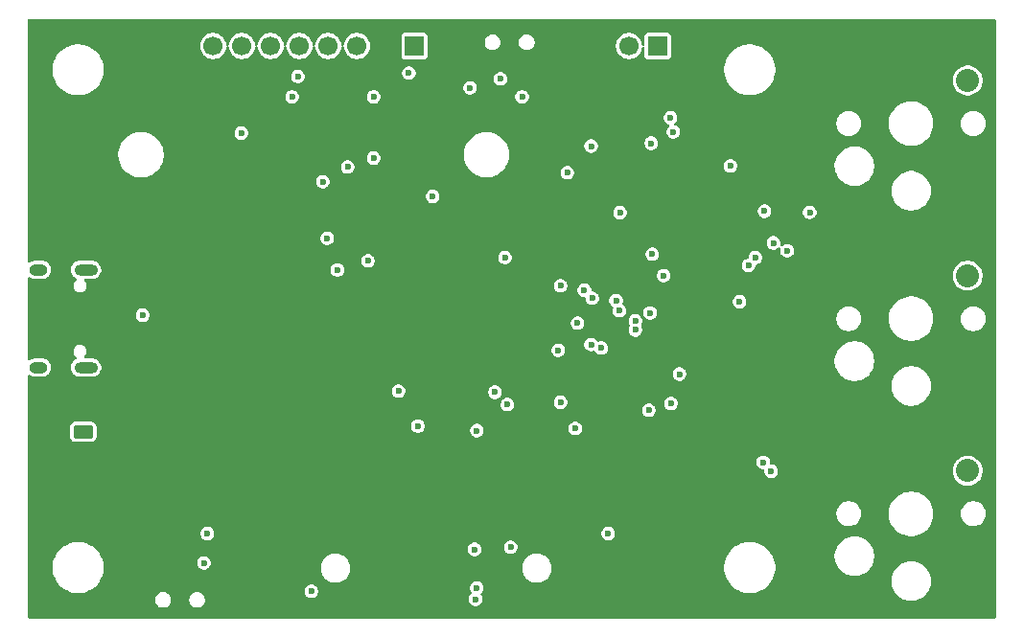
<source format=gbr>
%TF.GenerationSoftware,KiCad,Pcbnew,9.0.6*%
%TF.CreationDate,2025-12-14T01:17:05-08:00*%
%TF.ProjectId,base-station,62617365-2d73-4746-9174-696f6e2e6b69,rev?*%
%TF.SameCoordinates,Original*%
%TF.FileFunction,Copper,L2,Inr*%
%TF.FilePolarity,Positive*%
%FSLAX46Y46*%
G04 Gerber Fmt 4.6, Leading zero omitted, Abs format (unit mm)*
G04 Created by KiCad (PCBNEW 9.0.6) date 2025-12-14 01:17:05*
%MOMM*%
%LPD*%
G01*
G04 APERTURE LIST*
G04 Aperture macros list*
%AMRoundRect*
0 Rectangle with rounded corners*
0 $1 Rounding radius*
0 $2 $3 $4 $5 $6 $7 $8 $9 X,Y pos of 4 corners*
0 Add a 4 corners polygon primitive as box body*
4,1,4,$2,$3,$4,$5,$6,$7,$8,$9,$2,$3,0*
0 Add four circle primitives for the rounded corners*
1,1,$1+$1,$2,$3*
1,1,$1+$1,$4,$5*
1,1,$1+$1,$6,$7*
1,1,$1+$1,$8,$9*
0 Add four rect primitives between the rounded corners*
20,1,$1+$1,$2,$3,$4,$5,0*
20,1,$1+$1,$4,$5,$6,$7,0*
20,1,$1+$1,$6,$7,$8,$9,0*
20,1,$1+$1,$8,$9,$2,$3,0*%
G04 Aperture macros list end*
%TA.AperFunction,ComponentPad*%
%ADD10RoundRect,0.250000X-0.625000X0.350000X-0.625000X-0.350000X0.625000X-0.350000X0.625000X0.350000X0*%
%TD*%
%TA.AperFunction,ComponentPad*%
%ADD11O,1.750000X1.200000*%
%TD*%
%TA.AperFunction,ComponentPad*%
%ADD12C,2.032000*%
%TD*%
%TA.AperFunction,HeatsinkPad*%
%ADD13O,2.100000X1.000000*%
%TD*%
%TA.AperFunction,HeatsinkPad*%
%ADD14O,1.600000X1.000000*%
%TD*%
%TA.AperFunction,ComponentPad*%
%ADD15R,1.700000X1.700000*%
%TD*%
%TA.AperFunction,ComponentPad*%
%ADD16C,1.700000*%
%TD*%
%TA.AperFunction,ViaPad*%
%ADD17C,0.600000*%
%TD*%
G04 APERTURE END LIST*
D10*
%TO.N,/VBAT*%
%TO.C,J4*%
X39650000Y-87000000D03*
D11*
%TO.N,GND*%
X39650000Y-89000000D03*
%TD*%
D12*
%TO.N,GND*%
%TO.C,SW5*%
X112750000Y-88350000D03*
%TO.N,/BTN_2*%
X117750000Y-90450000D03*
%TD*%
D13*
%TO.N,/SHIELD*%
%TO.C,J2*%
X39885000Y-72680000D03*
D14*
X35705000Y-72680000D03*
D13*
X39885000Y-81320000D03*
D14*
X35705000Y-81320000D03*
%TD*%
D15*
%TO.N,+3V3*%
%TO.C,J3*%
X68900000Y-52900000D03*
D16*
%TO.N,GND*%
X66360000Y-52900000D03*
%TO.N,/LCD_SDA*%
X63820000Y-52900000D03*
%TO.N,/LCD_SCK*%
X61280000Y-52900000D03*
%TO.N,/LCD_CS*%
X58740000Y-52900000D03*
%TO.N,/LCD_DC*%
X56200000Y-52900000D03*
%TO.N,/LCD_RST*%
X53660000Y-52900000D03*
%TO.N,/LCD_BL*%
X51120000Y-52900000D03*
%TD*%
D15*
%TO.N,/SWDIO*%
%TO.C,J5*%
X90375000Y-52900000D03*
D16*
%TO.N,/SWCLK*%
X87835000Y-52900000D03*
%TD*%
D12*
%TO.N,GND*%
%TO.C,SW6*%
X112750000Y-53850000D03*
%TO.N,/BTN_3*%
X117750000Y-55950000D03*
%TD*%
%TO.N,GND*%
%TO.C,SW4*%
X112750000Y-71100000D03*
%TO.N,/BTN_1*%
X117750000Y-73200000D03*
%TD*%
D17*
%TO.N,+3V3*%
X91750000Y-60500000D03*
X91500000Y-59250000D03*
X84500000Y-61750000D03*
%TO.N,GND*%
X84500000Y-63000000D03*
X117300000Y-102100000D03*
X112200000Y-86900000D03*
X42400000Y-80900000D03*
X90200000Y-68200000D03*
X89300000Y-96100000D03*
X90300000Y-82900000D03*
X42300000Y-84600000D03*
X117000000Y-84700000D03*
X95300000Y-73700000D03*
X88000000Y-93800000D03*
X81300000Y-70600000D03*
X59300000Y-98300000D03*
X64100000Y-97500000D03*
X93800000Y-73700000D03*
X112200000Y-52000000D03*
X100700000Y-73600000D03*
X96300000Y-81200000D03*
X83800000Y-96300000D03*
X116800000Y-67600000D03*
X85500000Y-71900000D03*
X83800000Y-85400000D03*
X86100000Y-66300000D03*
X44000000Y-72200000D03*
X47000000Y-98600000D03*
X41900000Y-89400000D03*
X84600000Y-81700000D03*
X48000000Y-80400000D03*
X111900000Y-69400000D03*
%TO.N,/VBAT*%
X69200000Y-86500000D03*
X70500000Y-66200000D03*
X86000000Y-96000000D03*
X73800000Y-56600000D03*
X77400000Y-97200000D03*
X64800000Y-71900000D03*
%TO.N,+3V3*%
X92300000Y-81900000D03*
X74200000Y-97400000D03*
X50300000Y-98600000D03*
X87047727Y-67637056D03*
X97600000Y-75500000D03*
X89600000Y-85100000D03*
X68400000Y-55300000D03*
%TO.N,/RESET*%
X59800000Y-101100000D03*
X76000000Y-83500000D03*
X83900000Y-74500000D03*
X89900000Y-71300000D03*
%TO.N,/I2C_SDA*%
X74300000Y-101800000D03*
X99000000Y-71600000D03*
X100400000Y-90500000D03*
%TO.N,/I2C_SCL*%
X98400000Y-72300000D03*
X74400000Y-100800000D03*
X99700000Y-89700000D03*
%TO.N,/D-*%
X100600000Y-70300000D03*
X44900000Y-76700000D03*
X82400000Y-64100000D03*
X62100000Y-72700000D03*
%TO.N,/D+*%
X99800000Y-67500000D03*
X81800000Y-74100000D03*
%TO.N,/LCD_CS*%
X67500000Y-83400000D03*
X74400000Y-86900000D03*
X77100000Y-84600000D03*
X83100000Y-86700000D03*
X61200000Y-69900000D03*
X58600000Y-55600000D03*
X60800000Y-64900000D03*
X87000000Y-76300000D03*
%TO.N,/LCD_SDA*%
X88400000Y-78000003D03*
X76900000Y-71600000D03*
%TO.N,/LCD_SCK*%
X89701000Y-76500000D03*
X65300000Y-62800000D03*
X83300000Y-77400000D03*
X85400000Y-79600000D03*
%TO.N,/LCD_DC*%
X101800000Y-71000000D03*
X58100000Y-57400000D03*
X65300000Y-57400000D03*
X78400000Y-57400000D03*
%TO.N,/LCD_BL*%
X81600000Y-79800000D03*
X84500000Y-79300000D03*
X88400000Y-77200000D03*
X63000000Y-63600000D03*
%TO.N,/LCD_RST*%
X53600000Y-60600000D03*
X86700000Y-75400000D03*
%TO.N,/BOOT*%
X50600000Y-96000000D03*
X90900000Y-73200000D03*
%TO.N,/BTN_1*%
X84600000Y-75200000D03*
%TO.N,/BTN_2*%
X91550000Y-84500000D03*
%TO.N,/BTN_3*%
X103800000Y-67600000D03*
%TO.N,/FLASH_MISO*%
X96800000Y-63500000D03*
X89800000Y-61500000D03*
%TO.N,/VIN*%
X81800000Y-84400000D03*
X76500000Y-55800000D03*
%TD*%
%TA.AperFunction,Conductor*%
%TO.N,GND*%
G36*
X120192539Y-50520185D02*
G01*
X120238294Y-50572989D01*
X120249500Y-50624500D01*
X120249500Y-103375500D01*
X120229815Y-103442539D01*
X120177011Y-103488294D01*
X120125500Y-103499500D01*
X34874500Y-103499500D01*
X34807461Y-103479815D01*
X34761706Y-103427011D01*
X34750500Y-103375500D01*
X34750500Y-101923995D01*
X45999499Y-101923995D01*
X46026418Y-102059322D01*
X46026421Y-102059332D01*
X46079221Y-102186804D01*
X46079228Y-102186817D01*
X46155885Y-102301541D01*
X46155888Y-102301545D01*
X46253454Y-102399111D01*
X46253458Y-102399114D01*
X46368182Y-102475771D01*
X46368195Y-102475778D01*
X46495667Y-102528578D01*
X46495672Y-102528580D01*
X46495676Y-102528580D01*
X46495677Y-102528581D01*
X46631004Y-102555500D01*
X46631007Y-102555500D01*
X46768995Y-102555500D01*
X46860041Y-102537389D01*
X46904328Y-102528580D01*
X47031811Y-102475775D01*
X47146542Y-102399114D01*
X47244114Y-102301542D01*
X47320775Y-102186811D01*
X47373580Y-102059328D01*
X47382389Y-102015041D01*
X47400500Y-101923995D01*
X48999499Y-101923995D01*
X49026418Y-102059322D01*
X49026421Y-102059332D01*
X49079221Y-102186804D01*
X49079228Y-102186817D01*
X49155885Y-102301541D01*
X49155888Y-102301545D01*
X49253454Y-102399111D01*
X49253458Y-102399114D01*
X49368182Y-102475771D01*
X49368195Y-102475778D01*
X49495667Y-102528578D01*
X49495672Y-102528580D01*
X49495676Y-102528580D01*
X49495677Y-102528581D01*
X49631004Y-102555500D01*
X49631007Y-102555500D01*
X49768995Y-102555500D01*
X49860041Y-102537389D01*
X49904328Y-102528580D01*
X50031811Y-102475775D01*
X50146542Y-102399114D01*
X50244114Y-102301542D01*
X50320775Y-102186811D01*
X50373580Y-102059328D01*
X50382389Y-102015041D01*
X50400500Y-101923995D01*
X50400500Y-101786004D01*
X50387558Y-101720943D01*
X73699500Y-101720943D01*
X73699500Y-101879057D01*
X73710618Y-101920548D01*
X73740423Y-102031783D01*
X73740426Y-102031790D01*
X73819475Y-102168709D01*
X73819479Y-102168714D01*
X73819480Y-102168716D01*
X73931284Y-102280520D01*
X73931286Y-102280521D01*
X73931290Y-102280524D01*
X74068209Y-102359573D01*
X74068216Y-102359577D01*
X74220943Y-102400500D01*
X74220945Y-102400500D01*
X74379055Y-102400500D01*
X74379057Y-102400500D01*
X74531784Y-102359577D01*
X74668716Y-102280520D01*
X74780520Y-102168716D01*
X74859577Y-102031784D01*
X74900500Y-101879057D01*
X74900500Y-101720943D01*
X74859577Y-101568216D01*
X74859573Y-101568209D01*
X74780524Y-101431290D01*
X74780521Y-101431286D01*
X74780520Y-101431284D01*
X74780517Y-101431281D01*
X74776138Y-101425574D01*
X74750942Y-101360406D01*
X74764979Y-101291960D01*
X74786825Y-101262410D01*
X74880520Y-101168716D01*
X74959577Y-101031784D01*
X75000500Y-100879057D01*
X75000500Y-100720943D01*
X74959577Y-100568216D01*
X74919904Y-100499500D01*
X74880524Y-100431290D01*
X74880518Y-100431282D01*
X74768717Y-100319481D01*
X74768709Y-100319475D01*
X74631790Y-100240426D01*
X74631786Y-100240424D01*
X74631784Y-100240423D01*
X74479057Y-100199500D01*
X74320943Y-100199500D01*
X74168216Y-100240423D01*
X74168209Y-100240426D01*
X74031290Y-100319475D01*
X74031282Y-100319481D01*
X73919481Y-100431282D01*
X73919475Y-100431290D01*
X73840426Y-100568209D01*
X73840423Y-100568216D01*
X73799500Y-100720943D01*
X73799500Y-100879057D01*
X73838001Y-101022743D01*
X73840423Y-101031783D01*
X73840426Y-101031790D01*
X73900383Y-101135639D01*
X73919480Y-101168716D01*
X73919484Y-101168720D01*
X73923862Y-101174426D01*
X73949057Y-101239595D01*
X73935020Y-101308040D01*
X73913169Y-101337595D01*
X73819478Y-101431286D01*
X73819475Y-101431290D01*
X73740426Y-101568209D01*
X73740423Y-101568216D01*
X73699500Y-101720943D01*
X50387558Y-101720943D01*
X50373581Y-101650677D01*
X50373580Y-101650676D01*
X50373580Y-101650672D01*
X50354840Y-101605429D01*
X50320778Y-101523195D01*
X50320771Y-101523182D01*
X50244114Y-101408458D01*
X50244111Y-101408454D01*
X50146545Y-101310888D01*
X50146541Y-101310885D01*
X50031817Y-101234228D01*
X50031804Y-101234221D01*
X49904332Y-101181421D01*
X49904322Y-101181418D01*
X49768995Y-101154500D01*
X49768993Y-101154500D01*
X49631007Y-101154500D01*
X49631005Y-101154500D01*
X49495677Y-101181418D01*
X49495667Y-101181421D01*
X49368195Y-101234221D01*
X49368182Y-101234228D01*
X49253458Y-101310885D01*
X49253454Y-101310888D01*
X49155888Y-101408454D01*
X49155885Y-101408458D01*
X49079228Y-101523182D01*
X49079221Y-101523195D01*
X49026421Y-101650667D01*
X49026418Y-101650677D01*
X48999500Y-101786004D01*
X48999500Y-101786007D01*
X48999500Y-101923993D01*
X48999500Y-101923995D01*
X48999499Y-101923995D01*
X47400500Y-101923995D01*
X47400500Y-101786004D01*
X47373581Y-101650677D01*
X47373580Y-101650676D01*
X47373580Y-101650672D01*
X47354840Y-101605429D01*
X47320778Y-101523195D01*
X47320771Y-101523182D01*
X47244114Y-101408458D01*
X47244111Y-101408454D01*
X47146545Y-101310888D01*
X47146541Y-101310885D01*
X47031817Y-101234228D01*
X47031804Y-101234221D01*
X46904332Y-101181421D01*
X46904322Y-101181418D01*
X46768995Y-101154500D01*
X46768993Y-101154500D01*
X46631007Y-101154500D01*
X46631005Y-101154500D01*
X46495677Y-101181418D01*
X46495667Y-101181421D01*
X46368195Y-101234221D01*
X46368182Y-101234228D01*
X46253458Y-101310885D01*
X46253454Y-101310888D01*
X46155888Y-101408454D01*
X46155885Y-101408458D01*
X46079228Y-101523182D01*
X46079221Y-101523195D01*
X46026421Y-101650667D01*
X46026418Y-101650677D01*
X45999500Y-101786004D01*
X45999500Y-101786007D01*
X45999500Y-101923993D01*
X45999500Y-101923995D01*
X45999499Y-101923995D01*
X34750500Y-101923995D01*
X34750500Y-98852486D01*
X36949500Y-98852486D01*
X36949500Y-99147513D01*
X36959753Y-99225388D01*
X36988007Y-99439993D01*
X37063181Y-99720548D01*
X37064361Y-99724951D01*
X37064364Y-99724961D01*
X37177254Y-99997500D01*
X37177258Y-99997510D01*
X37324761Y-100252993D01*
X37504352Y-100487040D01*
X37504358Y-100487047D01*
X37712952Y-100695641D01*
X37712959Y-100695647D01*
X37947006Y-100875238D01*
X38202489Y-101022741D01*
X38202490Y-101022741D01*
X38202493Y-101022743D01*
X38475048Y-101135639D01*
X38760007Y-101211993D01*
X39052494Y-101250500D01*
X39052501Y-101250500D01*
X39347499Y-101250500D01*
X39347506Y-101250500D01*
X39639993Y-101211993D01*
X39924952Y-101135639D01*
X40197507Y-101022743D01*
X40200625Y-101020943D01*
X59199500Y-101020943D01*
X59199500Y-101179057D01*
X59240316Y-101331382D01*
X59240423Y-101331783D01*
X59240426Y-101331790D01*
X59319475Y-101468709D01*
X59319479Y-101468714D01*
X59319480Y-101468716D01*
X59431284Y-101580520D01*
X59431286Y-101580521D01*
X59431290Y-101580524D01*
X59566536Y-101658607D01*
X59568216Y-101659577D01*
X59720943Y-101700500D01*
X59720945Y-101700500D01*
X59879055Y-101700500D01*
X59879057Y-101700500D01*
X60031784Y-101659577D01*
X60168716Y-101580520D01*
X60280520Y-101468716D01*
X60359577Y-101331784D01*
X60400500Y-101179057D01*
X60400500Y-101020943D01*
X60359577Y-100868216D01*
X60359573Y-100868209D01*
X60280524Y-100731290D01*
X60280518Y-100731282D01*
X60168717Y-100619481D01*
X60168709Y-100619475D01*
X60031790Y-100540426D01*
X60031786Y-100540424D01*
X60031784Y-100540423D01*
X59879057Y-100499500D01*
X59720943Y-100499500D01*
X59568216Y-100540423D01*
X59568209Y-100540426D01*
X59431290Y-100619475D01*
X59431282Y-100619481D01*
X59319481Y-100731282D01*
X59319475Y-100731290D01*
X59240426Y-100868209D01*
X59240423Y-100868216D01*
X59199500Y-101020943D01*
X40200625Y-101020943D01*
X40293432Y-100967360D01*
X40400702Y-100905429D01*
X40418568Y-100895113D01*
X40452994Y-100875238D01*
X40687042Y-100695646D01*
X40895646Y-100487042D01*
X41075238Y-100252994D01*
X41222743Y-99997507D01*
X41335639Y-99724952D01*
X41411993Y-99439993D01*
X41450500Y-99147506D01*
X41450500Y-98852494D01*
X41411993Y-98560007D01*
X41401526Y-98520943D01*
X49699500Y-98520943D01*
X49699500Y-98679057D01*
X49725447Y-98775890D01*
X49740423Y-98831783D01*
X49740426Y-98831790D01*
X49819475Y-98968709D01*
X49819479Y-98968714D01*
X49819480Y-98968716D01*
X49931284Y-99080520D01*
X49931286Y-99080521D01*
X49931290Y-99080524D01*
X50047296Y-99147499D01*
X50068216Y-99159577D01*
X50220943Y-99200500D01*
X50220945Y-99200500D01*
X50379055Y-99200500D01*
X50379057Y-99200500D01*
X50531784Y-99159577D01*
X50668716Y-99080520D01*
X50780520Y-98968716D01*
X50789797Y-98952648D01*
X60619500Y-98952648D01*
X60619500Y-99157352D01*
X60623878Y-99184995D01*
X60651522Y-99359534D01*
X60714781Y-99554223D01*
X60756507Y-99636113D01*
X60801772Y-99724951D01*
X60807715Y-99736613D01*
X60928028Y-99902213D01*
X61072786Y-100046971D01*
X61227749Y-100159556D01*
X61238390Y-100167287D01*
X61354607Y-100226503D01*
X61420776Y-100260218D01*
X61420778Y-100260218D01*
X61420781Y-100260220D01*
X61525137Y-100294127D01*
X61615465Y-100323477D01*
X61716557Y-100339488D01*
X61817648Y-100355500D01*
X61817649Y-100355500D01*
X62022351Y-100355500D01*
X62022352Y-100355500D01*
X62224534Y-100323477D01*
X62419219Y-100260220D01*
X62601610Y-100167287D01*
X62714514Y-100085258D01*
X62767213Y-100046971D01*
X62767215Y-100046968D01*
X62767219Y-100046966D01*
X62911966Y-99902219D01*
X62911968Y-99902215D01*
X62911971Y-99902213D01*
X63022195Y-99750500D01*
X63032287Y-99736610D01*
X63125220Y-99554219D01*
X63188477Y-99359534D01*
X63220500Y-99157352D01*
X63220500Y-98952648D01*
X78399500Y-98952648D01*
X78399500Y-99157352D01*
X78403878Y-99184995D01*
X78431522Y-99359534D01*
X78494781Y-99554223D01*
X78536507Y-99636113D01*
X78581772Y-99724951D01*
X78587715Y-99736613D01*
X78708028Y-99902213D01*
X78852786Y-100046971D01*
X79007749Y-100159556D01*
X79018390Y-100167287D01*
X79134607Y-100226503D01*
X79200776Y-100260218D01*
X79200778Y-100260218D01*
X79200781Y-100260220D01*
X79305137Y-100294127D01*
X79395465Y-100323477D01*
X79496557Y-100339488D01*
X79597648Y-100355500D01*
X79597649Y-100355500D01*
X79802351Y-100355500D01*
X79802352Y-100355500D01*
X80004534Y-100323477D01*
X80199219Y-100260220D01*
X80381610Y-100167287D01*
X80494514Y-100085258D01*
X80547213Y-100046971D01*
X80547215Y-100046968D01*
X80547219Y-100046966D01*
X80691966Y-99902219D01*
X80691968Y-99902215D01*
X80691971Y-99902213D01*
X80802195Y-99750500D01*
X80812287Y-99736610D01*
X80905220Y-99554219D01*
X80968477Y-99359534D01*
X81000500Y-99157352D01*
X81000500Y-98952648D01*
X80984636Y-98852486D01*
X96249500Y-98852486D01*
X96249500Y-99147513D01*
X96259753Y-99225388D01*
X96288007Y-99439993D01*
X96363181Y-99720548D01*
X96364361Y-99724951D01*
X96364364Y-99724961D01*
X96477254Y-99997500D01*
X96477258Y-99997510D01*
X96624761Y-100252993D01*
X96804352Y-100487040D01*
X96804358Y-100487047D01*
X97012952Y-100695641D01*
X97012959Y-100695647D01*
X97247006Y-100875238D01*
X97502489Y-101022741D01*
X97502490Y-101022741D01*
X97502493Y-101022743D01*
X97775048Y-101135639D01*
X98060007Y-101211993D01*
X98352494Y-101250500D01*
X98352501Y-101250500D01*
X98647499Y-101250500D01*
X98647506Y-101250500D01*
X98939993Y-101211993D01*
X99224952Y-101135639D01*
X99497507Y-101022743D01*
X99752994Y-100875238D01*
X99987042Y-100695646D01*
X100195646Y-100487042D01*
X100375238Y-100252994D01*
X100472072Y-100085272D01*
X100472080Y-100085258D01*
X110999500Y-100085258D01*
X110999500Y-100314741D01*
X111014844Y-100431282D01*
X111029452Y-100542238D01*
X111050149Y-100619480D01*
X111088842Y-100763887D01*
X111176650Y-100975876D01*
X111176657Y-100975890D01*
X111291392Y-101174617D01*
X111431081Y-101356661D01*
X111431089Y-101356670D01*
X111593330Y-101518911D01*
X111593338Y-101518918D01*
X111775382Y-101658607D01*
X111775385Y-101658608D01*
X111775388Y-101658611D01*
X111974112Y-101773344D01*
X111974117Y-101773346D01*
X111974123Y-101773349D01*
X112065480Y-101811190D01*
X112186113Y-101861158D01*
X112407762Y-101920548D01*
X112635266Y-101950500D01*
X112635273Y-101950500D01*
X112864727Y-101950500D01*
X112864734Y-101950500D01*
X113092238Y-101920548D01*
X113313887Y-101861158D01*
X113525888Y-101773344D01*
X113724612Y-101658611D01*
X113906661Y-101518919D01*
X113906665Y-101518914D01*
X113906670Y-101518911D01*
X114068911Y-101356670D01*
X114068914Y-101356665D01*
X114068919Y-101356661D01*
X114208611Y-101174612D01*
X114323344Y-100975888D01*
X114411158Y-100763887D01*
X114470548Y-100542238D01*
X114500500Y-100314734D01*
X114500500Y-100085266D01*
X114470548Y-99857762D01*
X114411158Y-99636113D01*
X114337634Y-99458611D01*
X114323349Y-99424123D01*
X114323346Y-99424117D01*
X114323344Y-99424112D01*
X114208611Y-99225388D01*
X114208608Y-99225385D01*
X114208607Y-99225382D01*
X114068918Y-99043338D01*
X114068911Y-99043330D01*
X113906670Y-98881089D01*
X113906661Y-98881081D01*
X113724617Y-98741392D01*
X113525890Y-98626657D01*
X113525876Y-98626650D01*
X113313887Y-98538842D01*
X113092238Y-98479452D01*
X113054215Y-98474446D01*
X112864741Y-98449500D01*
X112864734Y-98449500D01*
X112635266Y-98449500D01*
X112635258Y-98449500D01*
X112418715Y-98478009D01*
X112407762Y-98479452D01*
X112314076Y-98504554D01*
X112186112Y-98538842D01*
X111974123Y-98626650D01*
X111974109Y-98626657D01*
X111775382Y-98741392D01*
X111593338Y-98881081D01*
X111431081Y-99043338D01*
X111291392Y-99225382D01*
X111176657Y-99424109D01*
X111176650Y-99424123D01*
X111088842Y-99636112D01*
X111029453Y-99857759D01*
X111029451Y-99857770D01*
X110999500Y-100085258D01*
X100472080Y-100085258D01*
X100510215Y-100019207D01*
X100513780Y-100013030D01*
X100522743Y-99997507D01*
X100635639Y-99724952D01*
X100711993Y-99439993D01*
X100750500Y-99147506D01*
X100750500Y-98852494D01*
X100711993Y-98560007D01*
X100635639Y-98275048D01*
X100522743Y-98002493D01*
X100455058Y-97885258D01*
X105999500Y-97885258D01*
X105999500Y-98114741D01*
X106014844Y-98231282D01*
X106029452Y-98342238D01*
X106066218Y-98479451D01*
X106088842Y-98563887D01*
X106176650Y-98775876D01*
X106176657Y-98775890D01*
X106291392Y-98974617D01*
X106431081Y-99156661D01*
X106431089Y-99156670D01*
X106593330Y-99318911D01*
X106593338Y-99318918D01*
X106775382Y-99458607D01*
X106775385Y-99458608D01*
X106775388Y-99458611D01*
X106974112Y-99573344D01*
X106974117Y-99573346D01*
X106974123Y-99573349D01*
X107065480Y-99611190D01*
X107186113Y-99661158D01*
X107407762Y-99720548D01*
X107635266Y-99750500D01*
X107635273Y-99750500D01*
X107864727Y-99750500D01*
X107864734Y-99750500D01*
X108092238Y-99720548D01*
X108313887Y-99661158D01*
X108525888Y-99573344D01*
X108724612Y-99458611D01*
X108906661Y-99318919D01*
X108906665Y-99318914D01*
X108906670Y-99318911D01*
X109068911Y-99156670D01*
X109068914Y-99156665D01*
X109068919Y-99156661D01*
X109208611Y-98974612D01*
X109323344Y-98775888D01*
X109411158Y-98563887D01*
X109470548Y-98342238D01*
X109500500Y-98114734D01*
X109500500Y-97885266D01*
X109470548Y-97657762D01*
X109411158Y-97436113D01*
X109323344Y-97224112D01*
X109208611Y-97025388D01*
X109208608Y-97025385D01*
X109208607Y-97025382D01*
X109068918Y-96843338D01*
X109068911Y-96843330D01*
X108906670Y-96681089D01*
X108906661Y-96681081D01*
X108724617Y-96541392D01*
X108525890Y-96426657D01*
X108525876Y-96426650D01*
X108313887Y-96338842D01*
X108092238Y-96279452D01*
X108054215Y-96274446D01*
X107864741Y-96249500D01*
X107864734Y-96249500D01*
X107635266Y-96249500D01*
X107635258Y-96249500D01*
X107418715Y-96278009D01*
X107407762Y-96279452D01*
X107314076Y-96304554D01*
X107186112Y-96338842D01*
X106974123Y-96426650D01*
X106974109Y-96426657D01*
X106775382Y-96541392D01*
X106593338Y-96681081D01*
X106431081Y-96843338D01*
X106291392Y-97025382D01*
X106176657Y-97224109D01*
X106176650Y-97224123D01*
X106088842Y-97436112D01*
X106029453Y-97657759D01*
X106029451Y-97657770D01*
X105999500Y-97885258D01*
X100455058Y-97885258D01*
X100375238Y-97747006D01*
X100306765Y-97657770D01*
X100195647Y-97512959D01*
X100195641Y-97512952D01*
X99987047Y-97304358D01*
X99987040Y-97304352D01*
X99752993Y-97124761D01*
X99497510Y-96977258D01*
X99497500Y-96977254D01*
X99224961Y-96864364D01*
X99224954Y-96864362D01*
X99224952Y-96864361D01*
X98939993Y-96788007D01*
X98891113Y-96781571D01*
X98647513Y-96749500D01*
X98647506Y-96749500D01*
X98352494Y-96749500D01*
X98352486Y-96749500D01*
X98074085Y-96786153D01*
X98060007Y-96788007D01*
X97853504Y-96843339D01*
X97775048Y-96864361D01*
X97775038Y-96864364D01*
X97502499Y-96977254D01*
X97502489Y-96977258D01*
X97247006Y-97124761D01*
X97012959Y-97304352D01*
X97012952Y-97304358D01*
X96804358Y-97512952D01*
X96804352Y-97512959D01*
X96624761Y-97747006D01*
X96477258Y-98002489D01*
X96477254Y-98002499D01*
X96364364Y-98275038D01*
X96364361Y-98275048D01*
X96289140Y-98555781D01*
X96288008Y-98560004D01*
X96288006Y-98560015D01*
X96249500Y-98852486D01*
X80984636Y-98852486D01*
X80968477Y-98750466D01*
X80905220Y-98555781D01*
X80905218Y-98555778D01*
X80905218Y-98555776D01*
X80851067Y-98449500D01*
X80812287Y-98373390D01*
X80804556Y-98362749D01*
X80691971Y-98207786D01*
X80547213Y-98063028D01*
X80381613Y-97942715D01*
X80381612Y-97942714D01*
X80381610Y-97942713D01*
X80324653Y-97913691D01*
X80199223Y-97849781D01*
X80004534Y-97786522D01*
X79829995Y-97758878D01*
X79802352Y-97754500D01*
X79597648Y-97754500D01*
X79573329Y-97758351D01*
X79395465Y-97786522D01*
X79200776Y-97849781D01*
X79018386Y-97942715D01*
X78852786Y-98063028D01*
X78708028Y-98207786D01*
X78587715Y-98373386D01*
X78494781Y-98555776D01*
X78431522Y-98750465D01*
X78410091Y-98885777D01*
X78399500Y-98952648D01*
X63220500Y-98952648D01*
X63188477Y-98750466D01*
X63165274Y-98679056D01*
X63148247Y-98626650D01*
X63125220Y-98555781D01*
X63125218Y-98555778D01*
X63125218Y-98555776D01*
X63071067Y-98449500D01*
X63032287Y-98373390D01*
X63024556Y-98362749D01*
X62911971Y-98207786D01*
X62767213Y-98063028D01*
X62601613Y-97942715D01*
X62601612Y-97942714D01*
X62601610Y-97942713D01*
X62544653Y-97913691D01*
X62419223Y-97849781D01*
X62224534Y-97786522D01*
X62049995Y-97758878D01*
X62022352Y-97754500D01*
X61817648Y-97754500D01*
X61793329Y-97758351D01*
X61615465Y-97786522D01*
X61420776Y-97849781D01*
X61238386Y-97942715D01*
X61072786Y-98063028D01*
X60928028Y-98207786D01*
X60807715Y-98373386D01*
X60714781Y-98555776D01*
X60651522Y-98750465D01*
X60630091Y-98885777D01*
X60619500Y-98952648D01*
X50789797Y-98952648D01*
X50859577Y-98831784D01*
X50900500Y-98679057D01*
X50900500Y-98520943D01*
X50859577Y-98368216D01*
X50805787Y-98275048D01*
X50780524Y-98231290D01*
X50780518Y-98231282D01*
X50668717Y-98119481D01*
X50668709Y-98119475D01*
X50531790Y-98040426D01*
X50531786Y-98040424D01*
X50531784Y-98040423D01*
X50379057Y-97999500D01*
X50220943Y-97999500D01*
X50068216Y-98040423D01*
X50068209Y-98040426D01*
X49931290Y-98119475D01*
X49931282Y-98119481D01*
X49819481Y-98231282D01*
X49819475Y-98231290D01*
X49740426Y-98368209D01*
X49740423Y-98368216D01*
X49699500Y-98520943D01*
X41401526Y-98520943D01*
X41335639Y-98275048D01*
X41222743Y-98002493D01*
X41221592Y-98000500D01*
X41075238Y-97747006D01*
X40895647Y-97512959D01*
X40895641Y-97512952D01*
X40703632Y-97320943D01*
X73599500Y-97320943D01*
X73599500Y-97479057D01*
X73623525Y-97568717D01*
X73640423Y-97631783D01*
X73640426Y-97631790D01*
X73719475Y-97768709D01*
X73719479Y-97768714D01*
X73719480Y-97768716D01*
X73831284Y-97880520D01*
X73831286Y-97880521D01*
X73831290Y-97880524D01*
X73939006Y-97942713D01*
X73968216Y-97959577D01*
X74120943Y-98000500D01*
X74120945Y-98000500D01*
X74279055Y-98000500D01*
X74279057Y-98000500D01*
X74431784Y-97959577D01*
X74568716Y-97880520D01*
X74680520Y-97768716D01*
X74759577Y-97631784D01*
X74800500Y-97479057D01*
X74800500Y-97320943D01*
X74759577Y-97168216D01*
X74734488Y-97124761D01*
X74732284Y-97120943D01*
X76799500Y-97120943D01*
X76799500Y-97279057D01*
X76810724Y-97320943D01*
X76840423Y-97431783D01*
X76840426Y-97431790D01*
X76919475Y-97568709D01*
X76919479Y-97568714D01*
X76919480Y-97568716D01*
X77031284Y-97680520D01*
X77031286Y-97680521D01*
X77031290Y-97680524D01*
X77146442Y-97747006D01*
X77168216Y-97759577D01*
X77320943Y-97800500D01*
X77320945Y-97800500D01*
X77479055Y-97800500D01*
X77479057Y-97800500D01*
X77631784Y-97759577D01*
X77768716Y-97680520D01*
X77880520Y-97568716D01*
X77959577Y-97431784D01*
X78000500Y-97279057D01*
X78000500Y-97120943D01*
X77959577Y-96968216D01*
X77887480Y-96843339D01*
X77880524Y-96831290D01*
X77880518Y-96831282D01*
X77768717Y-96719481D01*
X77768709Y-96719475D01*
X77631790Y-96640426D01*
X77631786Y-96640424D01*
X77631784Y-96640423D01*
X77479057Y-96599500D01*
X77320943Y-96599500D01*
X77168216Y-96640423D01*
X77168209Y-96640426D01*
X77031290Y-96719475D01*
X77031282Y-96719481D01*
X76919481Y-96831282D01*
X76919475Y-96831290D01*
X76840426Y-96968209D01*
X76840423Y-96968216D01*
X76799500Y-97120943D01*
X74732284Y-97120943D01*
X74680522Y-97031287D01*
X74680518Y-97031282D01*
X74568717Y-96919481D01*
X74568709Y-96919475D01*
X74431790Y-96840426D01*
X74431786Y-96840424D01*
X74431784Y-96840423D01*
X74279057Y-96799500D01*
X74120943Y-96799500D01*
X73968216Y-96840423D01*
X73968209Y-96840426D01*
X73831290Y-96919475D01*
X73831282Y-96919481D01*
X73719481Y-97031282D01*
X73719475Y-97031290D01*
X73640426Y-97168209D01*
X73640426Y-97168210D01*
X73640423Y-97168216D01*
X73599500Y-97320943D01*
X40703632Y-97320943D01*
X40687047Y-97304358D01*
X40687040Y-97304352D01*
X40452993Y-97124761D01*
X40197510Y-96977258D01*
X40197500Y-96977254D01*
X39924961Y-96864364D01*
X39924954Y-96864362D01*
X39924952Y-96864361D01*
X39639993Y-96788007D01*
X39591113Y-96781571D01*
X39347513Y-96749500D01*
X39347506Y-96749500D01*
X39052494Y-96749500D01*
X39052486Y-96749500D01*
X38774085Y-96786153D01*
X38760007Y-96788007D01*
X38553504Y-96843339D01*
X38475048Y-96864361D01*
X38475038Y-96864364D01*
X38202499Y-96977254D01*
X38202489Y-96977258D01*
X37947006Y-97124761D01*
X37712959Y-97304352D01*
X37712952Y-97304358D01*
X37504358Y-97512952D01*
X37504352Y-97512959D01*
X37324761Y-97747006D01*
X37177258Y-98002489D01*
X37177254Y-98002499D01*
X37064364Y-98275038D01*
X37064361Y-98275048D01*
X36989140Y-98555781D01*
X36988008Y-98560004D01*
X36988006Y-98560015D01*
X36949500Y-98852486D01*
X34750500Y-98852486D01*
X34750500Y-95920943D01*
X49999500Y-95920943D01*
X49999500Y-96079057D01*
X50035926Y-96214999D01*
X50040423Y-96231783D01*
X50040426Y-96231790D01*
X50119475Y-96368709D01*
X50119479Y-96368714D01*
X50119480Y-96368716D01*
X50231284Y-96480520D01*
X50231286Y-96480521D01*
X50231290Y-96480524D01*
X50336713Y-96541389D01*
X50368216Y-96559577D01*
X50520943Y-96600500D01*
X50520945Y-96600500D01*
X50679055Y-96600500D01*
X50679057Y-96600500D01*
X50831784Y-96559577D01*
X50968716Y-96480520D01*
X51080520Y-96368716D01*
X51159577Y-96231784D01*
X51200500Y-96079057D01*
X51200500Y-95920943D01*
X85399500Y-95920943D01*
X85399500Y-96079057D01*
X85435926Y-96214999D01*
X85440423Y-96231783D01*
X85440426Y-96231790D01*
X85519475Y-96368709D01*
X85519479Y-96368714D01*
X85519480Y-96368716D01*
X85631284Y-96480520D01*
X85631286Y-96480521D01*
X85631290Y-96480524D01*
X85736713Y-96541389D01*
X85768216Y-96559577D01*
X85920943Y-96600500D01*
X85920945Y-96600500D01*
X86079055Y-96600500D01*
X86079057Y-96600500D01*
X86231784Y-96559577D01*
X86368716Y-96480520D01*
X86480520Y-96368716D01*
X86559577Y-96231784D01*
X86600500Y-96079057D01*
X86600500Y-95920943D01*
X86559577Y-95768216D01*
X86537819Y-95730530D01*
X86480524Y-95631290D01*
X86480518Y-95631282D01*
X86368717Y-95519481D01*
X86368709Y-95519475D01*
X86231790Y-95440426D01*
X86231786Y-95440424D01*
X86231784Y-95440423D01*
X86079057Y-95399500D01*
X85920943Y-95399500D01*
X85768216Y-95440423D01*
X85768209Y-95440426D01*
X85631290Y-95519475D01*
X85631282Y-95519481D01*
X85519481Y-95631282D01*
X85519475Y-95631290D01*
X85440426Y-95768209D01*
X85440423Y-95768216D01*
X85399500Y-95920943D01*
X51200500Y-95920943D01*
X51159577Y-95768216D01*
X51137819Y-95730530D01*
X51080524Y-95631290D01*
X51080518Y-95631282D01*
X50968717Y-95519481D01*
X50968709Y-95519475D01*
X50831790Y-95440426D01*
X50831786Y-95440424D01*
X50831784Y-95440423D01*
X50679057Y-95399500D01*
X50520943Y-95399500D01*
X50368216Y-95440423D01*
X50368209Y-95440426D01*
X50231290Y-95519475D01*
X50231282Y-95519481D01*
X50119481Y-95631282D01*
X50119475Y-95631290D01*
X50040426Y-95768209D01*
X50040423Y-95768216D01*
X49999500Y-95920943D01*
X34750500Y-95920943D01*
X34750500Y-94163312D01*
X106148600Y-94163312D01*
X106148600Y-94336687D01*
X106175720Y-94507913D01*
X106229290Y-94672788D01*
X106229291Y-94672791D01*
X106307998Y-94827260D01*
X106409899Y-94967514D01*
X106532486Y-95090101D01*
X106672740Y-95192002D01*
X106748502Y-95230604D01*
X106827208Y-95270708D01*
X106827211Y-95270709D01*
X106909648Y-95297494D01*
X106992088Y-95324280D01*
X107071391Y-95336840D01*
X107163313Y-95351400D01*
X107163318Y-95351400D01*
X107336687Y-95351400D01*
X107419695Y-95338252D01*
X107507912Y-95324280D01*
X107672791Y-95270708D01*
X107827260Y-95192002D01*
X107967514Y-95090101D01*
X108090101Y-94967514D01*
X108192002Y-94827260D01*
X108270708Y-94672791D01*
X108324280Y-94507912D01*
X108338252Y-94419695D01*
X108351400Y-94336687D01*
X108351400Y-94163315D01*
X108347160Y-94136548D01*
X108347160Y-94136546D01*
X108344729Y-94121199D01*
X110785000Y-94121199D01*
X110785000Y-94378800D01*
X110818622Y-94634174D01*
X110885289Y-94882982D01*
X110983859Y-95120952D01*
X110983867Y-95120969D01*
X111112652Y-95344030D01*
X111112663Y-95344046D01*
X111269463Y-95548392D01*
X111269469Y-95548399D01*
X111451600Y-95730530D01*
X111451607Y-95730536D01*
X111500713Y-95768216D01*
X111655962Y-95887343D01*
X111655969Y-95887347D01*
X111879030Y-96016132D01*
X111879035Y-96016134D01*
X111879038Y-96016136D01*
X111879042Y-96016137D01*
X111879047Y-96016140D01*
X111973386Y-96055216D01*
X112117016Y-96114710D01*
X112365825Y-96181378D01*
X112621207Y-96215000D01*
X112621214Y-96215000D01*
X112878786Y-96215000D01*
X112878793Y-96215000D01*
X113134175Y-96181378D01*
X113382984Y-96114710D01*
X113620962Y-96016136D01*
X113844038Y-95887343D01*
X114048394Y-95730535D01*
X114230535Y-95548394D01*
X114387343Y-95344038D01*
X114516136Y-95120962D01*
X114614710Y-94882984D01*
X114681378Y-94634175D01*
X114715000Y-94378793D01*
X114715000Y-94163312D01*
X117148600Y-94163312D01*
X117148600Y-94336687D01*
X117175720Y-94507913D01*
X117229290Y-94672788D01*
X117229291Y-94672791D01*
X117307998Y-94827260D01*
X117409899Y-94967514D01*
X117532486Y-95090101D01*
X117672740Y-95192002D01*
X117748502Y-95230604D01*
X117827208Y-95270708D01*
X117827211Y-95270709D01*
X117909648Y-95297494D01*
X117992088Y-95324280D01*
X118071391Y-95336840D01*
X118163313Y-95351400D01*
X118163318Y-95351400D01*
X118336687Y-95351400D01*
X118419695Y-95338252D01*
X118507912Y-95324280D01*
X118672791Y-95270708D01*
X118827260Y-95192002D01*
X118967514Y-95090101D01*
X119090101Y-94967514D01*
X119192002Y-94827260D01*
X119270708Y-94672791D01*
X119324280Y-94507912D01*
X119338252Y-94419695D01*
X119351400Y-94336687D01*
X119351400Y-94163312D01*
X119335622Y-94063702D01*
X119324280Y-93992088D01*
X119270708Y-93827209D01*
X119270708Y-93827208D01*
X119192001Y-93672739D01*
X119090101Y-93532486D01*
X118967514Y-93409899D01*
X118827260Y-93307998D01*
X118672791Y-93229291D01*
X118672788Y-93229290D01*
X118507913Y-93175720D01*
X118336687Y-93148600D01*
X118336682Y-93148600D01*
X118163318Y-93148600D01*
X118163313Y-93148600D01*
X117992086Y-93175720D01*
X117827211Y-93229290D01*
X117827208Y-93229291D01*
X117672739Y-93307998D01*
X117592719Y-93366136D01*
X117532486Y-93409899D01*
X117532484Y-93409901D01*
X117532483Y-93409901D01*
X117409901Y-93532483D01*
X117409901Y-93532484D01*
X117409899Y-93532486D01*
X117366136Y-93592719D01*
X117307998Y-93672739D01*
X117229291Y-93827208D01*
X117229290Y-93827211D01*
X117175720Y-93992086D01*
X117148600Y-94163312D01*
X114715000Y-94163312D01*
X114715000Y-94121207D01*
X114681378Y-93865825D01*
X114614710Y-93617016D01*
X114516136Y-93379038D01*
X114516134Y-93379035D01*
X114516132Y-93379030D01*
X114387347Y-93155969D01*
X114387343Y-93155962D01*
X114230535Y-92951606D01*
X114230530Y-92951600D01*
X114048399Y-92769469D01*
X114048392Y-92769463D01*
X113844046Y-92612663D01*
X113844044Y-92612661D01*
X113844038Y-92612657D01*
X113844033Y-92612654D01*
X113844030Y-92612652D01*
X113620969Y-92483867D01*
X113620952Y-92483859D01*
X113382982Y-92385289D01*
X113225243Y-92343023D01*
X113134175Y-92318622D01*
X113102252Y-92314419D01*
X112878800Y-92285000D01*
X112878793Y-92285000D01*
X112621207Y-92285000D01*
X112621199Y-92285000D01*
X112365825Y-92318622D01*
X112117017Y-92385289D01*
X111879047Y-92483859D01*
X111879030Y-92483867D01*
X111655969Y-92612652D01*
X111655953Y-92612663D01*
X111451607Y-92769463D01*
X111451600Y-92769469D01*
X111269469Y-92951600D01*
X111269463Y-92951607D01*
X111112663Y-93155953D01*
X111112652Y-93155969D01*
X110983867Y-93379030D01*
X110983859Y-93379047D01*
X110885289Y-93617017D01*
X110818622Y-93865825D01*
X110785000Y-94121199D01*
X108344729Y-94121199D01*
X108341175Y-94098760D01*
X108324280Y-93992088D01*
X108270708Y-93827209D01*
X108270708Y-93827208D01*
X108192001Y-93672739D01*
X108090101Y-93532486D01*
X107967514Y-93409899D01*
X107827260Y-93307998D01*
X107672791Y-93229291D01*
X107672788Y-93229290D01*
X107507913Y-93175720D01*
X107336687Y-93148600D01*
X107336682Y-93148600D01*
X107163318Y-93148600D01*
X107163313Y-93148600D01*
X106992086Y-93175720D01*
X106827211Y-93229290D01*
X106827208Y-93229291D01*
X106672739Y-93307998D01*
X106592719Y-93366136D01*
X106532486Y-93409899D01*
X106532484Y-93409901D01*
X106532483Y-93409901D01*
X106409901Y-93532483D01*
X106409901Y-93532484D01*
X106409899Y-93532486D01*
X106366136Y-93592719D01*
X106307998Y-93672739D01*
X106229291Y-93827208D01*
X106229290Y-93827211D01*
X106175720Y-93992086D01*
X106148600Y-94163312D01*
X34750500Y-94163312D01*
X34750500Y-89620943D01*
X99099500Y-89620943D01*
X99099500Y-89779056D01*
X99140423Y-89931783D01*
X99140426Y-89931790D01*
X99219475Y-90068709D01*
X99219479Y-90068714D01*
X99219480Y-90068716D01*
X99331284Y-90180520D01*
X99331286Y-90180521D01*
X99331290Y-90180524D01*
X99468209Y-90259573D01*
X99468216Y-90259577D01*
X99620943Y-90300500D01*
X99620945Y-90300500D01*
X99675500Y-90300500D01*
X99742539Y-90320185D01*
X99788294Y-90372989D01*
X99799500Y-90424500D01*
X99799500Y-90579056D01*
X99840423Y-90731783D01*
X99840426Y-90731790D01*
X99919475Y-90868709D01*
X99919479Y-90868714D01*
X99919480Y-90868716D01*
X100031284Y-90980520D01*
X100031286Y-90980521D01*
X100031290Y-90980524D01*
X100168209Y-91059573D01*
X100168216Y-91059577D01*
X100320943Y-91100500D01*
X100320945Y-91100500D01*
X100479055Y-91100500D01*
X100479057Y-91100500D01*
X100631784Y-91059577D01*
X100768716Y-90980520D01*
X100880520Y-90868716D01*
X100959577Y-90731784D01*
X101000500Y-90579057D01*
X101000500Y-90420943D01*
X100980522Y-90346383D01*
X116433500Y-90346383D01*
X116433500Y-90553616D01*
X116461719Y-90731783D01*
X116465916Y-90758281D01*
X116529951Y-90955361D01*
X116624028Y-91139996D01*
X116745830Y-91307642D01*
X116892358Y-91454170D01*
X117060004Y-91575972D01*
X117244639Y-91670049D01*
X117441719Y-91734084D01*
X117547165Y-91750784D01*
X117646384Y-91766500D01*
X117646389Y-91766500D01*
X117853616Y-91766500D01*
X117944064Y-91752173D01*
X118058281Y-91734084D01*
X118255361Y-91670049D01*
X118439996Y-91575972D01*
X118607642Y-91454170D01*
X118754170Y-91307642D01*
X118875972Y-91139996D01*
X118970049Y-90955361D01*
X119034084Y-90758281D01*
X119062470Y-90579057D01*
X119066500Y-90553616D01*
X119066500Y-90346383D01*
X119040229Y-90180518D01*
X119034084Y-90141719D01*
X118970049Y-89944639D01*
X118875972Y-89760004D01*
X118754170Y-89592358D01*
X118607642Y-89445830D01*
X118439996Y-89324028D01*
X118255361Y-89229951D01*
X118058281Y-89165916D01*
X117853616Y-89133500D01*
X117853611Y-89133500D01*
X117646389Y-89133500D01*
X117646384Y-89133500D01*
X117441718Y-89165916D01*
X117244636Y-89229952D01*
X117060003Y-89324028D01*
X116964355Y-89393520D01*
X116892358Y-89445830D01*
X116892356Y-89445832D01*
X116892355Y-89445832D01*
X116745832Y-89592355D01*
X116745832Y-89592356D01*
X116745830Y-89592358D01*
X116693520Y-89664355D01*
X116624028Y-89760003D01*
X116529952Y-89944636D01*
X116465916Y-90141718D01*
X116433500Y-90346383D01*
X100980522Y-90346383D01*
X100959577Y-90268216D01*
X100954587Y-90259573D01*
X100880524Y-90131290D01*
X100880518Y-90131282D01*
X100768717Y-90019481D01*
X100768709Y-90019475D01*
X100631790Y-89940426D01*
X100631786Y-89940424D01*
X100631784Y-89940423D01*
X100479057Y-89899500D01*
X100424500Y-89899500D01*
X100357461Y-89879815D01*
X100311706Y-89827011D01*
X100300500Y-89775500D01*
X100300500Y-89620945D01*
X100300500Y-89620943D01*
X100259577Y-89468216D01*
X100246653Y-89445830D01*
X100180524Y-89331290D01*
X100180518Y-89331282D01*
X100068717Y-89219481D01*
X100068709Y-89219475D01*
X99931790Y-89140426D01*
X99931786Y-89140424D01*
X99931784Y-89140423D01*
X99779057Y-89099500D01*
X99620943Y-89099500D01*
X99468216Y-89140423D01*
X99468209Y-89140426D01*
X99331290Y-89219475D01*
X99331282Y-89219481D01*
X99219481Y-89331282D01*
X99219475Y-89331290D01*
X99140426Y-89468209D01*
X99140423Y-89468216D01*
X99099500Y-89620943D01*
X34750500Y-89620943D01*
X34750500Y-86606898D01*
X38474500Y-86606898D01*
X38474500Y-87393102D01*
X38480126Y-87439954D01*
X38485122Y-87481561D01*
X38485122Y-87481563D01*
X38485123Y-87481564D01*
X38502722Y-87526192D01*
X38540639Y-87622343D01*
X38632077Y-87742922D01*
X38752656Y-87834360D01*
X38752657Y-87834360D01*
X38752658Y-87834361D01*
X38893436Y-87889877D01*
X38981898Y-87900500D01*
X38981903Y-87900500D01*
X40318097Y-87900500D01*
X40318102Y-87900500D01*
X40406564Y-87889877D01*
X40547342Y-87834361D01*
X40667922Y-87742922D01*
X40759361Y-87622342D01*
X40814877Y-87481564D01*
X40825500Y-87393102D01*
X40825500Y-86606898D01*
X40814877Y-86518436D01*
X40776430Y-86420943D01*
X68599500Y-86420943D01*
X68599500Y-86579057D01*
X68623389Y-86668210D01*
X68640423Y-86731783D01*
X68640426Y-86731790D01*
X68719475Y-86868709D01*
X68719479Y-86868714D01*
X68719480Y-86868716D01*
X68831284Y-86980520D01*
X68831286Y-86980521D01*
X68831290Y-86980524D01*
X68968209Y-87059573D01*
X68968216Y-87059577D01*
X69120943Y-87100500D01*
X69120945Y-87100500D01*
X69279055Y-87100500D01*
X69279057Y-87100500D01*
X69431784Y-87059577D01*
X69568716Y-86980520D01*
X69680520Y-86868716D01*
X69708102Y-86820943D01*
X73799500Y-86820943D01*
X73799500Y-86979057D01*
X73832041Y-87100500D01*
X73840423Y-87131783D01*
X73840426Y-87131790D01*
X73919475Y-87268709D01*
X73919479Y-87268714D01*
X73919480Y-87268716D01*
X74031284Y-87380520D01*
X74031286Y-87380521D01*
X74031290Y-87380524D01*
X74168209Y-87459573D01*
X74168216Y-87459577D01*
X74320943Y-87500500D01*
X74320945Y-87500500D01*
X74479055Y-87500500D01*
X74479057Y-87500500D01*
X74631784Y-87459577D01*
X74768716Y-87380520D01*
X74880520Y-87268716D01*
X74959577Y-87131784D01*
X75000500Y-86979057D01*
X75000500Y-86820943D01*
X74959577Y-86668216D01*
X74932285Y-86620945D01*
X74932284Y-86620943D01*
X82499500Y-86620943D01*
X82499500Y-86779057D01*
X82523525Y-86868717D01*
X82540423Y-86931783D01*
X82540426Y-86931790D01*
X82619475Y-87068709D01*
X82619479Y-87068714D01*
X82619480Y-87068716D01*
X82731284Y-87180520D01*
X82731286Y-87180521D01*
X82731290Y-87180524D01*
X82868209Y-87259573D01*
X82868216Y-87259577D01*
X83020943Y-87300500D01*
X83020945Y-87300500D01*
X83179055Y-87300500D01*
X83179057Y-87300500D01*
X83331784Y-87259577D01*
X83468716Y-87180520D01*
X83580520Y-87068716D01*
X83659577Y-86931784D01*
X83700500Y-86779057D01*
X83700500Y-86620943D01*
X83659577Y-86468216D01*
X83653856Y-86458306D01*
X83580524Y-86331290D01*
X83580518Y-86331282D01*
X83468717Y-86219481D01*
X83468709Y-86219475D01*
X83331790Y-86140426D01*
X83331786Y-86140424D01*
X83331784Y-86140423D01*
X83179057Y-86099500D01*
X83020943Y-86099500D01*
X82868216Y-86140423D01*
X82868209Y-86140426D01*
X82731290Y-86219475D01*
X82731282Y-86219481D01*
X82619481Y-86331282D01*
X82619475Y-86331290D01*
X82540426Y-86468209D01*
X82540423Y-86468216D01*
X82499500Y-86620943D01*
X74932284Y-86620943D01*
X74880522Y-86531287D01*
X74880518Y-86531282D01*
X74768717Y-86419481D01*
X74768709Y-86419475D01*
X74631790Y-86340426D01*
X74631786Y-86340424D01*
X74631784Y-86340423D01*
X74479057Y-86299500D01*
X74320943Y-86299500D01*
X74168216Y-86340423D01*
X74168209Y-86340426D01*
X74031290Y-86419475D01*
X74031282Y-86419481D01*
X73919481Y-86531282D01*
X73919475Y-86531290D01*
X73840426Y-86668209D01*
X73840426Y-86668210D01*
X73840423Y-86668216D01*
X73799500Y-86820943D01*
X69708102Y-86820943D01*
X69759577Y-86731784D01*
X69800500Y-86579057D01*
X69800500Y-86420943D01*
X69759577Y-86268216D01*
X69700355Y-86165639D01*
X69680524Y-86131290D01*
X69680518Y-86131282D01*
X69568717Y-86019481D01*
X69568709Y-86019475D01*
X69431790Y-85940426D01*
X69431786Y-85940424D01*
X69431784Y-85940423D01*
X69279057Y-85899500D01*
X69120943Y-85899500D01*
X68968216Y-85940423D01*
X68968209Y-85940426D01*
X68831290Y-86019475D01*
X68831282Y-86019481D01*
X68719481Y-86131282D01*
X68719475Y-86131290D01*
X68640426Y-86268209D01*
X68640423Y-86268216D01*
X68599500Y-86420943D01*
X40776430Y-86420943D01*
X40759361Y-86377658D01*
X40759360Y-86377657D01*
X40759360Y-86377656D01*
X40667922Y-86257077D01*
X40547343Y-86165639D01*
X40406561Y-86110122D01*
X40360926Y-86104642D01*
X40318102Y-86099500D01*
X38981898Y-86099500D01*
X38942853Y-86104188D01*
X38893438Y-86110122D01*
X38752656Y-86165639D01*
X38632077Y-86257077D01*
X38540639Y-86377656D01*
X38485122Y-86518438D01*
X38483579Y-86531290D01*
X38474500Y-86606898D01*
X34750500Y-86606898D01*
X34750500Y-84520943D01*
X76499500Y-84520943D01*
X76499500Y-84679057D01*
X76523525Y-84768717D01*
X76540423Y-84831783D01*
X76540426Y-84831790D01*
X76619475Y-84968709D01*
X76619479Y-84968714D01*
X76619480Y-84968716D01*
X76731284Y-85080520D01*
X76731286Y-85080521D01*
X76731290Y-85080524D01*
X76868209Y-85159573D01*
X76868216Y-85159577D01*
X77020943Y-85200500D01*
X77020945Y-85200500D01*
X77179055Y-85200500D01*
X77179057Y-85200500D01*
X77331784Y-85159577D01*
X77468716Y-85080520D01*
X77528293Y-85020943D01*
X88999500Y-85020943D01*
X88999500Y-85179057D01*
X89005246Y-85200499D01*
X89040423Y-85331783D01*
X89040426Y-85331790D01*
X89119475Y-85468709D01*
X89119479Y-85468714D01*
X89119480Y-85468716D01*
X89231284Y-85580520D01*
X89231286Y-85580521D01*
X89231290Y-85580524D01*
X89368209Y-85659573D01*
X89368216Y-85659577D01*
X89520943Y-85700500D01*
X89520945Y-85700500D01*
X89679055Y-85700500D01*
X89679057Y-85700500D01*
X89831784Y-85659577D01*
X89968716Y-85580520D01*
X90080520Y-85468716D01*
X90159577Y-85331784D01*
X90200500Y-85179057D01*
X90200500Y-85020943D01*
X90159577Y-84868216D01*
X90102132Y-84768717D01*
X90080524Y-84731290D01*
X90080518Y-84731282D01*
X89968717Y-84619481D01*
X89968709Y-84619475D01*
X89831790Y-84540426D01*
X89831786Y-84540424D01*
X89831784Y-84540423D01*
X89679057Y-84499500D01*
X89520943Y-84499500D01*
X89368216Y-84540423D01*
X89368209Y-84540426D01*
X89231290Y-84619475D01*
X89231282Y-84619481D01*
X89119481Y-84731282D01*
X89119475Y-84731290D01*
X89040426Y-84868209D01*
X89040423Y-84868216D01*
X88999500Y-85020943D01*
X77528293Y-85020943D01*
X77580520Y-84968716D01*
X77659577Y-84831784D01*
X77700500Y-84679057D01*
X77700500Y-84520943D01*
X77659577Y-84368216D01*
X77632285Y-84320945D01*
X77632284Y-84320943D01*
X81199500Y-84320943D01*
X81199500Y-84479057D01*
X81237127Y-84619481D01*
X81240423Y-84631783D01*
X81240426Y-84631790D01*
X81319475Y-84768709D01*
X81319479Y-84768714D01*
X81319480Y-84768716D01*
X81431284Y-84880520D01*
X81431286Y-84880521D01*
X81431290Y-84880524D01*
X81568209Y-84959573D01*
X81568216Y-84959577D01*
X81720943Y-85000500D01*
X81720945Y-85000500D01*
X81879055Y-85000500D01*
X81879057Y-85000500D01*
X82031784Y-84959577D01*
X82168716Y-84880520D01*
X82280520Y-84768716D01*
X82359577Y-84631784D01*
X82400500Y-84479057D01*
X82400500Y-84420943D01*
X90949500Y-84420943D01*
X90949500Y-84579057D01*
X90990289Y-84731282D01*
X90990423Y-84731783D01*
X90990426Y-84731790D01*
X91069475Y-84868709D01*
X91069479Y-84868714D01*
X91069480Y-84868716D01*
X91181284Y-84980520D01*
X91181286Y-84980521D01*
X91181290Y-84980524D01*
X91318209Y-85059573D01*
X91318216Y-85059577D01*
X91470943Y-85100500D01*
X91470945Y-85100500D01*
X91629055Y-85100500D01*
X91629057Y-85100500D01*
X91781784Y-85059577D01*
X91918716Y-84980520D01*
X92030520Y-84868716D01*
X92109577Y-84731784D01*
X92150500Y-84579057D01*
X92150500Y-84420943D01*
X92109577Y-84268216D01*
X92088256Y-84231287D01*
X92030524Y-84131290D01*
X92030518Y-84131282D01*
X91918717Y-84019481D01*
X91918709Y-84019475D01*
X91781790Y-83940426D01*
X91781786Y-83940424D01*
X91781784Y-83940423D01*
X91629057Y-83899500D01*
X91470943Y-83899500D01*
X91318216Y-83940423D01*
X91318209Y-83940426D01*
X91181290Y-84019475D01*
X91181282Y-84019481D01*
X91069481Y-84131282D01*
X91069475Y-84131290D01*
X90990426Y-84268209D01*
X90990423Y-84268216D01*
X90949500Y-84420943D01*
X82400500Y-84420943D01*
X82400500Y-84320943D01*
X82359577Y-84168216D01*
X82338258Y-84131290D01*
X82280524Y-84031290D01*
X82280518Y-84031282D01*
X82168717Y-83919481D01*
X82168709Y-83919475D01*
X82031790Y-83840426D01*
X82031786Y-83840424D01*
X82031784Y-83840423D01*
X81879057Y-83799500D01*
X81720943Y-83799500D01*
X81568216Y-83840423D01*
X81568209Y-83840426D01*
X81431290Y-83919475D01*
X81431282Y-83919481D01*
X81319481Y-84031282D01*
X81319475Y-84031290D01*
X81240426Y-84168209D01*
X81240423Y-84168216D01*
X81199500Y-84320943D01*
X77632284Y-84320943D01*
X77580522Y-84231287D01*
X77580518Y-84231282D01*
X77468717Y-84119481D01*
X77468709Y-84119475D01*
X77331790Y-84040426D01*
X77331786Y-84040424D01*
X77331784Y-84040423D01*
X77179057Y-83999500D01*
X77020943Y-83999500D01*
X76868216Y-84040423D01*
X76868209Y-84040426D01*
X76731290Y-84119475D01*
X76731282Y-84119481D01*
X76619481Y-84231282D01*
X76619475Y-84231290D01*
X76540426Y-84368209D01*
X76540426Y-84368210D01*
X76540423Y-84368216D01*
X76499500Y-84520943D01*
X34750500Y-84520943D01*
X34750500Y-83320943D01*
X66899500Y-83320943D01*
X66899500Y-83479057D01*
X66926295Y-83579055D01*
X66940423Y-83631783D01*
X66940426Y-83631790D01*
X67019475Y-83768709D01*
X67019479Y-83768714D01*
X67019480Y-83768716D01*
X67131284Y-83880520D01*
X67131286Y-83880521D01*
X67131290Y-83880524D01*
X67235040Y-83940423D01*
X67268216Y-83959577D01*
X67420943Y-84000500D01*
X67420945Y-84000500D01*
X67579055Y-84000500D01*
X67579057Y-84000500D01*
X67731784Y-83959577D01*
X67868716Y-83880520D01*
X67980520Y-83768716D01*
X68059577Y-83631784D01*
X68100500Y-83479057D01*
X68100500Y-83420943D01*
X75399500Y-83420943D01*
X75399500Y-83579056D01*
X75440423Y-83731783D01*
X75440426Y-83731790D01*
X75519475Y-83868709D01*
X75519479Y-83868714D01*
X75519480Y-83868716D01*
X75631284Y-83980520D01*
X75631286Y-83980521D01*
X75631290Y-83980524D01*
X75719221Y-84031290D01*
X75768216Y-84059577D01*
X75920943Y-84100500D01*
X75920945Y-84100500D01*
X76079055Y-84100500D01*
X76079057Y-84100500D01*
X76231784Y-84059577D01*
X76368716Y-83980520D01*
X76480520Y-83868716D01*
X76559577Y-83731784D01*
X76600500Y-83579057D01*
X76600500Y-83420943D01*
X76559577Y-83268216D01*
X76501843Y-83168216D01*
X76480524Y-83131290D01*
X76480518Y-83131282D01*
X76368717Y-83019481D01*
X76368716Y-83019480D01*
X76231784Y-82940423D01*
X76079057Y-82899500D01*
X75920943Y-82899500D01*
X75768216Y-82940423D01*
X75768209Y-82940426D01*
X75631290Y-83019475D01*
X75631282Y-83019481D01*
X75519481Y-83131282D01*
X75519475Y-83131290D01*
X75440426Y-83268209D01*
X75440423Y-83268216D01*
X75399500Y-83420943D01*
X68100500Y-83420943D01*
X68100500Y-83320943D01*
X68059577Y-83168216D01*
X68038258Y-83131290D01*
X67980524Y-83031290D01*
X67980518Y-83031282D01*
X67868717Y-82919481D01*
X67868709Y-82919475D01*
X67731790Y-82840426D01*
X67731786Y-82840424D01*
X67731784Y-82840423D01*
X67712508Y-82835258D01*
X110999500Y-82835258D01*
X110999500Y-83064741D01*
X111024446Y-83254215D01*
X111029452Y-83292238D01*
X111088842Y-83513887D01*
X111176650Y-83725876D01*
X111176657Y-83725890D01*
X111201379Y-83768709D01*
X111259113Y-83868709D01*
X111291392Y-83924617D01*
X111431081Y-84106661D01*
X111431089Y-84106670D01*
X111593330Y-84268911D01*
X111593338Y-84268918D01*
X111775382Y-84408607D01*
X111775385Y-84408608D01*
X111775388Y-84408611D01*
X111974112Y-84523344D01*
X111974117Y-84523346D01*
X111974123Y-84523349D01*
X112015344Y-84540423D01*
X112186113Y-84611158D01*
X112407762Y-84670548D01*
X112635266Y-84700500D01*
X112635273Y-84700500D01*
X112864727Y-84700500D01*
X112864734Y-84700500D01*
X113092238Y-84670548D01*
X113313887Y-84611158D01*
X113525888Y-84523344D01*
X113724612Y-84408611D01*
X113906661Y-84268919D01*
X113906665Y-84268914D01*
X113906670Y-84268911D01*
X114068911Y-84106670D01*
X114068914Y-84106665D01*
X114068919Y-84106661D01*
X114208611Y-83924612D01*
X114323344Y-83725888D01*
X114411158Y-83513887D01*
X114470548Y-83292238D01*
X114500500Y-83064734D01*
X114500500Y-82835266D01*
X114470548Y-82607762D01*
X114411158Y-82386113D01*
X114337634Y-82208611D01*
X114323349Y-82174123D01*
X114323346Y-82174117D01*
X114323344Y-82174112D01*
X114208611Y-81975388D01*
X114208608Y-81975385D01*
X114208607Y-81975382D01*
X114068918Y-81793338D01*
X114068911Y-81793330D01*
X113906670Y-81631089D01*
X113906661Y-81631081D01*
X113724617Y-81491392D01*
X113525890Y-81376657D01*
X113525876Y-81376650D01*
X113313887Y-81288842D01*
X113092238Y-81229452D01*
X113054215Y-81224446D01*
X112864741Y-81199500D01*
X112864734Y-81199500D01*
X112635266Y-81199500D01*
X112635258Y-81199500D01*
X112418715Y-81228009D01*
X112407762Y-81229452D01*
X112314076Y-81254554D01*
X112186112Y-81288842D01*
X111974123Y-81376650D01*
X111974109Y-81376657D01*
X111775382Y-81491392D01*
X111593338Y-81631081D01*
X111431081Y-81793338D01*
X111291392Y-81975382D01*
X111176657Y-82174109D01*
X111176650Y-82174123D01*
X111088842Y-82386112D01*
X111029453Y-82607759D01*
X111029451Y-82607770D01*
X110999500Y-82835258D01*
X67712508Y-82835258D01*
X67579057Y-82799500D01*
X67420943Y-82799500D01*
X67268216Y-82840423D01*
X67268209Y-82840426D01*
X67131290Y-82919475D01*
X67131282Y-82919481D01*
X67019481Y-83031282D01*
X67019475Y-83031290D01*
X66940426Y-83168209D01*
X66940423Y-83168216D01*
X66899500Y-83320943D01*
X34750500Y-83320943D01*
X34750500Y-82077418D01*
X34770185Y-82010379D01*
X34822989Y-81964624D01*
X34892147Y-81954680D01*
X34943391Y-81974316D01*
X35025821Y-82029394D01*
X35025823Y-82029395D01*
X35025827Y-82029397D01*
X35141762Y-82077418D01*
X35171503Y-82089737D01*
X35326153Y-82120499D01*
X35326156Y-82120500D01*
X35326158Y-82120500D01*
X36083844Y-82120500D01*
X36083845Y-82120499D01*
X36238497Y-82089737D01*
X36384179Y-82029394D01*
X36515289Y-81941789D01*
X36626789Y-81830289D01*
X36714394Y-81699179D01*
X36774737Y-81553497D01*
X36805500Y-81398842D01*
X36805500Y-81241158D01*
X36805500Y-81241155D01*
X36805499Y-81241153D01*
X38534500Y-81241153D01*
X38534500Y-81398846D01*
X38565261Y-81553489D01*
X38565264Y-81553501D01*
X38625602Y-81699172D01*
X38625609Y-81699185D01*
X38713210Y-81830288D01*
X38713213Y-81830292D01*
X38824707Y-81941786D01*
X38824711Y-81941789D01*
X38955814Y-82029390D01*
X38955827Y-82029397D01*
X39071762Y-82077418D01*
X39101503Y-82089737D01*
X39256153Y-82120499D01*
X39256156Y-82120500D01*
X39256158Y-82120500D01*
X40513844Y-82120500D01*
X40513845Y-82120499D01*
X40668497Y-82089737D01*
X40814179Y-82029394D01*
X40945289Y-81941789D01*
X41056789Y-81830289D01*
X41063034Y-81820943D01*
X91699500Y-81820943D01*
X91699500Y-81979057D01*
X91737400Y-82120500D01*
X91740423Y-82131783D01*
X91740426Y-82131790D01*
X91819475Y-82268709D01*
X91819479Y-82268714D01*
X91819480Y-82268716D01*
X91931284Y-82380520D01*
X91931286Y-82380521D01*
X91931290Y-82380524D01*
X92068209Y-82459573D01*
X92068216Y-82459577D01*
X92220943Y-82500500D01*
X92220945Y-82500500D01*
X92379055Y-82500500D01*
X92379057Y-82500500D01*
X92531784Y-82459577D01*
X92668716Y-82380520D01*
X92780520Y-82268716D01*
X92859577Y-82131784D01*
X92900500Y-81979057D01*
X92900500Y-81820943D01*
X92859577Y-81668216D01*
X92793340Y-81553489D01*
X92780524Y-81531290D01*
X92780518Y-81531282D01*
X92668717Y-81419481D01*
X92668709Y-81419475D01*
X92531790Y-81340426D01*
X92531786Y-81340424D01*
X92531784Y-81340423D01*
X92379057Y-81299500D01*
X92220943Y-81299500D01*
X92068216Y-81340423D01*
X92068209Y-81340426D01*
X91931290Y-81419475D01*
X91931282Y-81419481D01*
X91819481Y-81531282D01*
X91819475Y-81531290D01*
X91740426Y-81668209D01*
X91740423Y-81668216D01*
X91699500Y-81820943D01*
X41063034Y-81820943D01*
X41144394Y-81699179D01*
X41204737Y-81553497D01*
X41235500Y-81398842D01*
X41235500Y-81241158D01*
X41235500Y-81241155D01*
X41235499Y-81241153D01*
X41233172Y-81229453D01*
X41204737Y-81086503D01*
X41204735Y-81086498D01*
X41144397Y-80940827D01*
X41144390Y-80940814D01*
X41056789Y-80809711D01*
X41056786Y-80809707D01*
X40945292Y-80698213D01*
X40945288Y-80698210D01*
X40851075Y-80635258D01*
X105999500Y-80635258D01*
X105999500Y-80864741D01*
X106024446Y-81054215D01*
X106029452Y-81092238D01*
X106066218Y-81229451D01*
X106088842Y-81313887D01*
X106176650Y-81525876D01*
X106176657Y-81525890D01*
X106291392Y-81724617D01*
X106431081Y-81906661D01*
X106431089Y-81906670D01*
X106593330Y-82068911D01*
X106593338Y-82068918D01*
X106593339Y-82068919D01*
X106620471Y-82089738D01*
X106775382Y-82208607D01*
X106775385Y-82208608D01*
X106775388Y-82208611D01*
X106974112Y-82323344D01*
X106974117Y-82323346D01*
X106974123Y-82323349D01*
X107065480Y-82361190D01*
X107186113Y-82411158D01*
X107407762Y-82470548D01*
X107635266Y-82500500D01*
X107635273Y-82500500D01*
X107864727Y-82500500D01*
X107864734Y-82500500D01*
X108092238Y-82470548D01*
X108313887Y-82411158D01*
X108525888Y-82323344D01*
X108724612Y-82208611D01*
X108906661Y-82068919D01*
X108906665Y-82068914D01*
X108906670Y-82068911D01*
X109068911Y-81906670D01*
X109068914Y-81906665D01*
X109068919Y-81906661D01*
X109208611Y-81724612D01*
X109323344Y-81525888D01*
X109411158Y-81313887D01*
X109470548Y-81092238D01*
X109500500Y-80864734D01*
X109500500Y-80635266D01*
X109470548Y-80407762D01*
X109411158Y-80186113D01*
X109323344Y-79974112D01*
X109208611Y-79775388D01*
X109208608Y-79775385D01*
X109208607Y-79775382D01*
X109068918Y-79593338D01*
X109068911Y-79593330D01*
X108906670Y-79431089D01*
X108906661Y-79431081D01*
X108724617Y-79291392D01*
X108525890Y-79176657D01*
X108525876Y-79176650D01*
X108313887Y-79088842D01*
X108092238Y-79029452D01*
X108054215Y-79024446D01*
X107864741Y-78999500D01*
X107864734Y-78999500D01*
X107635266Y-78999500D01*
X107635258Y-78999500D01*
X107418715Y-79028009D01*
X107407762Y-79029452D01*
X107366810Y-79040425D01*
X107186112Y-79088842D01*
X106974123Y-79176650D01*
X106974109Y-79176657D01*
X106775382Y-79291392D01*
X106593338Y-79431081D01*
X106431081Y-79593338D01*
X106291392Y-79775382D01*
X106176657Y-79974109D01*
X106176650Y-79974123D01*
X106088842Y-80186112D01*
X106029453Y-80407759D01*
X106029451Y-80407770D01*
X105999500Y-80635258D01*
X40851075Y-80635258D01*
X40814185Y-80610609D01*
X40814172Y-80610602D01*
X40668501Y-80550264D01*
X40668489Y-80550261D01*
X40513845Y-80519500D01*
X40513842Y-80519500D01*
X39838742Y-80519500D01*
X39771703Y-80499815D01*
X39725948Y-80447011D01*
X39716004Y-80377853D01*
X39745029Y-80314297D01*
X39751061Y-80307819D01*
X39778362Y-80280518D01*
X39815515Y-80243365D01*
X39891281Y-80112135D01*
X39930500Y-79965766D01*
X39930500Y-79814234D01*
X39905503Y-79720943D01*
X80999500Y-79720943D01*
X80999500Y-79879057D01*
X81023525Y-79968717D01*
X81040423Y-80031783D01*
X81040426Y-80031790D01*
X81119475Y-80168709D01*
X81119479Y-80168714D01*
X81119480Y-80168716D01*
X81231284Y-80280520D01*
X81231286Y-80280521D01*
X81231290Y-80280524D01*
X81352515Y-80350512D01*
X81368216Y-80359577D01*
X81520943Y-80400500D01*
X81520945Y-80400500D01*
X81679055Y-80400500D01*
X81679057Y-80400500D01*
X81831784Y-80359577D01*
X81968716Y-80280520D01*
X82080520Y-80168716D01*
X82159577Y-80031784D01*
X82200500Y-79879057D01*
X82200500Y-79720943D01*
X82159577Y-79568216D01*
X82138543Y-79531783D01*
X82080524Y-79431290D01*
X82080518Y-79431282D01*
X81968717Y-79319481D01*
X81968716Y-79319480D01*
X81831784Y-79240423D01*
X81759084Y-79220943D01*
X83899500Y-79220943D01*
X83899500Y-79379056D01*
X83940423Y-79531783D01*
X83940426Y-79531790D01*
X84019475Y-79668709D01*
X84019479Y-79668714D01*
X84019480Y-79668716D01*
X84131284Y-79780520D01*
X84131286Y-79780521D01*
X84131290Y-79780524D01*
X84264572Y-79857473D01*
X84268216Y-79859577D01*
X84420943Y-79900500D01*
X84420945Y-79900500D01*
X84579055Y-79900500D01*
X84579057Y-79900500D01*
X84731784Y-79859577D01*
X84731789Y-79859573D01*
X84731933Y-79859515D01*
X84732068Y-79859500D01*
X84739635Y-79857473D01*
X84739951Y-79858652D01*
X84801403Y-79852043D01*
X84863883Y-79883316D01*
X84886777Y-79912074D01*
X84919477Y-79968712D01*
X84919479Y-79968715D01*
X84919480Y-79968716D01*
X85031284Y-80080520D01*
X85031286Y-80080521D01*
X85031290Y-80080524D01*
X85168209Y-80159573D01*
X85168216Y-80159577D01*
X85320943Y-80200500D01*
X85320945Y-80200500D01*
X85479055Y-80200500D01*
X85479057Y-80200500D01*
X85631784Y-80159577D01*
X85768716Y-80080520D01*
X85880520Y-79968716D01*
X85959577Y-79831784D01*
X86000500Y-79679057D01*
X86000500Y-79520943D01*
X85959577Y-79368216D01*
X85931437Y-79319475D01*
X85880524Y-79231290D01*
X85880518Y-79231282D01*
X85768717Y-79119481D01*
X85768709Y-79119475D01*
X85631790Y-79040426D01*
X85631786Y-79040424D01*
X85631784Y-79040423D01*
X85479057Y-78999500D01*
X85320943Y-78999500D01*
X85168206Y-79040425D01*
X85168047Y-79040492D01*
X85167901Y-79040507D01*
X85160365Y-79042527D01*
X85160049Y-79041350D01*
X85098577Y-79047952D01*
X85036102Y-79016669D01*
X85013222Y-78987925D01*
X84980522Y-78931287D01*
X84980518Y-78931282D01*
X84868717Y-78819481D01*
X84868709Y-78819475D01*
X84731790Y-78740426D01*
X84731786Y-78740424D01*
X84731784Y-78740423D01*
X84579057Y-78699500D01*
X84420943Y-78699500D01*
X84268216Y-78740423D01*
X84268209Y-78740426D01*
X84131290Y-78819475D01*
X84131282Y-78819481D01*
X84019481Y-78931282D01*
X84019475Y-78931290D01*
X83940426Y-79068209D01*
X83940423Y-79068216D01*
X83899500Y-79220943D01*
X81759084Y-79220943D01*
X81679057Y-79199500D01*
X81520943Y-79199500D01*
X81368216Y-79240423D01*
X81368209Y-79240426D01*
X81231290Y-79319475D01*
X81231282Y-79319481D01*
X81119481Y-79431282D01*
X81119475Y-79431290D01*
X81040426Y-79568209D01*
X81040423Y-79568216D01*
X80999500Y-79720943D01*
X39905503Y-79720943D01*
X39891281Y-79667865D01*
X39815515Y-79536635D01*
X39708365Y-79429485D01*
X39621020Y-79379056D01*
X39577136Y-79353719D01*
X39503950Y-79334109D01*
X39430766Y-79314500D01*
X39279234Y-79314500D01*
X39132863Y-79353719D01*
X39001635Y-79429485D01*
X39001632Y-79429487D01*
X38894487Y-79536632D01*
X38894485Y-79536635D01*
X38818719Y-79667863D01*
X38788532Y-79780524D01*
X38779500Y-79814234D01*
X38779500Y-79965766D01*
X38781739Y-79974123D01*
X38818719Y-80112136D01*
X38846107Y-80159573D01*
X38894485Y-80243365D01*
X39001635Y-80350515D01*
X39027041Y-80365183D01*
X39075256Y-80415750D01*
X39088480Y-80484357D01*
X39062512Y-80549221D01*
X39012494Y-80587131D01*
X38955824Y-80610604D01*
X38955814Y-80610609D01*
X38824711Y-80698210D01*
X38824707Y-80698213D01*
X38713213Y-80809707D01*
X38713210Y-80809711D01*
X38625609Y-80940814D01*
X38625602Y-80940827D01*
X38565264Y-81086498D01*
X38565261Y-81086510D01*
X38534500Y-81241153D01*
X36805499Y-81241153D01*
X36803172Y-81229453D01*
X36774737Y-81086503D01*
X36774735Y-81086498D01*
X36714397Y-80940827D01*
X36714390Y-80940814D01*
X36626789Y-80809711D01*
X36626786Y-80809707D01*
X36515292Y-80698213D01*
X36515288Y-80698210D01*
X36384185Y-80610609D01*
X36384172Y-80610602D01*
X36238501Y-80550264D01*
X36238489Y-80550261D01*
X36083845Y-80519500D01*
X36083842Y-80519500D01*
X35326158Y-80519500D01*
X35326155Y-80519500D01*
X35171510Y-80550261D01*
X35171498Y-80550264D01*
X35025827Y-80610602D01*
X35025809Y-80610612D01*
X34943390Y-80665683D01*
X34876713Y-80686561D01*
X34809333Y-80668076D01*
X34762643Y-80616097D01*
X34750500Y-80562581D01*
X34750500Y-77320943D01*
X82699500Y-77320943D01*
X82699500Y-77479057D01*
X82725814Y-77577260D01*
X82740423Y-77631783D01*
X82740426Y-77631790D01*
X82819475Y-77768709D01*
X82819479Y-77768714D01*
X82819480Y-77768716D01*
X82931284Y-77880520D01*
X82931286Y-77880521D01*
X82931290Y-77880524D01*
X83001308Y-77920948D01*
X83068216Y-77959577D01*
X83220943Y-78000500D01*
X83220945Y-78000500D01*
X83379055Y-78000500D01*
X83379057Y-78000500D01*
X83531784Y-77959577D01*
X83668716Y-77880520D01*
X83780520Y-77768716D01*
X83859577Y-77631784D01*
X83900500Y-77479057D01*
X83900500Y-77320943D01*
X83859577Y-77168216D01*
X83836816Y-77128793D01*
X83832284Y-77120943D01*
X87799500Y-77120943D01*
X87799500Y-77279057D01*
X87838014Y-77422791D01*
X87840423Y-77431783D01*
X87840423Y-77431784D01*
X87901747Y-77538002D01*
X87918218Y-77605902D01*
X87901747Y-77662000D01*
X87840423Y-77768218D01*
X87840423Y-77768219D01*
X87799500Y-77920946D01*
X87799500Y-78079060D01*
X87803516Y-78094046D01*
X87840423Y-78231786D01*
X87840426Y-78231793D01*
X87919475Y-78368712D01*
X87919479Y-78368717D01*
X87919480Y-78368719D01*
X88031284Y-78480523D01*
X88031286Y-78480524D01*
X88031290Y-78480527D01*
X88168209Y-78559576D01*
X88168216Y-78559580D01*
X88320943Y-78600503D01*
X88320945Y-78600503D01*
X88479055Y-78600503D01*
X88479057Y-78600503D01*
X88631784Y-78559580D01*
X88768716Y-78480523D01*
X88880520Y-78368719D01*
X88959577Y-78231787D01*
X89000500Y-78079060D01*
X89000500Y-77920946D01*
X88959577Y-77768219D01*
X88898251Y-77661999D01*
X88881779Y-77594101D01*
X88898250Y-77538005D01*
X88959577Y-77431784D01*
X89000500Y-77279057D01*
X89000500Y-77120943D01*
X88959577Y-76968216D01*
X88927880Y-76913315D01*
X88880524Y-76831290D01*
X88880518Y-76831282D01*
X88768717Y-76719481D01*
X88768709Y-76719475D01*
X88631790Y-76640426D01*
X88631786Y-76640424D01*
X88631784Y-76640423D01*
X88479057Y-76599500D01*
X88320943Y-76599500D01*
X88168216Y-76640423D01*
X88168209Y-76640426D01*
X88031290Y-76719475D01*
X88031282Y-76719481D01*
X87919481Y-76831282D01*
X87919475Y-76831290D01*
X87840426Y-76968209D01*
X87840423Y-76968216D01*
X87799500Y-77120943D01*
X83832284Y-77120943D01*
X83780522Y-77031287D01*
X83780518Y-77031282D01*
X83668717Y-76919481D01*
X83668709Y-76919475D01*
X83531790Y-76840426D01*
X83531786Y-76840424D01*
X83531784Y-76840423D01*
X83379057Y-76799500D01*
X83220943Y-76799500D01*
X83068216Y-76840423D01*
X83068209Y-76840426D01*
X82931290Y-76919475D01*
X82931282Y-76919481D01*
X82819481Y-77031282D01*
X82819475Y-77031290D01*
X82740426Y-77168209D01*
X82740426Y-77168210D01*
X82740423Y-77168216D01*
X82699500Y-77320943D01*
X34750500Y-77320943D01*
X34750500Y-76620943D01*
X44299500Y-76620943D01*
X44299500Y-76779057D01*
X44337127Y-76919481D01*
X44340423Y-76931783D01*
X44340426Y-76931790D01*
X44419475Y-77068709D01*
X44419479Y-77068714D01*
X44419480Y-77068716D01*
X44531284Y-77180520D01*
X44531286Y-77180521D01*
X44531290Y-77180524D01*
X44665332Y-77257912D01*
X44668216Y-77259577D01*
X44820943Y-77300500D01*
X44820945Y-77300500D01*
X44979055Y-77300500D01*
X44979057Y-77300500D01*
X45131784Y-77259577D01*
X45268716Y-77180520D01*
X45380520Y-77068716D01*
X45459577Y-76931784D01*
X45500500Y-76779057D01*
X45500500Y-76620943D01*
X45459577Y-76468216D01*
X45433321Y-76422739D01*
X45380524Y-76331290D01*
X45380518Y-76331282D01*
X45268717Y-76219481D01*
X45268709Y-76219475D01*
X45131790Y-76140426D01*
X45131786Y-76140424D01*
X45131784Y-76140423D01*
X44979057Y-76099500D01*
X44820943Y-76099500D01*
X44668216Y-76140423D01*
X44668209Y-76140426D01*
X44531290Y-76219475D01*
X44531282Y-76219481D01*
X44419481Y-76331282D01*
X44419475Y-76331290D01*
X44340426Y-76468209D01*
X44340423Y-76468216D01*
X44299500Y-76620943D01*
X34750500Y-76620943D01*
X34750500Y-73437418D01*
X34770185Y-73370379D01*
X34822989Y-73324624D01*
X34892147Y-73314680D01*
X34943391Y-73334316D01*
X35025821Y-73389394D01*
X35025823Y-73389395D01*
X35025827Y-73389397D01*
X35141762Y-73437418D01*
X35171503Y-73449737D01*
X35326153Y-73480499D01*
X35326156Y-73480500D01*
X35326158Y-73480500D01*
X36083844Y-73480500D01*
X36083845Y-73480499D01*
X36238497Y-73449737D01*
X36384179Y-73389394D01*
X36515289Y-73301789D01*
X36626789Y-73190289D01*
X36714394Y-73059179D01*
X36774737Y-72913497D01*
X36805500Y-72758842D01*
X36805500Y-72601158D01*
X36805500Y-72601155D01*
X36805499Y-72601153D01*
X38534500Y-72601153D01*
X38534500Y-72758846D01*
X38565261Y-72913489D01*
X38565264Y-72913501D01*
X38625602Y-73059172D01*
X38625609Y-73059185D01*
X38713210Y-73190288D01*
X38713213Y-73190292D01*
X38824707Y-73301786D01*
X38824711Y-73301789D01*
X38955814Y-73389390D01*
X38955821Y-73389394D01*
X39012493Y-73412868D01*
X39066896Y-73456708D01*
X39088962Y-73523002D01*
X39071684Y-73590701D01*
X39027043Y-73634815D01*
X39001638Y-73649483D01*
X39001632Y-73649487D01*
X38894487Y-73756632D01*
X38894485Y-73756635D01*
X38818719Y-73887863D01*
X38815601Y-73899500D01*
X38779500Y-74034234D01*
X38779500Y-74185766D01*
X38784431Y-74204170D01*
X38818719Y-74332136D01*
X38829505Y-74350817D01*
X38894485Y-74463365D01*
X39001635Y-74570515D01*
X39132865Y-74646281D01*
X39279234Y-74685500D01*
X39279236Y-74685500D01*
X39430764Y-74685500D01*
X39430766Y-74685500D01*
X39577135Y-74646281D01*
X39708365Y-74570515D01*
X39815515Y-74463365D01*
X39891281Y-74332135D01*
X39930500Y-74185766D01*
X39930500Y-74034234D01*
X39926939Y-74020943D01*
X81199500Y-74020943D01*
X81199500Y-74179057D01*
X81238866Y-74325971D01*
X81240423Y-74331783D01*
X81240426Y-74331790D01*
X81319475Y-74468709D01*
X81319479Y-74468714D01*
X81319480Y-74468716D01*
X81431284Y-74580520D01*
X81431286Y-74580521D01*
X81431290Y-74580524D01*
X81545186Y-74646281D01*
X81568216Y-74659577D01*
X81720943Y-74700500D01*
X81720945Y-74700500D01*
X81879055Y-74700500D01*
X81879057Y-74700500D01*
X82031784Y-74659577D01*
X82168716Y-74580520D01*
X82280520Y-74468716D01*
X82308102Y-74420943D01*
X83299500Y-74420943D01*
X83299500Y-74579057D01*
X83337127Y-74719481D01*
X83340423Y-74731783D01*
X83340426Y-74731790D01*
X83419475Y-74868709D01*
X83419479Y-74868714D01*
X83419480Y-74868716D01*
X83531284Y-74980520D01*
X83531286Y-74980521D01*
X83531290Y-74980524D01*
X83619221Y-75031290D01*
X83668216Y-75059577D01*
X83820943Y-75100500D01*
X83820945Y-75100500D01*
X83875500Y-75100500D01*
X83942539Y-75120185D01*
X83988294Y-75172989D01*
X83999500Y-75224500D01*
X83999500Y-75279057D01*
X84010724Y-75320943D01*
X84040423Y-75431783D01*
X84040426Y-75431790D01*
X84119475Y-75568709D01*
X84119479Y-75568714D01*
X84119480Y-75568716D01*
X84231284Y-75680520D01*
X84231286Y-75680521D01*
X84231290Y-75680524D01*
X84335040Y-75740423D01*
X84368216Y-75759577D01*
X84520943Y-75800500D01*
X84520945Y-75800500D01*
X84679055Y-75800500D01*
X84679057Y-75800500D01*
X84831784Y-75759577D01*
X84968716Y-75680520D01*
X85080520Y-75568716D01*
X85159577Y-75431784D01*
X85189277Y-75320943D01*
X86099500Y-75320943D01*
X86099500Y-75479057D01*
X86126295Y-75579055D01*
X86140423Y-75631783D01*
X86140426Y-75631790D01*
X86219475Y-75768709D01*
X86219479Y-75768714D01*
X86219480Y-75768716D01*
X86331284Y-75880520D01*
X86331285Y-75880521D01*
X86331287Y-75880522D01*
X86387925Y-75913222D01*
X86436141Y-75963789D01*
X86449364Y-76032396D01*
X86442411Y-76060334D01*
X86442527Y-76060365D01*
X86440796Y-76066822D01*
X86440492Y-76068047D01*
X86440425Y-76068206D01*
X86415856Y-76159901D01*
X86399500Y-76220943D01*
X86399500Y-76379057D01*
X86410724Y-76420943D01*
X86440423Y-76531783D01*
X86440426Y-76531790D01*
X86519475Y-76668709D01*
X86519479Y-76668714D01*
X86519480Y-76668716D01*
X86631284Y-76780520D01*
X86631286Y-76780521D01*
X86631290Y-76780524D01*
X86719221Y-76831290D01*
X86768216Y-76859577D01*
X86920943Y-76900500D01*
X86920945Y-76900500D01*
X87079055Y-76900500D01*
X87079057Y-76900500D01*
X87231784Y-76859577D01*
X87368716Y-76780520D01*
X87480520Y-76668716D01*
X87559577Y-76531784D01*
X87589277Y-76420943D01*
X89100500Y-76420943D01*
X89100500Y-76579057D01*
X89138127Y-76719481D01*
X89141423Y-76731783D01*
X89141426Y-76731790D01*
X89220475Y-76868709D01*
X89220479Y-76868714D01*
X89220480Y-76868716D01*
X89332284Y-76980520D01*
X89332286Y-76980521D01*
X89332290Y-76980524D01*
X89420221Y-77031290D01*
X89469216Y-77059577D01*
X89621943Y-77100500D01*
X89621945Y-77100500D01*
X89780055Y-77100500D01*
X89780057Y-77100500D01*
X89932784Y-77059577D01*
X90069716Y-76980520D01*
X90136924Y-76913312D01*
X106148600Y-76913312D01*
X106148600Y-77086687D01*
X106175720Y-77257913D01*
X106229290Y-77422788D01*
X106229291Y-77422791D01*
X106287995Y-77538002D01*
X106307998Y-77577260D01*
X106409899Y-77717514D01*
X106532486Y-77840101D01*
X106672740Y-77942002D01*
X106707231Y-77959576D01*
X106827208Y-78020708D01*
X106827211Y-78020709D01*
X106909648Y-78047494D01*
X106992088Y-78074280D01*
X107071391Y-78086840D01*
X107163313Y-78101400D01*
X107163318Y-78101400D01*
X107336687Y-78101400D01*
X107419695Y-78088252D01*
X107507912Y-78074280D01*
X107672791Y-78020708D01*
X107827260Y-77942002D01*
X107967514Y-77840101D01*
X108090101Y-77717514D01*
X108192002Y-77577260D01*
X108270708Y-77422791D01*
X108324280Y-77257912D01*
X108338487Y-77168209D01*
X108351400Y-77086687D01*
X108351400Y-76913315D01*
X108347160Y-76886548D01*
X108347160Y-76886546D01*
X108344729Y-76871199D01*
X110785000Y-76871199D01*
X110785000Y-76871207D01*
X110785000Y-77128793D01*
X110818622Y-77384175D01*
X110831379Y-77431784D01*
X110885289Y-77632982D01*
X110983859Y-77870952D01*
X110983867Y-77870969D01*
X111112652Y-78094030D01*
X111112663Y-78094046D01*
X111269463Y-78298392D01*
X111269469Y-78298399D01*
X111451600Y-78480530D01*
X111451606Y-78480535D01*
X111655962Y-78637343D01*
X111655969Y-78637347D01*
X111879030Y-78766132D01*
X111879035Y-78766134D01*
X111879038Y-78766136D01*
X111879042Y-78766137D01*
X111879047Y-78766140D01*
X111973386Y-78805216D01*
X112117016Y-78864710D01*
X112365825Y-78931378D01*
X112621207Y-78965000D01*
X112621214Y-78965000D01*
X112878786Y-78965000D01*
X112878793Y-78965000D01*
X113134175Y-78931378D01*
X113382984Y-78864710D01*
X113620962Y-78766136D01*
X113844038Y-78637343D01*
X114048394Y-78480535D01*
X114230535Y-78298394D01*
X114387343Y-78094038D01*
X114516136Y-77870962D01*
X114614710Y-77632984D01*
X114681378Y-77384175D01*
X114715000Y-77128793D01*
X114715000Y-76913312D01*
X117148600Y-76913312D01*
X117148600Y-77086687D01*
X117175720Y-77257913D01*
X117229290Y-77422788D01*
X117229291Y-77422791D01*
X117287995Y-77538002D01*
X117307998Y-77577260D01*
X117409899Y-77717514D01*
X117532486Y-77840101D01*
X117672740Y-77942002D01*
X117707231Y-77959576D01*
X117827208Y-78020708D01*
X117827211Y-78020709D01*
X117909648Y-78047494D01*
X117992088Y-78074280D01*
X118071391Y-78086840D01*
X118163313Y-78101400D01*
X118163318Y-78101400D01*
X118336687Y-78101400D01*
X118419695Y-78088252D01*
X118507912Y-78074280D01*
X118672791Y-78020708D01*
X118827260Y-77942002D01*
X118967514Y-77840101D01*
X119090101Y-77717514D01*
X119192002Y-77577260D01*
X119270708Y-77422791D01*
X119324280Y-77257912D01*
X119338487Y-77168209D01*
X119351400Y-77086687D01*
X119351400Y-76913312D01*
X119333373Y-76799500D01*
X119324280Y-76742088D01*
X119277951Y-76599500D01*
X119270709Y-76577211D01*
X119270708Y-76577208D01*
X119215173Y-76468216D01*
X119192002Y-76422740D01*
X119090101Y-76282486D01*
X118967514Y-76159899D01*
X118827260Y-76057998D01*
X118672791Y-75979291D01*
X118672788Y-75979290D01*
X118507913Y-75925720D01*
X118336687Y-75898600D01*
X118336682Y-75898600D01*
X118163318Y-75898600D01*
X118163313Y-75898600D01*
X117992086Y-75925720D01*
X117827211Y-75979290D01*
X117827208Y-75979291D01*
X117672739Y-76057998D01*
X117614241Y-76100500D01*
X117532486Y-76159899D01*
X117532484Y-76159901D01*
X117532483Y-76159901D01*
X117409901Y-76282483D01*
X117409901Y-76282484D01*
X117409899Y-76282486D01*
X117374445Y-76331284D01*
X117307998Y-76422739D01*
X117229291Y-76577208D01*
X117229290Y-76577211D01*
X117175720Y-76742086D01*
X117148600Y-76913312D01*
X114715000Y-76913312D01*
X114715000Y-76871207D01*
X114681378Y-76615825D01*
X114614710Y-76367016D01*
X114517069Y-76131290D01*
X114516140Y-76129047D01*
X114516132Y-76129030D01*
X114387347Y-75905969D01*
X114387343Y-75905962D01*
X114275015Y-75759573D01*
X114230536Y-75701607D01*
X114230530Y-75701600D01*
X114048399Y-75519469D01*
X114048392Y-75519463D01*
X113844046Y-75362663D01*
X113844044Y-75362661D01*
X113844038Y-75362657D01*
X113844033Y-75362654D01*
X113844030Y-75362652D01*
X113620969Y-75233867D01*
X113620952Y-75233859D01*
X113382982Y-75135289D01*
X113225219Y-75093017D01*
X113134175Y-75068622D01*
X113102252Y-75064419D01*
X112878800Y-75035000D01*
X112878793Y-75035000D01*
X112621207Y-75035000D01*
X112621199Y-75035000D01*
X112365825Y-75068622D01*
X112117017Y-75135289D01*
X111879047Y-75233859D01*
X111879030Y-75233867D01*
X111655969Y-75362652D01*
X111655953Y-75362663D01*
X111451607Y-75519463D01*
X111451600Y-75519469D01*
X111269469Y-75701600D01*
X111269463Y-75701607D01*
X111112663Y-75905953D01*
X111112652Y-75905969D01*
X110983867Y-76129030D01*
X110983859Y-76129047D01*
X110885289Y-76367017D01*
X110818622Y-76615825D01*
X110785000Y-76871199D01*
X108344729Y-76871199D01*
X108333373Y-76799500D01*
X108324280Y-76742088D01*
X108277951Y-76599500D01*
X108270709Y-76577211D01*
X108270708Y-76577208D01*
X108215173Y-76468216D01*
X108192002Y-76422740D01*
X108090101Y-76282486D01*
X107967514Y-76159899D01*
X107827260Y-76057998D01*
X107672791Y-75979291D01*
X107672788Y-75979290D01*
X107507913Y-75925720D01*
X107336687Y-75898600D01*
X107336682Y-75898600D01*
X107163318Y-75898600D01*
X107163313Y-75898600D01*
X106992086Y-75925720D01*
X106827211Y-75979290D01*
X106827208Y-75979291D01*
X106672739Y-76057998D01*
X106614241Y-76100500D01*
X106532486Y-76159899D01*
X106532484Y-76159901D01*
X106532483Y-76159901D01*
X106409901Y-76282483D01*
X106409901Y-76282484D01*
X106409899Y-76282486D01*
X106374445Y-76331284D01*
X106307998Y-76422739D01*
X106229291Y-76577208D01*
X106229290Y-76577211D01*
X106175720Y-76742086D01*
X106148600Y-76913312D01*
X90136924Y-76913312D01*
X90181520Y-76868716D01*
X90186799Y-76859573D01*
X90194378Y-76846446D01*
X90217245Y-76806836D01*
X90260577Y-76731784D01*
X90301500Y-76579057D01*
X90301500Y-76420943D01*
X90260577Y-76268216D01*
X90260573Y-76268209D01*
X90181524Y-76131290D01*
X90181518Y-76131282D01*
X90069717Y-76019481D01*
X90069709Y-76019475D01*
X89932790Y-75940426D01*
X89932786Y-75940424D01*
X89932784Y-75940423D01*
X89780057Y-75899500D01*
X89621943Y-75899500D01*
X89469216Y-75940423D01*
X89469209Y-75940426D01*
X89332290Y-76019475D01*
X89332282Y-76019481D01*
X89220481Y-76131282D01*
X89220475Y-76131290D01*
X89141426Y-76268209D01*
X89141423Y-76268216D01*
X89100500Y-76420943D01*
X87589277Y-76420943D01*
X87600500Y-76379057D01*
X87600500Y-76220943D01*
X87559577Y-76068216D01*
X87531437Y-76019475D01*
X87480524Y-75931290D01*
X87480518Y-75931282D01*
X87368717Y-75819481D01*
X87368712Y-75819477D01*
X87312074Y-75786777D01*
X87263858Y-75736210D01*
X87250636Y-75667603D01*
X87257590Y-75639666D01*
X87257473Y-75639635D01*
X87259230Y-75633075D01*
X87259515Y-75631933D01*
X87259573Y-75631789D01*
X87259577Y-75631784D01*
X87300500Y-75479057D01*
X87300500Y-75420943D01*
X96999500Y-75420943D01*
X96999500Y-75579057D01*
X97032336Y-75701600D01*
X97040423Y-75731783D01*
X97040426Y-75731790D01*
X97119475Y-75868709D01*
X97119479Y-75868714D01*
X97119480Y-75868716D01*
X97231284Y-75980520D01*
X97231286Y-75980521D01*
X97231290Y-75980524D01*
X97365481Y-76057998D01*
X97368216Y-76059577D01*
X97520943Y-76100500D01*
X97520945Y-76100500D01*
X97679055Y-76100500D01*
X97679057Y-76100500D01*
X97831784Y-76059577D01*
X97968716Y-75980520D01*
X98080520Y-75868716D01*
X98159577Y-75731784D01*
X98200500Y-75579057D01*
X98200500Y-75420943D01*
X98159577Y-75268216D01*
X98134338Y-75224500D01*
X98080524Y-75131290D01*
X98080518Y-75131282D01*
X97968717Y-75019481D01*
X97968709Y-75019475D01*
X97831790Y-74940426D01*
X97831786Y-74940424D01*
X97831784Y-74940423D01*
X97679057Y-74899500D01*
X97520943Y-74899500D01*
X97368216Y-74940423D01*
X97368209Y-74940426D01*
X97231290Y-75019475D01*
X97231282Y-75019481D01*
X97119481Y-75131282D01*
X97119475Y-75131290D01*
X97040426Y-75268209D01*
X97040423Y-75268216D01*
X96999500Y-75420943D01*
X87300500Y-75420943D01*
X87300500Y-75320943D01*
X87259577Y-75168216D01*
X87259573Y-75168209D01*
X87180524Y-75031290D01*
X87180518Y-75031282D01*
X87068717Y-74919481D01*
X87068709Y-74919475D01*
X86931790Y-74840426D01*
X86931786Y-74840424D01*
X86931784Y-74840423D01*
X86779057Y-74799500D01*
X86620943Y-74799500D01*
X86468216Y-74840423D01*
X86468209Y-74840426D01*
X86331290Y-74919475D01*
X86331282Y-74919481D01*
X86219481Y-75031282D01*
X86219475Y-75031290D01*
X86140426Y-75168209D01*
X86140423Y-75168216D01*
X86099500Y-75320943D01*
X85189277Y-75320943D01*
X85200500Y-75279057D01*
X85200500Y-75120943D01*
X85159577Y-74968216D01*
X85102132Y-74868717D01*
X85080524Y-74831290D01*
X85080518Y-74831282D01*
X84968717Y-74719481D01*
X84968709Y-74719475D01*
X84831790Y-74640426D01*
X84831786Y-74640424D01*
X84831784Y-74640423D01*
X84679057Y-74599500D01*
X84624500Y-74599500D01*
X84557461Y-74579815D01*
X84511706Y-74527011D01*
X84500500Y-74475500D01*
X84500500Y-74420945D01*
X84500500Y-74420943D01*
X84459577Y-74268216D01*
X84459573Y-74268209D01*
X84380524Y-74131290D01*
X84380518Y-74131282D01*
X84268717Y-74019481D01*
X84268709Y-74019475D01*
X84131790Y-73940426D01*
X84131786Y-73940424D01*
X84131784Y-73940423D01*
X83979057Y-73899500D01*
X83820943Y-73899500D01*
X83668216Y-73940423D01*
X83668209Y-73940426D01*
X83531290Y-74019475D01*
X83531282Y-74019481D01*
X83419481Y-74131282D01*
X83419475Y-74131290D01*
X83340426Y-74268209D01*
X83340423Y-74268216D01*
X83299500Y-74420943D01*
X82308102Y-74420943D01*
X82359577Y-74331784D01*
X82400500Y-74179057D01*
X82400500Y-74020943D01*
X82359577Y-73868216D01*
X82296855Y-73759577D01*
X82280524Y-73731290D01*
X82280518Y-73731282D01*
X82168717Y-73619481D01*
X82168709Y-73619475D01*
X82031790Y-73540426D01*
X82031786Y-73540424D01*
X82031784Y-73540423D01*
X81879057Y-73499500D01*
X81720943Y-73499500D01*
X81568216Y-73540423D01*
X81568209Y-73540426D01*
X81431290Y-73619475D01*
X81431282Y-73619481D01*
X81319481Y-73731282D01*
X81319475Y-73731290D01*
X81240426Y-73868209D01*
X81240423Y-73868216D01*
X81199500Y-74020943D01*
X39926939Y-74020943D01*
X39891281Y-73887865D01*
X39815515Y-73756635D01*
X39751061Y-73692181D01*
X39717576Y-73630858D01*
X39722560Y-73561166D01*
X39764432Y-73505233D01*
X39829896Y-73480816D01*
X39838742Y-73480500D01*
X40513844Y-73480500D01*
X40513845Y-73480499D01*
X40668497Y-73449737D01*
X40814179Y-73389394D01*
X40945289Y-73301789D01*
X41056789Y-73190289D01*
X41144394Y-73059179D01*
X41204737Y-72913497D01*
X41235500Y-72758842D01*
X41235500Y-72620943D01*
X61499500Y-72620943D01*
X61499500Y-72779057D01*
X61532041Y-72900500D01*
X61540423Y-72931783D01*
X61540426Y-72931790D01*
X61619475Y-73068709D01*
X61619479Y-73068714D01*
X61619480Y-73068716D01*
X61731284Y-73180520D01*
X61731286Y-73180521D01*
X61731290Y-73180524D01*
X61868209Y-73259573D01*
X61868216Y-73259577D01*
X62020943Y-73300500D01*
X62020945Y-73300500D01*
X62179055Y-73300500D01*
X62179057Y-73300500D01*
X62331784Y-73259577D01*
X62468716Y-73180520D01*
X62528293Y-73120943D01*
X90299500Y-73120943D01*
X90299500Y-73279057D01*
X90329066Y-73389397D01*
X90340423Y-73431783D01*
X90340426Y-73431790D01*
X90419475Y-73568709D01*
X90419479Y-73568714D01*
X90419480Y-73568716D01*
X90531284Y-73680520D01*
X90531286Y-73680521D01*
X90531290Y-73680524D01*
X90619221Y-73731290D01*
X90668216Y-73759577D01*
X90820943Y-73800500D01*
X90820945Y-73800500D01*
X90979055Y-73800500D01*
X90979057Y-73800500D01*
X91131784Y-73759577D01*
X91268716Y-73680520D01*
X91380520Y-73568716D01*
X91459577Y-73431784D01*
X91500500Y-73279057D01*
X91500500Y-73120943D01*
X91493919Y-73096383D01*
X116433500Y-73096383D01*
X116433500Y-73303616D01*
X116456644Y-73449738D01*
X116465916Y-73508281D01*
X116529951Y-73705361D01*
X116624028Y-73889996D01*
X116745830Y-74057642D01*
X116892358Y-74204170D01*
X117060004Y-74325972D01*
X117244639Y-74420049D01*
X117441719Y-74484084D01*
X117547165Y-74500784D01*
X117646384Y-74516500D01*
X117646389Y-74516500D01*
X117853616Y-74516500D01*
X117944064Y-74502173D01*
X118058281Y-74484084D01*
X118255361Y-74420049D01*
X118439996Y-74325972D01*
X118607642Y-74204170D01*
X118754170Y-74057642D01*
X118875972Y-73889996D01*
X118970049Y-73705361D01*
X119034084Y-73508281D01*
X119061637Y-73334316D01*
X119066500Y-73303616D01*
X119066500Y-73096383D01*
X119046200Y-72968216D01*
X119034084Y-72891719D01*
X118970049Y-72694639D01*
X118875972Y-72510004D01*
X118754170Y-72342358D01*
X118607642Y-72195830D01*
X118439996Y-72074028D01*
X118255361Y-71979951D01*
X118058281Y-71915916D01*
X117853616Y-71883500D01*
X117853611Y-71883500D01*
X117646389Y-71883500D01*
X117646384Y-71883500D01*
X117441718Y-71915916D01*
X117258843Y-71975335D01*
X117247391Y-71979057D01*
X117244636Y-71979952D01*
X117060003Y-72074028D01*
X117016784Y-72105429D01*
X116892358Y-72195830D01*
X116892356Y-72195832D01*
X116892355Y-72195832D01*
X116745832Y-72342355D01*
X116745832Y-72342356D01*
X116745830Y-72342358D01*
X116719167Y-72379057D01*
X116624028Y-72510003D01*
X116529952Y-72694636D01*
X116465916Y-72891718D01*
X116433500Y-73096383D01*
X91493919Y-73096383D01*
X91459577Y-72968216D01*
X91427988Y-72913501D01*
X91380524Y-72831290D01*
X91380518Y-72831282D01*
X91268717Y-72719481D01*
X91268709Y-72719475D01*
X91131790Y-72640426D01*
X91131786Y-72640424D01*
X91131784Y-72640423D01*
X90979057Y-72599500D01*
X90820943Y-72599500D01*
X90668216Y-72640423D01*
X90668209Y-72640426D01*
X90531290Y-72719475D01*
X90531282Y-72719481D01*
X90419481Y-72831282D01*
X90419475Y-72831290D01*
X90340426Y-72968209D01*
X90340423Y-72968216D01*
X90299500Y-73120943D01*
X62528293Y-73120943D01*
X62580520Y-73068716D01*
X62586030Y-73059172D01*
X62590855Y-73050816D01*
X62638547Y-72968209D01*
X62659577Y-72931784D01*
X62700500Y-72779057D01*
X62700500Y-72620943D01*
X62659577Y-72468216D01*
X62647038Y-72446498D01*
X62580524Y-72331290D01*
X62580518Y-72331282D01*
X62468717Y-72219481D01*
X62468709Y-72219475D01*
X62331790Y-72140426D01*
X62331786Y-72140424D01*
X62331784Y-72140423D01*
X62179057Y-72099500D01*
X62020943Y-72099500D01*
X61868216Y-72140423D01*
X61868209Y-72140426D01*
X61731290Y-72219475D01*
X61731282Y-72219481D01*
X61619481Y-72331282D01*
X61619475Y-72331290D01*
X61540426Y-72468209D01*
X61540423Y-72468216D01*
X61499500Y-72620943D01*
X41235500Y-72620943D01*
X41235500Y-72601158D01*
X41235500Y-72601155D01*
X41235499Y-72601153D01*
X41221702Y-72531790D01*
X41204737Y-72446503D01*
X41177406Y-72380520D01*
X41144397Y-72300827D01*
X41144390Y-72300814D01*
X41056789Y-72169711D01*
X41056786Y-72169707D01*
X40945292Y-72058213D01*
X40945288Y-72058210D01*
X40814185Y-71970609D01*
X40814172Y-71970602D01*
X40709815Y-71927377D01*
X40668501Y-71910264D01*
X40668489Y-71910261D01*
X40513845Y-71879500D01*
X40513842Y-71879500D01*
X39256158Y-71879500D01*
X39256155Y-71879500D01*
X39101510Y-71910261D01*
X39101498Y-71910264D01*
X38955827Y-71970602D01*
X38955814Y-71970609D01*
X38824711Y-72058210D01*
X38824707Y-72058213D01*
X38713213Y-72169707D01*
X38713210Y-72169711D01*
X38625609Y-72300814D01*
X38625602Y-72300827D01*
X38565264Y-72446498D01*
X38565261Y-72446510D01*
X38534500Y-72601153D01*
X36805499Y-72601153D01*
X36791702Y-72531790D01*
X36774737Y-72446503D01*
X36747406Y-72380520D01*
X36714397Y-72300827D01*
X36714390Y-72300814D01*
X36626789Y-72169711D01*
X36626786Y-72169707D01*
X36515292Y-72058213D01*
X36515288Y-72058210D01*
X36384185Y-71970609D01*
X36384172Y-71970602D01*
X36238501Y-71910264D01*
X36238489Y-71910261D01*
X36083845Y-71879500D01*
X36083842Y-71879500D01*
X35326158Y-71879500D01*
X35326155Y-71879500D01*
X35171510Y-71910261D01*
X35171498Y-71910264D01*
X35025827Y-71970602D01*
X35025809Y-71970612D01*
X34943390Y-72025683D01*
X34876713Y-72046561D01*
X34809333Y-72028076D01*
X34762643Y-71976097D01*
X34750500Y-71922581D01*
X34750500Y-71820943D01*
X64199500Y-71820943D01*
X64199500Y-71979057D01*
X64226687Y-72080518D01*
X64240423Y-72131783D01*
X64240426Y-72131790D01*
X64319475Y-72268709D01*
X64319479Y-72268714D01*
X64319480Y-72268716D01*
X64431284Y-72380520D01*
X64431286Y-72380521D01*
X64431290Y-72380524D01*
X64545562Y-72446498D01*
X64568216Y-72459577D01*
X64720943Y-72500500D01*
X64720945Y-72500500D01*
X64879055Y-72500500D01*
X64879057Y-72500500D01*
X65031784Y-72459577D01*
X65168716Y-72380520D01*
X65280520Y-72268716D01*
X65308102Y-72220943D01*
X97799500Y-72220943D01*
X97799500Y-72379057D01*
X97832041Y-72500500D01*
X97840423Y-72531783D01*
X97840426Y-72531790D01*
X97919475Y-72668709D01*
X97919479Y-72668714D01*
X97919480Y-72668716D01*
X98031284Y-72780520D01*
X98031286Y-72780521D01*
X98031290Y-72780524D01*
X98119221Y-72831290D01*
X98168216Y-72859577D01*
X98320943Y-72900500D01*
X98320945Y-72900500D01*
X98479055Y-72900500D01*
X98479057Y-72900500D01*
X98631784Y-72859577D01*
X98768716Y-72780520D01*
X98880520Y-72668716D01*
X98959577Y-72531784D01*
X99000500Y-72379057D01*
X99000500Y-72316697D01*
X99020185Y-72249658D01*
X99072989Y-72203903D01*
X99092397Y-72196925D01*
X99231784Y-72159577D01*
X99368716Y-72080520D01*
X99480520Y-71968716D01*
X99559577Y-71831784D01*
X99600500Y-71679057D01*
X99600500Y-71520943D01*
X99559577Y-71368216D01*
X99505653Y-71274816D01*
X99480524Y-71231290D01*
X99480518Y-71231282D01*
X99368717Y-71119481D01*
X99368709Y-71119475D01*
X99231790Y-71040426D01*
X99231786Y-71040424D01*
X99231784Y-71040423D01*
X99079057Y-70999500D01*
X98920943Y-70999500D01*
X98768216Y-71040423D01*
X98768209Y-71040426D01*
X98631290Y-71119475D01*
X98631282Y-71119481D01*
X98519481Y-71231282D01*
X98519475Y-71231290D01*
X98440426Y-71368209D01*
X98440423Y-71368216D01*
X98399500Y-71520943D01*
X98399500Y-71583302D01*
X98379815Y-71650341D01*
X98327011Y-71696096D01*
X98307595Y-71703076D01*
X98276654Y-71711367D01*
X98168214Y-71740423D01*
X98168209Y-71740426D01*
X98031290Y-71819475D01*
X98031282Y-71819481D01*
X97919481Y-71931282D01*
X97919475Y-71931290D01*
X97840426Y-72068209D01*
X97840423Y-72068216D01*
X97799500Y-72220943D01*
X65308102Y-72220943D01*
X65359577Y-72131784D01*
X65400500Y-71979057D01*
X65400500Y-71820943D01*
X65359577Y-71668216D01*
X65280520Y-71531284D01*
X65270179Y-71520943D01*
X76299500Y-71520943D01*
X76299500Y-71679057D01*
X76337127Y-71819481D01*
X76340423Y-71831783D01*
X76340426Y-71831790D01*
X76419475Y-71968709D01*
X76419479Y-71968714D01*
X76419480Y-71968716D01*
X76531284Y-72080520D01*
X76531286Y-72080521D01*
X76531290Y-72080524D01*
X76620087Y-72131790D01*
X76668216Y-72159577D01*
X76820943Y-72200500D01*
X76820945Y-72200500D01*
X76979055Y-72200500D01*
X76979057Y-72200500D01*
X77131784Y-72159577D01*
X77268716Y-72080520D01*
X77380520Y-71968716D01*
X77459577Y-71831784D01*
X77500500Y-71679057D01*
X77500500Y-71520943D01*
X77459577Y-71368216D01*
X77380520Y-71231284D01*
X77370179Y-71220943D01*
X89299500Y-71220943D01*
X89299500Y-71379057D01*
X89340289Y-71531282D01*
X89340423Y-71531783D01*
X89340426Y-71531790D01*
X89419475Y-71668709D01*
X89419479Y-71668714D01*
X89419480Y-71668716D01*
X89531284Y-71780520D01*
X89531286Y-71780521D01*
X89531290Y-71780524D01*
X89620087Y-71831790D01*
X89668216Y-71859577D01*
X89820943Y-71900500D01*
X89820945Y-71900500D01*
X89979055Y-71900500D01*
X89979057Y-71900500D01*
X90131784Y-71859577D01*
X90268716Y-71780520D01*
X90380520Y-71668716D01*
X90459577Y-71531784D01*
X90500500Y-71379057D01*
X90500500Y-71220943D01*
X90459577Y-71068216D01*
X90419904Y-70999500D01*
X90380524Y-70931290D01*
X90380518Y-70931282D01*
X90268717Y-70819481D01*
X90268709Y-70819475D01*
X90131790Y-70740426D01*
X90131786Y-70740424D01*
X90131784Y-70740423D01*
X89979057Y-70699500D01*
X89820943Y-70699500D01*
X89668216Y-70740423D01*
X89668209Y-70740426D01*
X89531290Y-70819475D01*
X89531282Y-70819481D01*
X89419481Y-70931282D01*
X89419475Y-70931290D01*
X89340426Y-71068209D01*
X89340423Y-71068216D01*
X89299500Y-71220943D01*
X77370179Y-71220943D01*
X77268716Y-71119480D01*
X77268714Y-71119479D01*
X77268709Y-71119475D01*
X77131790Y-71040426D01*
X77131786Y-71040424D01*
X77131784Y-71040423D01*
X76979057Y-70999500D01*
X76820943Y-70999500D01*
X76668216Y-71040423D01*
X76668209Y-71040426D01*
X76531290Y-71119475D01*
X76531282Y-71119481D01*
X76419481Y-71231282D01*
X76419475Y-71231290D01*
X76340426Y-71368209D01*
X76340423Y-71368216D01*
X76299500Y-71520943D01*
X65270179Y-71520943D01*
X65168716Y-71419480D01*
X65168714Y-71419479D01*
X65168709Y-71419475D01*
X65031790Y-71340426D01*
X65031786Y-71340424D01*
X65031784Y-71340423D01*
X64879057Y-71299500D01*
X64720943Y-71299500D01*
X64568216Y-71340423D01*
X64568209Y-71340426D01*
X64431290Y-71419475D01*
X64431282Y-71419481D01*
X64319481Y-71531282D01*
X64319475Y-71531290D01*
X64240426Y-71668209D01*
X64240423Y-71668216D01*
X64199500Y-71820943D01*
X34750500Y-71820943D01*
X34750500Y-69820943D01*
X60599500Y-69820943D01*
X60599500Y-69979056D01*
X60640423Y-70131783D01*
X60640426Y-70131790D01*
X60719475Y-70268709D01*
X60719479Y-70268714D01*
X60719480Y-70268716D01*
X60831284Y-70380520D01*
X60831286Y-70380521D01*
X60831290Y-70380524D01*
X60935040Y-70440423D01*
X60968216Y-70459577D01*
X61120943Y-70500500D01*
X61120945Y-70500500D01*
X61279055Y-70500500D01*
X61279057Y-70500500D01*
X61431784Y-70459577D01*
X61568716Y-70380520D01*
X61680520Y-70268716D01*
X61708102Y-70220943D01*
X99999500Y-70220943D01*
X99999500Y-70379057D01*
X100037127Y-70519481D01*
X100040423Y-70531783D01*
X100040426Y-70531790D01*
X100119475Y-70668709D01*
X100119479Y-70668714D01*
X100119480Y-70668716D01*
X100231284Y-70780520D01*
X100231286Y-70780521D01*
X100231290Y-70780524D01*
X100298765Y-70819480D01*
X100368216Y-70859577D01*
X100520943Y-70900500D01*
X100520945Y-70900500D01*
X100679055Y-70900500D01*
X100679057Y-70900500D01*
X100831784Y-70859577D01*
X100968716Y-70780520D01*
X101008142Y-70741093D01*
X101069463Y-70707609D01*
X101139154Y-70712593D01*
X101195088Y-70754463D01*
X101219506Y-70819928D01*
X101215596Y-70860868D01*
X101199500Y-70920943D01*
X101199500Y-71079057D01*
X101240289Y-71231282D01*
X101240423Y-71231783D01*
X101240426Y-71231790D01*
X101319475Y-71368709D01*
X101319479Y-71368714D01*
X101319480Y-71368716D01*
X101431284Y-71480520D01*
X101431286Y-71480521D01*
X101431290Y-71480524D01*
X101520087Y-71531790D01*
X101568216Y-71559577D01*
X101720943Y-71600500D01*
X101720945Y-71600500D01*
X101879055Y-71600500D01*
X101879057Y-71600500D01*
X102031784Y-71559577D01*
X102168716Y-71480520D01*
X102280520Y-71368716D01*
X102359577Y-71231784D01*
X102400500Y-71079057D01*
X102400500Y-70920943D01*
X102359577Y-70768216D01*
X102343531Y-70740423D01*
X102280524Y-70631290D01*
X102280518Y-70631282D01*
X102168717Y-70519481D01*
X102168709Y-70519475D01*
X102031790Y-70440426D01*
X102031786Y-70440424D01*
X102031784Y-70440423D01*
X101879057Y-70399500D01*
X101720943Y-70399500D01*
X101568216Y-70440423D01*
X101568209Y-70440426D01*
X101431290Y-70519475D01*
X101431282Y-70519481D01*
X101391857Y-70558906D01*
X101330534Y-70592391D01*
X101260842Y-70587405D01*
X101204909Y-70545533D01*
X101180493Y-70480069D01*
X101184402Y-70439133D01*
X101200500Y-70379057D01*
X101200500Y-70220943D01*
X101159577Y-70068216D01*
X101108101Y-69979056D01*
X101080524Y-69931290D01*
X101080518Y-69931282D01*
X100968717Y-69819481D01*
X100968709Y-69819475D01*
X100831790Y-69740426D01*
X100831786Y-69740424D01*
X100831784Y-69740423D01*
X100679057Y-69699500D01*
X100520943Y-69699500D01*
X100368216Y-69740423D01*
X100368209Y-69740426D01*
X100231290Y-69819475D01*
X100231282Y-69819481D01*
X100119481Y-69931282D01*
X100119475Y-69931290D01*
X100040426Y-70068209D01*
X100040423Y-70068216D01*
X99999500Y-70220943D01*
X61708102Y-70220943D01*
X61759577Y-70131784D01*
X61800500Y-69979057D01*
X61800500Y-69820943D01*
X61759577Y-69668216D01*
X61759573Y-69668209D01*
X61680524Y-69531290D01*
X61680518Y-69531282D01*
X61568717Y-69419481D01*
X61568709Y-69419475D01*
X61431790Y-69340426D01*
X61431786Y-69340424D01*
X61431784Y-69340423D01*
X61279057Y-69299500D01*
X61120943Y-69299500D01*
X60968216Y-69340423D01*
X60968209Y-69340426D01*
X60831290Y-69419475D01*
X60831282Y-69419481D01*
X60719481Y-69531282D01*
X60719475Y-69531290D01*
X60640426Y-69668209D01*
X60640423Y-69668216D01*
X60599500Y-69820943D01*
X34750500Y-69820943D01*
X34750500Y-67557999D01*
X86447227Y-67557999D01*
X86447227Y-67716112D01*
X86488150Y-67868839D01*
X86488153Y-67868846D01*
X86567202Y-68005765D01*
X86567206Y-68005770D01*
X86567207Y-68005772D01*
X86679011Y-68117576D01*
X86679013Y-68117577D01*
X86679017Y-68117580D01*
X86815936Y-68196629D01*
X86815943Y-68196633D01*
X86968670Y-68237556D01*
X86968672Y-68237556D01*
X87126782Y-68237556D01*
X87126784Y-68237556D01*
X87279511Y-68196633D01*
X87416443Y-68117576D01*
X87528247Y-68005772D01*
X87607304Y-67868840D01*
X87648227Y-67716113D01*
X87648227Y-67557999D01*
X87611503Y-67420943D01*
X99199500Y-67420943D01*
X99199500Y-67579057D01*
X99236224Y-67716111D01*
X99240423Y-67731783D01*
X99240426Y-67731790D01*
X99319475Y-67868709D01*
X99319479Y-67868714D01*
X99319480Y-67868716D01*
X99431284Y-67980520D01*
X99431286Y-67980521D01*
X99431290Y-67980524D01*
X99568209Y-68059573D01*
X99568216Y-68059577D01*
X99720943Y-68100500D01*
X99720945Y-68100500D01*
X99879055Y-68100500D01*
X99879057Y-68100500D01*
X100031784Y-68059577D01*
X100168716Y-67980520D01*
X100280520Y-67868716D01*
X100359577Y-67731784D01*
X100400500Y-67579057D01*
X100400500Y-67520943D01*
X103199500Y-67520943D01*
X103199500Y-67679056D01*
X103240423Y-67831783D01*
X103240426Y-67831790D01*
X103319475Y-67968709D01*
X103319479Y-67968714D01*
X103319480Y-67968716D01*
X103431284Y-68080520D01*
X103431286Y-68080521D01*
X103431290Y-68080524D01*
X103495467Y-68117576D01*
X103568216Y-68159577D01*
X103720943Y-68200500D01*
X103720945Y-68200500D01*
X103879055Y-68200500D01*
X103879057Y-68200500D01*
X104031784Y-68159577D01*
X104168716Y-68080520D01*
X104280520Y-67968716D01*
X104359577Y-67831784D01*
X104400500Y-67679057D01*
X104400500Y-67520943D01*
X104359577Y-67368216D01*
X104304806Y-67273349D01*
X104280524Y-67231290D01*
X104280518Y-67231282D01*
X104168717Y-67119481D01*
X104168709Y-67119475D01*
X104031790Y-67040426D01*
X104031786Y-67040424D01*
X104031784Y-67040423D01*
X103879057Y-66999500D01*
X103720943Y-66999500D01*
X103568216Y-67040423D01*
X103568209Y-67040426D01*
X103431290Y-67119475D01*
X103431282Y-67119481D01*
X103319481Y-67231282D01*
X103319475Y-67231290D01*
X103240426Y-67368209D01*
X103240423Y-67368216D01*
X103199500Y-67520943D01*
X100400500Y-67520943D01*
X100400500Y-67420943D01*
X100359577Y-67268216D01*
X100338258Y-67231290D01*
X100280524Y-67131290D01*
X100280518Y-67131282D01*
X100168717Y-67019481D01*
X100168709Y-67019475D01*
X100031790Y-66940426D01*
X100031786Y-66940424D01*
X100031784Y-66940423D01*
X99879057Y-66899500D01*
X99720943Y-66899500D01*
X99568216Y-66940423D01*
X99568209Y-66940426D01*
X99431290Y-67019475D01*
X99431282Y-67019481D01*
X99319481Y-67131282D01*
X99319475Y-67131290D01*
X99240426Y-67268209D01*
X99240423Y-67268216D01*
X99199500Y-67420943D01*
X87611503Y-67420943D01*
X87607304Y-67405272D01*
X87581835Y-67361158D01*
X87528251Y-67268346D01*
X87528245Y-67268338D01*
X87416444Y-67156537D01*
X87416436Y-67156531D01*
X87279517Y-67077482D01*
X87279513Y-67077480D01*
X87279511Y-67077479D01*
X87126784Y-67036556D01*
X86968670Y-67036556D01*
X86815943Y-67077479D01*
X86815936Y-67077482D01*
X86679017Y-67156531D01*
X86679009Y-67156537D01*
X86567208Y-67268338D01*
X86567202Y-67268346D01*
X86488153Y-67405265D01*
X86488150Y-67405272D01*
X86447227Y-67557999D01*
X34750500Y-67557999D01*
X34750500Y-66120943D01*
X69899500Y-66120943D01*
X69899500Y-66279056D01*
X69940423Y-66431783D01*
X69940426Y-66431790D01*
X70019475Y-66568709D01*
X70019479Y-66568714D01*
X70019480Y-66568716D01*
X70131284Y-66680520D01*
X70131286Y-66680521D01*
X70131290Y-66680524D01*
X70268209Y-66759573D01*
X70268216Y-66759577D01*
X70420943Y-66800500D01*
X70420945Y-66800500D01*
X70579055Y-66800500D01*
X70579057Y-66800500D01*
X70731784Y-66759577D01*
X70868716Y-66680520D01*
X70980520Y-66568716D01*
X71059577Y-66431784D01*
X71100500Y-66279057D01*
X71100500Y-66120943D01*
X71059577Y-65968216D01*
X71059573Y-65968209D01*
X70980524Y-65831290D01*
X70980518Y-65831282D01*
X70868717Y-65719481D01*
X70868712Y-65719477D01*
X70815222Y-65688595D01*
X70815221Y-65688595D01*
X70731784Y-65640423D01*
X70579057Y-65599500D01*
X70420943Y-65599500D01*
X70268216Y-65640423D01*
X70268209Y-65640426D01*
X70131290Y-65719475D01*
X70131282Y-65719481D01*
X70019481Y-65831282D01*
X70019475Y-65831290D01*
X69940426Y-65968209D01*
X69940423Y-65968216D01*
X69899500Y-66120943D01*
X34750500Y-66120943D01*
X34750500Y-65585258D01*
X110999500Y-65585258D01*
X110999500Y-65814741D01*
X111024446Y-66004215D01*
X111029452Y-66042238D01*
X111088842Y-66263887D01*
X111176650Y-66475876D01*
X111176657Y-66475890D01*
X111291392Y-66674617D01*
X111431081Y-66856661D01*
X111431089Y-66856670D01*
X111593330Y-67018911D01*
X111593338Y-67018918D01*
X111593339Y-67018919D01*
X111621367Y-67040426D01*
X111775382Y-67158607D01*
X111775385Y-67158608D01*
X111775388Y-67158611D01*
X111974112Y-67273344D01*
X111974117Y-67273346D01*
X111974123Y-67273349D01*
X112065480Y-67311190D01*
X112186113Y-67361158D01*
X112407762Y-67420548D01*
X112635266Y-67450500D01*
X112635273Y-67450500D01*
X112864727Y-67450500D01*
X112864734Y-67450500D01*
X113092238Y-67420548D01*
X113313887Y-67361158D01*
X113525888Y-67273344D01*
X113724612Y-67158611D01*
X113906661Y-67018919D01*
X113906665Y-67018914D01*
X113906670Y-67018911D01*
X114068911Y-66856670D01*
X114068914Y-66856665D01*
X114068919Y-66856661D01*
X114208611Y-66674612D01*
X114323344Y-66475888D01*
X114411158Y-66263887D01*
X114470548Y-66042238D01*
X114500500Y-65814734D01*
X114500500Y-65585266D01*
X114470548Y-65357762D01*
X114411158Y-65136113D01*
X114337634Y-64958611D01*
X114323349Y-64924123D01*
X114323346Y-64924117D01*
X114323344Y-64924112D01*
X114208611Y-64725388D01*
X114208608Y-64725385D01*
X114208607Y-64725382D01*
X114068918Y-64543338D01*
X114068911Y-64543330D01*
X113906670Y-64381089D01*
X113906661Y-64381081D01*
X113724617Y-64241392D01*
X113525890Y-64126657D01*
X113525876Y-64126650D01*
X113313887Y-64038842D01*
X113092238Y-63979452D01*
X113054215Y-63974446D01*
X112864741Y-63949500D01*
X112864734Y-63949500D01*
X112635266Y-63949500D01*
X112635258Y-63949500D01*
X112418715Y-63978009D01*
X112407762Y-63979452D01*
X112314076Y-64004554D01*
X112186112Y-64038842D01*
X111974123Y-64126650D01*
X111974109Y-64126657D01*
X111775382Y-64241392D01*
X111593338Y-64381081D01*
X111431081Y-64543338D01*
X111291392Y-64725382D01*
X111176657Y-64924109D01*
X111176650Y-64924123D01*
X111088842Y-65136112D01*
X111029453Y-65357759D01*
X111029451Y-65357770D01*
X110999500Y-65585258D01*
X34750500Y-65585258D01*
X34750500Y-64820943D01*
X60199500Y-64820943D01*
X60199500Y-64979057D01*
X60224766Y-65073349D01*
X60240423Y-65131783D01*
X60240426Y-65131790D01*
X60319475Y-65268709D01*
X60319479Y-65268714D01*
X60319480Y-65268716D01*
X60431284Y-65380520D01*
X60431286Y-65380521D01*
X60431290Y-65380524D01*
X60568209Y-65459573D01*
X60568216Y-65459577D01*
X60720943Y-65500500D01*
X60720945Y-65500500D01*
X60879055Y-65500500D01*
X60879057Y-65500500D01*
X61031784Y-65459577D01*
X61168716Y-65380520D01*
X61280520Y-65268716D01*
X61359577Y-65131784D01*
X61400500Y-64979057D01*
X61400500Y-64820943D01*
X61359577Y-64668216D01*
X61352906Y-64656661D01*
X61280524Y-64531290D01*
X61280518Y-64531282D01*
X61168717Y-64419481D01*
X61168709Y-64419475D01*
X61031790Y-64340426D01*
X61031786Y-64340424D01*
X61031784Y-64340423D01*
X60879057Y-64299500D01*
X60720943Y-64299500D01*
X60568216Y-64340423D01*
X60568209Y-64340426D01*
X60431290Y-64419475D01*
X60431282Y-64419481D01*
X60319481Y-64531282D01*
X60319475Y-64531290D01*
X60240426Y-64668209D01*
X60240423Y-64668216D01*
X60199500Y-64820943D01*
X34750500Y-64820943D01*
X34750500Y-62368872D01*
X42749500Y-62368872D01*
X42749500Y-62631127D01*
X42761744Y-62724123D01*
X42783730Y-62891116D01*
X42844920Y-63119480D01*
X42851602Y-63144418D01*
X42851605Y-63144428D01*
X42951953Y-63386690D01*
X42951958Y-63386700D01*
X43083075Y-63613803D01*
X43242718Y-63821851D01*
X43242726Y-63821860D01*
X43428140Y-64007274D01*
X43428148Y-64007281D01*
X43428149Y-64007282D01*
X43476554Y-64044424D01*
X43636196Y-64166924D01*
X43863299Y-64298041D01*
X43863309Y-64298046D01*
X43965624Y-64340426D01*
X44105581Y-64398398D01*
X44358884Y-64466270D01*
X44618880Y-64500500D01*
X44618887Y-64500500D01*
X44881113Y-64500500D01*
X44881120Y-64500500D01*
X45141116Y-64466270D01*
X45394419Y-64398398D01*
X45571340Y-64325114D01*
X45636690Y-64298046D01*
X45636691Y-64298045D01*
X45636697Y-64298043D01*
X45863803Y-64166924D01*
X46071851Y-64007282D01*
X46071855Y-64007277D01*
X46071860Y-64007274D01*
X46257274Y-63821860D01*
X46257277Y-63821855D01*
X46257282Y-63821851D01*
X46416924Y-63613803D01*
X46470536Y-63520943D01*
X62399500Y-63520943D01*
X62399500Y-63679057D01*
X62437762Y-63821851D01*
X62440423Y-63831783D01*
X62440426Y-63831790D01*
X62519475Y-63968709D01*
X62519479Y-63968714D01*
X62519480Y-63968716D01*
X62631284Y-64080520D01*
X62631286Y-64080521D01*
X62631290Y-64080524D01*
X62711196Y-64126657D01*
X62768216Y-64159577D01*
X62920943Y-64200500D01*
X62920945Y-64200500D01*
X63079055Y-64200500D01*
X63079057Y-64200500D01*
X63231784Y-64159577D01*
X63368716Y-64080520D01*
X63480520Y-63968716D01*
X63559577Y-63831784D01*
X63600500Y-63679057D01*
X63600500Y-63520943D01*
X63559577Y-63368216D01*
X63554587Y-63359573D01*
X63480524Y-63231290D01*
X63480518Y-63231282D01*
X63368717Y-63119481D01*
X63368709Y-63119475D01*
X63231790Y-63040426D01*
X63231786Y-63040424D01*
X63231784Y-63040423D01*
X63079057Y-62999500D01*
X62920943Y-62999500D01*
X62768216Y-63040423D01*
X62768209Y-63040426D01*
X62631290Y-63119475D01*
X62631282Y-63119481D01*
X62519481Y-63231282D01*
X62519475Y-63231290D01*
X62440426Y-63368209D01*
X62440423Y-63368216D01*
X62399500Y-63520943D01*
X46470536Y-63520943D01*
X46548043Y-63386697D01*
X46559277Y-63359577D01*
X46592024Y-63280518D01*
X46648398Y-63144419D01*
X46716270Y-62891116D01*
X46738674Y-62720943D01*
X64699500Y-62720943D01*
X64699500Y-62879057D01*
X64737127Y-63019481D01*
X64740423Y-63031783D01*
X64740426Y-63031790D01*
X64819475Y-63168709D01*
X64819479Y-63168714D01*
X64819480Y-63168716D01*
X64931284Y-63280520D01*
X64931286Y-63280521D01*
X64931290Y-63280524D01*
X65068209Y-63359573D01*
X65068216Y-63359577D01*
X65220943Y-63400500D01*
X65220945Y-63400500D01*
X65379055Y-63400500D01*
X65379057Y-63400500D01*
X65531784Y-63359577D01*
X65668716Y-63280520D01*
X65780520Y-63168716D01*
X65859577Y-63031784D01*
X65900500Y-62879057D01*
X65900500Y-62720943D01*
X65859577Y-62568216D01*
X65780520Y-62431284D01*
X65718108Y-62368872D01*
X73249500Y-62368872D01*
X73249500Y-62631127D01*
X73261744Y-62724123D01*
X73283730Y-62891116D01*
X73344920Y-63119480D01*
X73351602Y-63144418D01*
X73351605Y-63144428D01*
X73451953Y-63386690D01*
X73451958Y-63386700D01*
X73583075Y-63613803D01*
X73742718Y-63821851D01*
X73742726Y-63821860D01*
X73928140Y-64007274D01*
X73928148Y-64007281D01*
X73928149Y-64007282D01*
X73976554Y-64044424D01*
X74136196Y-64166924D01*
X74363299Y-64298041D01*
X74363309Y-64298046D01*
X74465624Y-64340426D01*
X74605581Y-64398398D01*
X74858884Y-64466270D01*
X75118880Y-64500500D01*
X75118887Y-64500500D01*
X75381113Y-64500500D01*
X75381120Y-64500500D01*
X75641116Y-64466270D01*
X75894419Y-64398398D01*
X76071340Y-64325114D01*
X76136690Y-64298046D01*
X76136691Y-64298045D01*
X76136697Y-64298043D01*
X76363803Y-64166924D01*
X76554048Y-64020943D01*
X81799500Y-64020943D01*
X81799500Y-64179057D01*
X81825447Y-64275890D01*
X81840423Y-64331783D01*
X81840426Y-64331790D01*
X81919475Y-64468709D01*
X81919479Y-64468714D01*
X81919480Y-64468716D01*
X82031284Y-64580520D01*
X82031286Y-64580521D01*
X82031290Y-64580524D01*
X82163165Y-64656661D01*
X82168216Y-64659577D01*
X82320943Y-64700500D01*
X82320945Y-64700500D01*
X82479055Y-64700500D01*
X82479057Y-64700500D01*
X82631784Y-64659577D01*
X82768716Y-64580520D01*
X82880520Y-64468716D01*
X82959577Y-64331784D01*
X83000500Y-64179057D01*
X83000500Y-64020943D01*
X82959577Y-63868216D01*
X82932814Y-63821860D01*
X82880524Y-63731290D01*
X82880518Y-63731282D01*
X82768717Y-63619481D01*
X82768709Y-63619475D01*
X82631790Y-63540426D01*
X82631786Y-63540424D01*
X82631784Y-63540423D01*
X82479057Y-63499500D01*
X82320943Y-63499500D01*
X82168216Y-63540423D01*
X82168209Y-63540426D01*
X82031290Y-63619475D01*
X82031282Y-63619481D01*
X81919481Y-63731282D01*
X81919475Y-63731290D01*
X81840426Y-63868209D01*
X81840423Y-63868216D01*
X81799500Y-64020943D01*
X76554048Y-64020943D01*
X76571851Y-64007282D01*
X76571855Y-64007277D01*
X76571860Y-64007274D01*
X76757274Y-63821860D01*
X76757277Y-63821855D01*
X76757282Y-63821851D01*
X76916924Y-63613803D01*
X77028271Y-63420943D01*
X96199500Y-63420943D01*
X96199500Y-63579057D01*
X96240289Y-63731282D01*
X96240423Y-63731783D01*
X96240426Y-63731790D01*
X96319475Y-63868709D01*
X96319479Y-63868714D01*
X96319480Y-63868716D01*
X96431284Y-63980520D01*
X96431286Y-63980521D01*
X96431290Y-63980524D01*
X96568209Y-64059573D01*
X96568216Y-64059577D01*
X96720943Y-64100500D01*
X96720945Y-64100500D01*
X96879055Y-64100500D01*
X96879057Y-64100500D01*
X97031784Y-64059577D01*
X97168716Y-63980520D01*
X97280520Y-63868716D01*
X97359577Y-63731784D01*
X97400500Y-63579057D01*
X97400500Y-63420943D01*
X97400499Y-63420938D01*
X97398455Y-63413309D01*
X97398452Y-63413301D01*
X97395022Y-63400499D01*
X97390938Y-63385258D01*
X105999500Y-63385258D01*
X105999500Y-63614741D01*
X106007968Y-63679055D01*
X106029452Y-63842238D01*
X106063341Y-63968716D01*
X106088842Y-64063887D01*
X106176650Y-64275876D01*
X106176657Y-64275890D01*
X106291392Y-64474617D01*
X106431081Y-64656661D01*
X106431089Y-64656670D01*
X106593330Y-64818911D01*
X106593338Y-64818918D01*
X106593339Y-64818919D01*
X106643962Y-64857764D01*
X106775382Y-64958607D01*
X106775385Y-64958608D01*
X106775388Y-64958611D01*
X106974112Y-65073344D01*
X106974117Y-65073346D01*
X106974123Y-65073349D01*
X107065480Y-65111190D01*
X107186113Y-65161158D01*
X107407762Y-65220548D01*
X107635266Y-65250500D01*
X107635273Y-65250500D01*
X107864727Y-65250500D01*
X107864734Y-65250500D01*
X108092238Y-65220548D01*
X108313887Y-65161158D01*
X108525888Y-65073344D01*
X108724612Y-64958611D01*
X108906661Y-64818919D01*
X108906665Y-64818914D01*
X108906670Y-64818911D01*
X109068911Y-64656670D01*
X109068914Y-64656665D01*
X109068919Y-64656661D01*
X109208611Y-64474612D01*
X109323344Y-64275888D01*
X109411158Y-64063887D01*
X109470548Y-63842238D01*
X109500500Y-63614734D01*
X109500500Y-63385266D01*
X109470548Y-63157762D01*
X109411158Y-62936113D01*
X109323344Y-62724112D01*
X109208611Y-62525388D01*
X109208608Y-62525385D01*
X109208607Y-62525382D01*
X109068918Y-62343338D01*
X109068911Y-62343330D01*
X108906670Y-62181089D01*
X108906661Y-62181081D01*
X108724617Y-62041392D01*
X108525890Y-61926657D01*
X108525876Y-61926650D01*
X108313887Y-61838842D01*
X108277368Y-61829057D01*
X108092238Y-61779452D01*
X108054215Y-61774446D01*
X107864741Y-61749500D01*
X107864734Y-61749500D01*
X107635266Y-61749500D01*
X107635258Y-61749500D01*
X107418715Y-61778009D01*
X107407762Y-61779452D01*
X107314076Y-61804554D01*
X107186112Y-61838842D01*
X106974123Y-61926650D01*
X106974109Y-61926657D01*
X106775382Y-62041392D01*
X106593338Y-62181081D01*
X106431081Y-62343338D01*
X106291392Y-62525382D01*
X106176657Y-62724109D01*
X106176650Y-62724123D01*
X106088842Y-62936112D01*
X106060892Y-63040426D01*
X106033028Y-63144418D01*
X106029453Y-63157759D01*
X106029451Y-63157770D01*
X105999500Y-63385258D01*
X97390938Y-63385258D01*
X97359577Y-63268216D01*
X97338258Y-63231290D01*
X97280524Y-63131290D01*
X97280518Y-63131282D01*
X97168717Y-63019481D01*
X97168709Y-63019475D01*
X97031790Y-62940426D01*
X97031786Y-62940424D01*
X97031784Y-62940423D01*
X96879057Y-62899500D01*
X96720943Y-62899500D01*
X96568216Y-62940423D01*
X96568209Y-62940426D01*
X96431290Y-63019475D01*
X96431282Y-63019481D01*
X96319481Y-63131282D01*
X96319475Y-63131290D01*
X96240426Y-63268209D01*
X96240424Y-63268214D01*
X96240423Y-63268216D01*
X96199500Y-63420943D01*
X77028271Y-63420943D01*
X77048043Y-63386697D01*
X77059277Y-63359577D01*
X77092024Y-63280518D01*
X77148398Y-63144419D01*
X77216270Y-62891116D01*
X77250500Y-62631120D01*
X77250500Y-62368880D01*
X77216270Y-62108884D01*
X77148398Y-61855581D01*
X77148394Y-61855571D01*
X77088208Y-61710269D01*
X77071919Y-61670943D01*
X83899500Y-61670943D01*
X83899500Y-61829057D01*
X83940086Y-61980524D01*
X83940423Y-61981783D01*
X83940426Y-61981790D01*
X84019475Y-62118709D01*
X84019479Y-62118714D01*
X84019480Y-62118716D01*
X84131284Y-62230520D01*
X84131286Y-62230521D01*
X84131290Y-62230524D01*
X84268209Y-62309573D01*
X84268216Y-62309577D01*
X84420943Y-62350500D01*
X84420945Y-62350500D01*
X84579055Y-62350500D01*
X84579057Y-62350500D01*
X84731784Y-62309577D01*
X84868716Y-62230520D01*
X84980520Y-62118716D01*
X85059577Y-61981784D01*
X85100500Y-61829057D01*
X85100500Y-61670943D01*
X85059577Y-61518216D01*
X85003417Y-61420943D01*
X89199500Y-61420943D01*
X89199500Y-61579057D01*
X89235926Y-61714999D01*
X89240423Y-61731783D01*
X89240426Y-61731790D01*
X89319475Y-61868709D01*
X89319479Y-61868714D01*
X89319480Y-61868716D01*
X89431284Y-61980520D01*
X89431286Y-61980521D01*
X89431290Y-61980524D01*
X89536713Y-62041389D01*
X89568216Y-62059577D01*
X89720943Y-62100500D01*
X89720945Y-62100500D01*
X89879055Y-62100500D01*
X89879057Y-62100500D01*
X90031784Y-62059577D01*
X90168716Y-61980520D01*
X90280520Y-61868716D01*
X90359577Y-61731784D01*
X90400500Y-61579057D01*
X90400500Y-61420943D01*
X90359577Y-61268216D01*
X90320481Y-61200499D01*
X90280524Y-61131290D01*
X90280518Y-61131282D01*
X90168717Y-61019481D01*
X90168709Y-61019475D01*
X90031790Y-60940426D01*
X90031786Y-60940424D01*
X90031784Y-60940423D01*
X89879057Y-60899500D01*
X89720943Y-60899500D01*
X89568216Y-60940423D01*
X89568209Y-60940426D01*
X89431290Y-61019475D01*
X89431282Y-61019481D01*
X89319481Y-61131282D01*
X89319475Y-61131290D01*
X89240426Y-61268209D01*
X89240423Y-61268216D01*
X89199500Y-61420943D01*
X85003417Y-61420943D01*
X84980520Y-61381284D01*
X84868716Y-61269480D01*
X84868714Y-61269479D01*
X84868709Y-61269475D01*
X84731790Y-61190426D01*
X84731786Y-61190424D01*
X84731784Y-61190423D01*
X84579057Y-61149500D01*
X84420943Y-61149500D01*
X84268216Y-61190423D01*
X84268209Y-61190426D01*
X84131290Y-61269475D01*
X84131282Y-61269481D01*
X84019481Y-61381282D01*
X84019475Y-61381290D01*
X83940426Y-61518209D01*
X83940423Y-61518216D01*
X83899500Y-61670943D01*
X77071919Y-61670943D01*
X77048046Y-61613309D01*
X77048041Y-61613299D01*
X76916924Y-61386196D01*
X76774432Y-61200499D01*
X76757282Y-61178149D01*
X76757281Y-61178148D01*
X76757274Y-61178140D01*
X76571860Y-60992726D01*
X76571851Y-60992718D01*
X76363803Y-60833075D01*
X76136700Y-60701958D01*
X76136690Y-60701953D01*
X75894428Y-60601605D01*
X75894421Y-60601603D01*
X75894419Y-60601602D01*
X75641116Y-60533730D01*
X75583339Y-60526123D01*
X75381127Y-60499500D01*
X75381120Y-60499500D01*
X75118880Y-60499500D01*
X75118872Y-60499500D01*
X74887772Y-60529926D01*
X74858884Y-60533730D01*
X74648515Y-60590098D01*
X74605581Y-60601602D01*
X74605571Y-60601605D01*
X74363309Y-60701953D01*
X74363299Y-60701958D01*
X74136196Y-60833075D01*
X73928148Y-60992718D01*
X73742718Y-61178148D01*
X73583075Y-61386196D01*
X73451958Y-61613299D01*
X73451953Y-61613309D01*
X73351605Y-61855571D01*
X73351602Y-61855581D01*
X73283730Y-62108884D01*
X73279926Y-62137772D01*
X73249500Y-62368872D01*
X65718108Y-62368872D01*
X65668716Y-62319480D01*
X65668714Y-62319479D01*
X65668709Y-62319475D01*
X65531790Y-62240426D01*
X65531786Y-62240424D01*
X65531784Y-62240423D01*
X65379057Y-62199500D01*
X65220943Y-62199500D01*
X65068216Y-62240423D01*
X65068209Y-62240426D01*
X64931290Y-62319475D01*
X64931282Y-62319481D01*
X64819481Y-62431282D01*
X64819475Y-62431290D01*
X64740426Y-62568209D01*
X64740423Y-62568216D01*
X64699500Y-62720943D01*
X46738674Y-62720943D01*
X46750500Y-62631120D01*
X46750500Y-62368880D01*
X46716270Y-62108884D01*
X46648398Y-61855581D01*
X46648394Y-61855571D01*
X46548046Y-61613309D01*
X46548041Y-61613299D01*
X46416924Y-61386196D01*
X46274432Y-61200499D01*
X46257282Y-61178149D01*
X46257281Y-61178148D01*
X46257274Y-61178140D01*
X46071860Y-60992726D01*
X46071851Y-60992718D01*
X45863803Y-60833075D01*
X45636700Y-60701958D01*
X45636690Y-60701953D01*
X45456646Y-60627377D01*
X45394428Y-60601605D01*
X45394421Y-60601603D01*
X45394419Y-60601602D01*
X45141116Y-60533730D01*
X45083339Y-60526123D01*
X45043995Y-60520943D01*
X52999500Y-60520943D01*
X52999500Y-60679057D01*
X53038413Y-60824280D01*
X53040423Y-60831783D01*
X53040426Y-60831790D01*
X53119475Y-60968709D01*
X53119479Y-60968714D01*
X53119480Y-60968716D01*
X53231284Y-61080520D01*
X53231286Y-61080521D01*
X53231290Y-61080524D01*
X53319221Y-61131290D01*
X53368216Y-61159577D01*
X53520943Y-61200500D01*
X53520945Y-61200500D01*
X53679055Y-61200500D01*
X53679057Y-61200500D01*
X53831784Y-61159577D01*
X53968716Y-61080520D01*
X54080520Y-60968716D01*
X54159577Y-60831784D01*
X54200500Y-60679057D01*
X54200500Y-60520943D01*
X54159577Y-60368216D01*
X54101843Y-60268216D01*
X54080524Y-60231290D01*
X54080518Y-60231282D01*
X53968717Y-60119481D01*
X53968709Y-60119475D01*
X53831790Y-60040426D01*
X53831786Y-60040424D01*
X53831784Y-60040423D01*
X53679057Y-59999500D01*
X53520943Y-59999500D01*
X53368216Y-60040423D01*
X53368209Y-60040426D01*
X53231290Y-60119475D01*
X53231282Y-60119481D01*
X53119481Y-60231282D01*
X53119475Y-60231290D01*
X53040426Y-60368209D01*
X53040423Y-60368216D01*
X52999500Y-60520943D01*
X45043995Y-60520943D01*
X44881127Y-60499500D01*
X44881120Y-60499500D01*
X44618880Y-60499500D01*
X44618872Y-60499500D01*
X44387772Y-60529926D01*
X44358884Y-60533730D01*
X44148515Y-60590098D01*
X44105581Y-60601602D01*
X44105571Y-60601605D01*
X43863309Y-60701953D01*
X43863299Y-60701958D01*
X43636196Y-60833075D01*
X43428148Y-60992718D01*
X43242718Y-61178148D01*
X43083075Y-61386196D01*
X42951958Y-61613299D01*
X42951953Y-61613309D01*
X42851605Y-61855571D01*
X42851602Y-61855581D01*
X42783730Y-62108884D01*
X42779926Y-62137772D01*
X42749500Y-62368872D01*
X34750500Y-62368872D01*
X34750500Y-59170943D01*
X90899500Y-59170943D01*
X90899500Y-59329056D01*
X90940423Y-59481783D01*
X90940426Y-59481790D01*
X91019475Y-59618709D01*
X91019479Y-59618714D01*
X91019480Y-59618716D01*
X91131284Y-59730520D01*
X91131286Y-59730521D01*
X91131290Y-59730524D01*
X91180909Y-59759171D01*
X91268216Y-59809577D01*
X91315480Y-59822241D01*
X91375139Y-59858604D01*
X91405669Y-59921451D01*
X91397375Y-59990826D01*
X91371068Y-60029696D01*
X91269478Y-60131286D01*
X91269475Y-60131290D01*
X91190426Y-60268209D01*
X91190423Y-60268216D01*
X91149500Y-60420943D01*
X91149500Y-60579057D01*
X91179764Y-60692002D01*
X91190423Y-60731783D01*
X91190426Y-60731790D01*
X91269475Y-60868709D01*
X91269479Y-60868714D01*
X91269480Y-60868716D01*
X91381284Y-60980520D01*
X91381286Y-60980521D01*
X91381290Y-60980524D01*
X91448765Y-61019480D01*
X91518216Y-61059577D01*
X91670943Y-61100500D01*
X91670945Y-61100500D01*
X91829055Y-61100500D01*
X91829057Y-61100500D01*
X91981784Y-61059577D01*
X92118716Y-60980520D01*
X92230520Y-60868716D01*
X92309577Y-60731784D01*
X92350500Y-60579057D01*
X92350500Y-60420943D01*
X92309577Y-60268216D01*
X92288258Y-60231290D01*
X92230524Y-60131290D01*
X92230518Y-60131282D01*
X92118717Y-60019481D01*
X92118709Y-60019475D01*
X91981790Y-59940426D01*
X91981787Y-59940424D01*
X91981784Y-59940423D01*
X91934517Y-59927757D01*
X91932268Y-59926387D01*
X91929635Y-59926342D01*
X91902613Y-59908311D01*
X91874859Y-59891394D01*
X91873707Y-59889023D01*
X91871516Y-59887561D01*
X91858531Y-59857783D01*
X91844330Y-59828547D01*
X91844642Y-59825929D01*
X91843590Y-59823515D01*
X91848767Y-59791434D01*
X91852625Y-59759171D01*
X91854431Y-59756340D01*
X91854722Y-59754538D01*
X91863508Y-59742112D01*
X91874312Y-59725180D01*
X91876543Y-59722692D01*
X91935924Y-59663312D01*
X106148600Y-59663312D01*
X106148600Y-59836687D01*
X106175720Y-60007913D01*
X106229290Y-60172788D01*
X106229291Y-60172791D01*
X106307998Y-60327260D01*
X106409899Y-60467514D01*
X106532486Y-60590101D01*
X106672740Y-60692002D01*
X106692278Y-60701957D01*
X106827208Y-60770708D01*
X106827211Y-60770709D01*
X106909648Y-60797494D01*
X106992088Y-60824280D01*
X107071391Y-60836840D01*
X107163313Y-60851400D01*
X107163318Y-60851400D01*
X107336687Y-60851400D01*
X107419695Y-60838252D01*
X107507912Y-60824280D01*
X107672791Y-60770708D01*
X107827260Y-60692002D01*
X107967514Y-60590101D01*
X108090101Y-60467514D01*
X108192002Y-60327260D01*
X108270708Y-60172791D01*
X108324280Y-60007912D01*
X108343342Y-59887561D01*
X108351400Y-59836687D01*
X108351400Y-59663315D01*
X108347160Y-59636548D01*
X108347160Y-59636546D01*
X108344729Y-59621199D01*
X110785000Y-59621199D01*
X110785000Y-59878800D01*
X110814419Y-60102252D01*
X110818241Y-60131284D01*
X110818622Y-60134174D01*
X110885289Y-60382982D01*
X110983859Y-60620952D01*
X110983867Y-60620969D01*
X111112652Y-60844030D01*
X111112663Y-60844046D01*
X111269463Y-61048392D01*
X111269469Y-61048399D01*
X111451600Y-61230530D01*
X111451607Y-61230536D01*
X111502360Y-61269480D01*
X111655962Y-61387343D01*
X111655969Y-61387347D01*
X111879030Y-61516132D01*
X111879035Y-61516134D01*
X111879038Y-61516136D01*
X111879042Y-61516137D01*
X111879047Y-61516140D01*
X111973386Y-61555216D01*
X112117016Y-61614710D01*
X112365825Y-61681378D01*
X112621207Y-61715000D01*
X112621214Y-61715000D01*
X112878786Y-61715000D01*
X112878793Y-61715000D01*
X113134175Y-61681378D01*
X113382984Y-61614710D01*
X113620962Y-61516136D01*
X113844038Y-61387343D01*
X114048394Y-61230535D01*
X114230535Y-61048394D01*
X114387343Y-60844038D01*
X114516136Y-60620962D01*
X114614710Y-60382984D01*
X114681378Y-60134175D01*
X114715000Y-59878793D01*
X114715000Y-59663312D01*
X117148600Y-59663312D01*
X117148600Y-59836687D01*
X117175720Y-60007913D01*
X117229290Y-60172788D01*
X117229291Y-60172791D01*
X117307998Y-60327260D01*
X117409899Y-60467514D01*
X117532486Y-60590101D01*
X117672740Y-60692002D01*
X117692278Y-60701957D01*
X117827208Y-60770708D01*
X117827211Y-60770709D01*
X117909648Y-60797494D01*
X117992088Y-60824280D01*
X118071391Y-60836840D01*
X118163313Y-60851400D01*
X118163318Y-60851400D01*
X118336687Y-60851400D01*
X118419695Y-60838252D01*
X118507912Y-60824280D01*
X118672791Y-60770708D01*
X118827260Y-60692002D01*
X118967514Y-60590101D01*
X119090101Y-60467514D01*
X119192002Y-60327260D01*
X119270708Y-60172791D01*
X119324280Y-60007912D01*
X119343342Y-59887561D01*
X119351400Y-59836687D01*
X119351400Y-59663312D01*
X119335622Y-59563702D01*
X119324280Y-59492088D01*
X119283255Y-59365825D01*
X119270709Y-59327211D01*
X119270708Y-59327208D01*
X119192001Y-59172739D01*
X119190696Y-59170943D01*
X119090101Y-59032486D01*
X118967514Y-58909899D01*
X118827260Y-58807998D01*
X118672791Y-58729291D01*
X118672788Y-58729290D01*
X118507913Y-58675720D01*
X118336687Y-58648600D01*
X118336682Y-58648600D01*
X118163318Y-58648600D01*
X118163313Y-58648600D01*
X117992086Y-58675720D01*
X117827211Y-58729290D01*
X117827208Y-58729291D01*
X117672739Y-58807998D01*
X117592719Y-58866136D01*
X117532486Y-58909899D01*
X117532484Y-58909901D01*
X117532483Y-58909901D01*
X117409901Y-59032483D01*
X117409901Y-59032484D01*
X117409899Y-59032486D01*
X117366136Y-59092719D01*
X117307998Y-59172739D01*
X117229291Y-59327208D01*
X117229290Y-59327211D01*
X117175720Y-59492086D01*
X117148600Y-59663312D01*
X114715000Y-59663312D01*
X114715000Y-59621207D01*
X114681378Y-59365825D01*
X114614710Y-59117016D01*
X114517069Y-58881290D01*
X114516140Y-58879047D01*
X114516132Y-58879030D01*
X114387347Y-58655969D01*
X114387343Y-58655962D01*
X114230535Y-58451606D01*
X114230530Y-58451600D01*
X114048399Y-58269469D01*
X114048392Y-58269463D01*
X113844046Y-58112663D01*
X113844044Y-58112661D01*
X113844038Y-58112657D01*
X113844033Y-58112654D01*
X113844030Y-58112652D01*
X113620969Y-57983867D01*
X113620952Y-57983859D01*
X113382982Y-57885289D01*
X113225243Y-57843023D01*
X113134175Y-57818622D01*
X113102252Y-57814419D01*
X112878800Y-57785000D01*
X112878793Y-57785000D01*
X112621207Y-57785000D01*
X112621199Y-57785000D01*
X112365825Y-57818622D01*
X112117017Y-57885289D01*
X111879047Y-57983859D01*
X111879030Y-57983867D01*
X111655969Y-58112652D01*
X111655953Y-58112663D01*
X111451607Y-58269463D01*
X111451600Y-58269469D01*
X111269469Y-58451600D01*
X111269463Y-58451607D01*
X111112663Y-58655953D01*
X111112652Y-58655969D01*
X110983867Y-58879030D01*
X110983859Y-58879047D01*
X110885289Y-59117017D01*
X110818622Y-59365825D01*
X110785000Y-59621199D01*
X108344729Y-59621199D01*
X108339037Y-59585259D01*
X108324280Y-59492088D01*
X108283255Y-59365825D01*
X108270709Y-59327211D01*
X108270708Y-59327208D01*
X108192001Y-59172739D01*
X108190696Y-59170943D01*
X108090101Y-59032486D01*
X107967514Y-58909899D01*
X107827260Y-58807998D01*
X107672791Y-58729291D01*
X107672788Y-58729290D01*
X107507913Y-58675720D01*
X107336687Y-58648600D01*
X107336682Y-58648600D01*
X107163318Y-58648600D01*
X107163313Y-58648600D01*
X106992086Y-58675720D01*
X106827211Y-58729290D01*
X106827208Y-58729291D01*
X106672739Y-58807998D01*
X106592719Y-58866136D01*
X106532486Y-58909899D01*
X106532484Y-58909901D01*
X106532483Y-58909901D01*
X106409901Y-59032483D01*
X106409901Y-59032484D01*
X106409899Y-59032486D01*
X106366136Y-59092719D01*
X106307998Y-59172739D01*
X106229291Y-59327208D01*
X106229290Y-59327211D01*
X106175720Y-59492086D01*
X106148600Y-59663312D01*
X91935924Y-59663312D01*
X91980520Y-59618716D01*
X92059577Y-59481784D01*
X92100500Y-59329057D01*
X92100500Y-59170943D01*
X92059577Y-59018216D01*
X91997041Y-58909899D01*
X91980524Y-58881290D01*
X91980518Y-58881282D01*
X91868717Y-58769481D01*
X91868709Y-58769475D01*
X91731790Y-58690426D01*
X91731786Y-58690424D01*
X91731784Y-58690423D01*
X91579057Y-58649500D01*
X91420943Y-58649500D01*
X91268216Y-58690423D01*
X91268209Y-58690426D01*
X91131290Y-58769475D01*
X91131282Y-58769481D01*
X91019481Y-58881282D01*
X91019475Y-58881290D01*
X90940426Y-59018209D01*
X90940423Y-59018216D01*
X90899500Y-59170943D01*
X34750500Y-59170943D01*
X34750500Y-57320943D01*
X57499500Y-57320943D01*
X57499500Y-57479056D01*
X57540423Y-57631783D01*
X57540426Y-57631790D01*
X57619475Y-57768709D01*
X57619479Y-57768714D01*
X57619480Y-57768716D01*
X57731284Y-57880520D01*
X57731286Y-57880521D01*
X57731290Y-57880524D01*
X57868209Y-57959573D01*
X57868216Y-57959577D01*
X58020943Y-58000500D01*
X58020945Y-58000500D01*
X58179055Y-58000500D01*
X58179057Y-58000500D01*
X58331784Y-57959577D01*
X58468716Y-57880520D01*
X58580520Y-57768716D01*
X58659577Y-57631784D01*
X58700500Y-57479057D01*
X58700500Y-57320943D01*
X64699500Y-57320943D01*
X64699500Y-57479056D01*
X64740423Y-57631783D01*
X64740426Y-57631790D01*
X64819475Y-57768709D01*
X64819479Y-57768714D01*
X64819480Y-57768716D01*
X64931284Y-57880520D01*
X64931286Y-57880521D01*
X64931290Y-57880524D01*
X65068209Y-57959573D01*
X65068216Y-57959577D01*
X65220943Y-58000500D01*
X65220945Y-58000500D01*
X65379055Y-58000500D01*
X65379057Y-58000500D01*
X65531784Y-57959577D01*
X65668716Y-57880520D01*
X65780520Y-57768716D01*
X65859577Y-57631784D01*
X65900500Y-57479057D01*
X65900500Y-57320943D01*
X77799500Y-57320943D01*
X77799500Y-57479056D01*
X77840423Y-57631783D01*
X77840426Y-57631790D01*
X77919475Y-57768709D01*
X77919479Y-57768714D01*
X77919480Y-57768716D01*
X78031284Y-57880520D01*
X78031286Y-57880521D01*
X78031290Y-57880524D01*
X78168209Y-57959573D01*
X78168216Y-57959577D01*
X78320943Y-58000500D01*
X78320945Y-58000500D01*
X78479055Y-58000500D01*
X78479057Y-58000500D01*
X78631784Y-57959577D01*
X78768716Y-57880520D01*
X78880520Y-57768716D01*
X78959577Y-57631784D01*
X79000500Y-57479057D01*
X79000500Y-57320943D01*
X78959577Y-57168216D01*
X78940767Y-57135635D01*
X78880524Y-57031290D01*
X78880518Y-57031282D01*
X78768717Y-56919481D01*
X78768709Y-56919475D01*
X78631790Y-56840426D01*
X78631786Y-56840424D01*
X78631784Y-56840423D01*
X78479057Y-56799500D01*
X78320943Y-56799500D01*
X78168216Y-56840423D01*
X78168209Y-56840426D01*
X78031290Y-56919475D01*
X78031282Y-56919481D01*
X77919481Y-57031282D01*
X77919475Y-57031290D01*
X77840426Y-57168209D01*
X77840423Y-57168216D01*
X77799500Y-57320943D01*
X65900500Y-57320943D01*
X65859577Y-57168216D01*
X65840767Y-57135635D01*
X65780524Y-57031290D01*
X65780518Y-57031282D01*
X65668717Y-56919481D01*
X65668709Y-56919475D01*
X65531790Y-56840426D01*
X65531786Y-56840424D01*
X65531784Y-56840423D01*
X65379057Y-56799500D01*
X65220943Y-56799500D01*
X65068216Y-56840423D01*
X65068209Y-56840426D01*
X64931290Y-56919475D01*
X64931282Y-56919481D01*
X64819481Y-57031282D01*
X64819475Y-57031290D01*
X64740426Y-57168209D01*
X64740423Y-57168216D01*
X64699500Y-57320943D01*
X58700500Y-57320943D01*
X58659577Y-57168216D01*
X58640767Y-57135635D01*
X58580524Y-57031290D01*
X58580518Y-57031282D01*
X58468717Y-56919481D01*
X58468709Y-56919475D01*
X58331790Y-56840426D01*
X58331786Y-56840424D01*
X58331784Y-56840423D01*
X58179057Y-56799500D01*
X58020943Y-56799500D01*
X57868216Y-56840423D01*
X57868209Y-56840426D01*
X57731290Y-56919475D01*
X57731282Y-56919481D01*
X57619481Y-57031282D01*
X57619475Y-57031290D01*
X57540426Y-57168209D01*
X57540423Y-57168216D01*
X57499500Y-57320943D01*
X34750500Y-57320943D01*
X34750500Y-54852486D01*
X36949500Y-54852486D01*
X36949500Y-55147513D01*
X36972140Y-55319475D01*
X36988007Y-55439993D01*
X37064361Y-55724951D01*
X37064364Y-55724961D01*
X37177254Y-55997500D01*
X37177258Y-55997510D01*
X37324761Y-56252993D01*
X37504352Y-56487040D01*
X37504358Y-56487047D01*
X37712952Y-56695641D01*
X37712959Y-56695647D01*
X37947006Y-56875238D01*
X38202489Y-57022741D01*
X38202490Y-57022741D01*
X38202493Y-57022743D01*
X38475048Y-57135639D01*
X38760007Y-57211993D01*
X39052494Y-57250500D01*
X39052501Y-57250500D01*
X39347499Y-57250500D01*
X39347506Y-57250500D01*
X39639993Y-57211993D01*
X39924952Y-57135639D01*
X40197507Y-57022743D01*
X40452994Y-56875238D01*
X40687042Y-56695646D01*
X40861745Y-56520943D01*
X73199500Y-56520943D01*
X73199500Y-56679057D01*
X73233955Y-56807643D01*
X73240423Y-56831783D01*
X73240426Y-56831790D01*
X73319475Y-56968709D01*
X73319479Y-56968714D01*
X73319480Y-56968716D01*
X73431284Y-57080520D01*
X73431286Y-57080521D01*
X73431290Y-57080524D01*
X73568209Y-57159573D01*
X73568216Y-57159577D01*
X73720943Y-57200500D01*
X73720945Y-57200500D01*
X73879055Y-57200500D01*
X73879057Y-57200500D01*
X74031784Y-57159577D01*
X74168716Y-57080520D01*
X74280520Y-56968716D01*
X74359577Y-56831784D01*
X74400500Y-56679057D01*
X74400500Y-56520943D01*
X74359577Y-56368216D01*
X74354587Y-56359573D01*
X74280524Y-56231290D01*
X74280518Y-56231282D01*
X74168717Y-56119481D01*
X74168709Y-56119475D01*
X74031790Y-56040426D01*
X74031786Y-56040424D01*
X74031784Y-56040423D01*
X73879057Y-55999500D01*
X73720943Y-55999500D01*
X73568216Y-56040423D01*
X73568209Y-56040426D01*
X73431290Y-56119475D01*
X73431282Y-56119481D01*
X73319481Y-56231282D01*
X73319475Y-56231290D01*
X73240426Y-56368209D01*
X73240423Y-56368216D01*
X73199500Y-56520943D01*
X40861745Y-56520943D01*
X40895646Y-56487042D01*
X41075238Y-56252994D01*
X41222743Y-55997507D01*
X41335639Y-55724952D01*
X41390303Y-55520943D01*
X57999500Y-55520943D01*
X57999500Y-55679057D01*
X58026687Y-55780518D01*
X58040423Y-55831783D01*
X58040426Y-55831790D01*
X58119475Y-55968709D01*
X58119479Y-55968714D01*
X58119480Y-55968716D01*
X58231284Y-56080520D01*
X58231286Y-56080521D01*
X58231290Y-56080524D01*
X58298765Y-56119480D01*
X58368216Y-56159577D01*
X58520943Y-56200500D01*
X58520945Y-56200500D01*
X58679055Y-56200500D01*
X58679057Y-56200500D01*
X58831784Y-56159577D01*
X58968716Y-56080520D01*
X59080520Y-55968716D01*
X59159577Y-55831784D01*
X59200500Y-55679057D01*
X59200500Y-55520943D01*
X59159577Y-55368216D01*
X59080520Y-55231284D01*
X59070179Y-55220943D01*
X67799500Y-55220943D01*
X67799500Y-55379057D01*
X67826742Y-55480723D01*
X67840423Y-55531783D01*
X67840426Y-55531790D01*
X67919475Y-55668709D01*
X67919479Y-55668714D01*
X67919480Y-55668716D01*
X68031284Y-55780520D01*
X68031286Y-55780521D01*
X68031290Y-55780524D01*
X68168209Y-55859573D01*
X68168216Y-55859577D01*
X68320943Y-55900500D01*
X68320945Y-55900500D01*
X68479055Y-55900500D01*
X68479057Y-55900500D01*
X68631784Y-55859577D01*
X68768716Y-55780520D01*
X68828293Y-55720943D01*
X75899500Y-55720943D01*
X75899500Y-55879057D01*
X75931240Y-55997510D01*
X75940423Y-56031783D01*
X75940426Y-56031790D01*
X76019475Y-56168709D01*
X76019479Y-56168714D01*
X76019480Y-56168716D01*
X76131284Y-56280520D01*
X76131286Y-56280521D01*
X76131290Y-56280524D01*
X76268209Y-56359573D01*
X76268216Y-56359577D01*
X76420943Y-56400500D01*
X76420945Y-56400500D01*
X76579055Y-56400500D01*
X76579057Y-56400500D01*
X76731784Y-56359577D01*
X76868716Y-56280520D01*
X76980520Y-56168716D01*
X77059577Y-56031784D01*
X77100500Y-55879057D01*
X77100500Y-55720943D01*
X77059577Y-55568216D01*
X77038543Y-55531783D01*
X76980524Y-55431290D01*
X76980518Y-55431282D01*
X76868717Y-55319481D01*
X76868709Y-55319475D01*
X76731790Y-55240426D01*
X76731786Y-55240424D01*
X76731784Y-55240423D01*
X76579057Y-55199500D01*
X76420943Y-55199500D01*
X76268216Y-55240423D01*
X76268209Y-55240426D01*
X76131290Y-55319475D01*
X76131282Y-55319481D01*
X76019481Y-55431282D01*
X76019475Y-55431290D01*
X75940426Y-55568209D01*
X75940423Y-55568216D01*
X75899500Y-55720943D01*
X68828293Y-55720943D01*
X68880520Y-55668716D01*
X68884352Y-55662078D01*
X68890855Y-55650816D01*
X68938547Y-55568209D01*
X68959577Y-55531784D01*
X69000500Y-55379057D01*
X69000500Y-55220943D01*
X68959577Y-55068216D01*
X68919904Y-54999500D01*
X68880524Y-54931290D01*
X68880518Y-54931282D01*
X68801722Y-54852486D01*
X96249500Y-54852486D01*
X96249500Y-55147513D01*
X96272140Y-55319475D01*
X96288007Y-55439993D01*
X96364361Y-55724951D01*
X96364364Y-55724961D01*
X96477254Y-55997500D01*
X96477258Y-55997510D01*
X96624761Y-56252993D01*
X96804352Y-56487040D01*
X96804358Y-56487047D01*
X97012952Y-56695641D01*
X97012959Y-56695647D01*
X97247006Y-56875238D01*
X97502489Y-57022741D01*
X97502490Y-57022741D01*
X97502493Y-57022743D01*
X97775048Y-57135639D01*
X98060007Y-57211993D01*
X98352494Y-57250500D01*
X98352501Y-57250500D01*
X98647499Y-57250500D01*
X98647506Y-57250500D01*
X98939993Y-57211993D01*
X99224952Y-57135639D01*
X99497507Y-57022743D01*
X99752994Y-56875238D01*
X99987042Y-56695646D01*
X100195646Y-56487042D01*
X100375238Y-56252994D01*
X100522743Y-55997507D01*
X100585341Y-55846383D01*
X116433500Y-55846383D01*
X116433500Y-56053616D01*
X116461640Y-56231282D01*
X116465916Y-56258281D01*
X116529951Y-56455361D01*
X116624028Y-56639996D01*
X116745830Y-56807642D01*
X116892358Y-56954170D01*
X117060004Y-57075972D01*
X117244639Y-57170049D01*
X117441719Y-57234084D01*
X117545361Y-57250499D01*
X117646384Y-57266500D01*
X117646389Y-57266500D01*
X117853616Y-57266500D01*
X117944064Y-57252173D01*
X118058281Y-57234084D01*
X118255361Y-57170049D01*
X118439996Y-57075972D01*
X118607642Y-56954170D01*
X118754170Y-56807642D01*
X118875972Y-56639996D01*
X118970049Y-56455361D01*
X119034084Y-56258281D01*
X119052173Y-56144064D01*
X119066500Y-56053616D01*
X119066500Y-55846383D01*
X119047268Y-55724961D01*
X119034084Y-55641719D01*
X118970049Y-55444639D01*
X118875972Y-55260004D01*
X118754170Y-55092358D01*
X118607642Y-54945830D01*
X118439996Y-54824028D01*
X118255361Y-54729951D01*
X118058281Y-54665916D01*
X117853616Y-54633500D01*
X117853611Y-54633500D01*
X117646389Y-54633500D01*
X117646384Y-54633500D01*
X117441718Y-54665916D01*
X117244636Y-54729952D01*
X117060003Y-54824028D01*
X116964355Y-54893520D01*
X116892358Y-54945830D01*
X116892356Y-54945832D01*
X116892355Y-54945832D01*
X116745832Y-55092355D01*
X116745832Y-55092356D01*
X116745830Y-55092358D01*
X116726125Y-55119480D01*
X116624028Y-55260003D01*
X116529952Y-55444636D01*
X116465916Y-55641718D01*
X116433500Y-55846383D01*
X100585341Y-55846383D01*
X100635639Y-55724952D01*
X100711993Y-55439993D01*
X100750500Y-55147506D01*
X100750500Y-54852494D01*
X100711993Y-54560007D01*
X100635639Y-54275048D01*
X100522743Y-54002493D01*
X100522577Y-54002206D01*
X100375238Y-53747006D01*
X100195647Y-53512959D01*
X100195641Y-53512952D01*
X99987047Y-53304358D01*
X99987040Y-53304352D01*
X99752993Y-53124761D01*
X99497510Y-52977258D01*
X99497500Y-52977254D01*
X99224961Y-52864364D01*
X99224954Y-52864362D01*
X99224952Y-52864361D01*
X98939993Y-52788007D01*
X98891113Y-52781571D01*
X98647513Y-52749500D01*
X98647506Y-52749500D01*
X98352494Y-52749500D01*
X98352486Y-52749500D01*
X98074085Y-52786153D01*
X98060007Y-52788007D01*
X97878714Y-52836584D01*
X97775048Y-52864361D01*
X97775038Y-52864364D01*
X97502499Y-52977254D01*
X97502489Y-52977258D01*
X97247006Y-53124761D01*
X97012959Y-53304352D01*
X97012952Y-53304358D01*
X96804358Y-53512952D01*
X96804352Y-53512959D01*
X96624761Y-53747006D01*
X96477258Y-54002489D01*
X96477254Y-54002499D01*
X96364364Y-54275038D01*
X96364361Y-54275048D01*
X96288008Y-54560004D01*
X96288006Y-54560015D01*
X96249500Y-54852486D01*
X68801722Y-54852486D01*
X68768717Y-54819481D01*
X68768709Y-54819475D01*
X68631790Y-54740426D01*
X68631786Y-54740424D01*
X68631784Y-54740423D01*
X68479057Y-54699500D01*
X68320943Y-54699500D01*
X68168216Y-54740423D01*
X68168209Y-54740426D01*
X68031290Y-54819475D01*
X68031282Y-54819481D01*
X67919481Y-54931282D01*
X67919475Y-54931290D01*
X67840426Y-55068209D01*
X67840423Y-55068216D01*
X67799500Y-55220943D01*
X59070179Y-55220943D01*
X58968716Y-55119480D01*
X58968714Y-55119479D01*
X58968709Y-55119475D01*
X58831790Y-55040426D01*
X58831786Y-55040424D01*
X58831784Y-55040423D01*
X58679057Y-54999500D01*
X58520943Y-54999500D01*
X58368216Y-55040423D01*
X58368209Y-55040426D01*
X58231290Y-55119475D01*
X58231282Y-55119481D01*
X58119481Y-55231282D01*
X58119475Y-55231290D01*
X58040426Y-55368209D01*
X58040423Y-55368216D01*
X57999500Y-55520943D01*
X41390303Y-55520943D01*
X41411993Y-55439993D01*
X41450500Y-55147506D01*
X41450500Y-54852494D01*
X41411993Y-54560007D01*
X41335639Y-54275048D01*
X41222743Y-54002493D01*
X41222577Y-54002206D01*
X41075238Y-53747006D01*
X40895647Y-53512959D01*
X40895641Y-53512952D01*
X40687047Y-53304358D01*
X40687040Y-53304352D01*
X40452993Y-53124761D01*
X40197510Y-52977258D01*
X40197500Y-52977254D01*
X40057208Y-52919143D01*
X39924961Y-52864364D01*
X39924954Y-52864362D01*
X39924952Y-52864361D01*
X39720012Y-52809448D01*
X49969500Y-52809448D01*
X49969500Y-52990551D01*
X49997829Y-53169410D01*
X50053787Y-53341636D01*
X50053788Y-53341639D01*
X50136006Y-53502997D01*
X50242441Y-53649494D01*
X50242445Y-53649499D01*
X50370500Y-53777554D01*
X50370505Y-53777558D01*
X50498287Y-53870396D01*
X50517006Y-53883996D01*
X50593094Y-53922765D01*
X50678360Y-53966211D01*
X50678363Y-53966212D01*
X50764476Y-53994191D01*
X50850591Y-54022171D01*
X50933429Y-54035291D01*
X51029449Y-54050500D01*
X51029454Y-54050500D01*
X51210551Y-54050500D01*
X51297259Y-54036765D01*
X51389409Y-54022171D01*
X51561639Y-53966211D01*
X51722994Y-53883996D01*
X51869501Y-53777553D01*
X51997553Y-53649501D01*
X52103996Y-53502994D01*
X52186211Y-53341639D01*
X52242171Y-53169409D01*
X52263027Y-53037729D01*
X52267527Y-53009321D01*
X52297456Y-52946186D01*
X52356768Y-52909255D01*
X52426630Y-52910253D01*
X52484863Y-52948863D01*
X52512473Y-53009321D01*
X52537829Y-53169410D01*
X52593787Y-53341636D01*
X52593788Y-53341639D01*
X52676006Y-53502997D01*
X52782441Y-53649494D01*
X52782445Y-53649499D01*
X52910500Y-53777554D01*
X52910505Y-53777558D01*
X53038287Y-53870396D01*
X53057006Y-53883996D01*
X53133094Y-53922765D01*
X53218360Y-53966211D01*
X53218363Y-53966212D01*
X53304476Y-53994191D01*
X53390591Y-54022171D01*
X53473429Y-54035291D01*
X53569449Y-54050500D01*
X53569454Y-54050500D01*
X53750551Y-54050500D01*
X53837259Y-54036765D01*
X53929409Y-54022171D01*
X54101639Y-53966211D01*
X54262994Y-53883996D01*
X54409501Y-53777553D01*
X54537553Y-53649501D01*
X54643996Y-53502994D01*
X54726211Y-53341639D01*
X54782171Y-53169409D01*
X54803027Y-53037729D01*
X54807527Y-53009321D01*
X54837456Y-52946186D01*
X54896768Y-52909255D01*
X54966630Y-52910253D01*
X55024863Y-52948863D01*
X55052473Y-53009321D01*
X55077829Y-53169410D01*
X55133787Y-53341636D01*
X55133788Y-53341639D01*
X55216006Y-53502997D01*
X55322441Y-53649494D01*
X55322445Y-53649499D01*
X55450500Y-53777554D01*
X55450505Y-53777558D01*
X55578287Y-53870396D01*
X55597006Y-53883996D01*
X55673094Y-53922765D01*
X55758360Y-53966211D01*
X55758363Y-53966212D01*
X55844476Y-53994191D01*
X55930591Y-54022171D01*
X56013429Y-54035291D01*
X56109449Y-54050500D01*
X56109454Y-54050500D01*
X56290551Y-54050500D01*
X56377259Y-54036765D01*
X56469409Y-54022171D01*
X56641639Y-53966211D01*
X56802994Y-53883996D01*
X56949501Y-53777553D01*
X57077553Y-53649501D01*
X57183996Y-53502994D01*
X57266211Y-53341639D01*
X57322171Y-53169409D01*
X57343027Y-53037729D01*
X57347527Y-53009321D01*
X57377456Y-52946186D01*
X57436768Y-52909255D01*
X57506630Y-52910253D01*
X57564863Y-52948863D01*
X57592473Y-53009321D01*
X57617829Y-53169410D01*
X57673787Y-53341636D01*
X57673788Y-53341639D01*
X57756006Y-53502997D01*
X57862441Y-53649494D01*
X57862445Y-53649499D01*
X57990500Y-53777554D01*
X57990505Y-53777558D01*
X58118287Y-53870396D01*
X58137006Y-53883996D01*
X58213094Y-53922765D01*
X58298360Y-53966211D01*
X58298363Y-53966212D01*
X58384476Y-53994191D01*
X58470591Y-54022171D01*
X58553429Y-54035291D01*
X58649449Y-54050500D01*
X58649454Y-54050500D01*
X58830551Y-54050500D01*
X58917259Y-54036765D01*
X59009409Y-54022171D01*
X59181639Y-53966211D01*
X59342994Y-53883996D01*
X59489501Y-53777553D01*
X59617553Y-53649501D01*
X59723996Y-53502994D01*
X59806211Y-53341639D01*
X59862171Y-53169409D01*
X59883027Y-53037729D01*
X59887527Y-53009321D01*
X59917456Y-52946186D01*
X59976768Y-52909255D01*
X60046630Y-52910253D01*
X60104863Y-52948863D01*
X60132473Y-53009321D01*
X60157829Y-53169410D01*
X60213787Y-53341636D01*
X60213788Y-53341639D01*
X60296006Y-53502997D01*
X60402441Y-53649494D01*
X60402445Y-53649499D01*
X60530500Y-53777554D01*
X60530505Y-53777558D01*
X60658287Y-53870396D01*
X60677006Y-53883996D01*
X60753094Y-53922765D01*
X60838360Y-53966211D01*
X60838363Y-53966212D01*
X60924476Y-53994191D01*
X61010591Y-54022171D01*
X61093429Y-54035291D01*
X61189449Y-54050500D01*
X61189454Y-54050500D01*
X61370551Y-54050500D01*
X61457259Y-54036765D01*
X61549409Y-54022171D01*
X61721639Y-53966211D01*
X61882994Y-53883996D01*
X62029501Y-53777553D01*
X62157553Y-53649501D01*
X62263996Y-53502994D01*
X62346211Y-53341639D01*
X62402171Y-53169409D01*
X62423027Y-53037729D01*
X62427527Y-53009321D01*
X62457456Y-52946186D01*
X62516768Y-52909255D01*
X62586630Y-52910253D01*
X62644863Y-52948863D01*
X62672473Y-53009321D01*
X62697829Y-53169410D01*
X62753787Y-53341636D01*
X62753788Y-53341639D01*
X62836006Y-53502997D01*
X62942441Y-53649494D01*
X62942445Y-53649499D01*
X63070500Y-53777554D01*
X63070505Y-53777558D01*
X63198287Y-53870396D01*
X63217006Y-53883996D01*
X63293094Y-53922765D01*
X63378360Y-53966211D01*
X63378363Y-53966212D01*
X63464476Y-53994191D01*
X63550591Y-54022171D01*
X63633429Y-54035291D01*
X63729449Y-54050500D01*
X63729454Y-54050500D01*
X63910551Y-54050500D01*
X63997259Y-54036765D01*
X64089409Y-54022171D01*
X64261639Y-53966211D01*
X64422994Y-53883996D01*
X64569501Y-53777553D01*
X64697553Y-53649501D01*
X64803996Y-53502994D01*
X64886211Y-53341639D01*
X64942171Y-53169409D01*
X64963027Y-53037729D01*
X64970500Y-52990551D01*
X64970500Y-52809448D01*
X64954019Y-52705397D01*
X64942171Y-52630591D01*
X64886211Y-52458361D01*
X64886211Y-52458360D01*
X64838983Y-52365672D01*
X64803996Y-52297006D01*
X64761258Y-52238182D01*
X64697558Y-52150505D01*
X64697554Y-52150500D01*
X64569499Y-52022445D01*
X64569494Y-52022441D01*
X64545669Y-52005131D01*
X67749500Y-52005131D01*
X67749500Y-53794856D01*
X67749502Y-53794882D01*
X67752413Y-53819987D01*
X67752415Y-53819991D01*
X67797793Y-53922764D01*
X67797794Y-53922765D01*
X67877235Y-54002206D01*
X67980009Y-54047585D01*
X68005135Y-54050500D01*
X69794864Y-54050499D01*
X69794879Y-54050497D01*
X69794882Y-54050497D01*
X69819987Y-54047586D01*
X69819988Y-54047585D01*
X69819991Y-54047585D01*
X69922765Y-54002206D01*
X70002206Y-53922765D01*
X70047585Y-53819991D01*
X70050500Y-53794865D01*
X70050499Y-52638995D01*
X75099499Y-52638995D01*
X75126418Y-52774322D01*
X75126421Y-52774332D01*
X75179221Y-52901804D01*
X75179228Y-52901817D01*
X75255885Y-53016541D01*
X75255888Y-53016545D01*
X75353454Y-53114111D01*
X75353458Y-53114114D01*
X75468182Y-53190771D01*
X75468195Y-53190778D01*
X75595667Y-53243578D01*
X75595672Y-53243580D01*
X75595676Y-53243580D01*
X75595677Y-53243581D01*
X75731004Y-53270500D01*
X75731007Y-53270500D01*
X75868995Y-53270500D01*
X75960041Y-53252389D01*
X76004328Y-53243580D01*
X76131811Y-53190775D01*
X76246542Y-53114114D01*
X76344114Y-53016542D01*
X76420775Y-52901811D01*
X76425773Y-52889746D01*
X76447793Y-52836584D01*
X76473580Y-52774328D01*
X76500500Y-52638995D01*
X78099499Y-52638995D01*
X78126418Y-52774322D01*
X78126421Y-52774332D01*
X78179221Y-52901804D01*
X78179228Y-52901817D01*
X78255885Y-53016541D01*
X78255888Y-53016545D01*
X78353454Y-53114111D01*
X78353458Y-53114114D01*
X78468182Y-53190771D01*
X78468195Y-53190778D01*
X78595667Y-53243578D01*
X78595672Y-53243580D01*
X78595676Y-53243580D01*
X78595677Y-53243581D01*
X78731004Y-53270500D01*
X78731007Y-53270500D01*
X78868995Y-53270500D01*
X78960041Y-53252389D01*
X79004328Y-53243580D01*
X79131811Y-53190775D01*
X79246542Y-53114114D01*
X79344114Y-53016542D01*
X79420775Y-52901811D01*
X79425773Y-52889746D01*
X79447793Y-52836584D01*
X79459033Y-52809448D01*
X86684500Y-52809448D01*
X86684500Y-52990551D01*
X86712829Y-53169410D01*
X86768787Y-53341636D01*
X86768788Y-53341639D01*
X86851006Y-53502997D01*
X86957441Y-53649494D01*
X86957445Y-53649499D01*
X87085500Y-53777554D01*
X87085505Y-53777558D01*
X87213287Y-53870396D01*
X87232006Y-53883996D01*
X87308094Y-53922765D01*
X87393360Y-53966211D01*
X87393363Y-53966212D01*
X87479476Y-53994191D01*
X87565591Y-54022171D01*
X87648429Y-54035291D01*
X87744449Y-54050500D01*
X87744454Y-54050500D01*
X87925551Y-54050500D01*
X88012259Y-54036765D01*
X88104409Y-54022171D01*
X88276639Y-53966211D01*
X88437994Y-53883996D01*
X88584501Y-53777553D01*
X88712553Y-53649501D01*
X88818996Y-53502994D01*
X88901211Y-53341639D01*
X88957171Y-53169409D01*
X88978027Y-53037729D01*
X89007956Y-52974595D01*
X89067267Y-52937663D01*
X89137130Y-52938661D01*
X89195363Y-52977271D01*
X89223477Y-53041234D01*
X89224500Y-53057127D01*
X89224500Y-53794856D01*
X89224502Y-53794882D01*
X89227413Y-53819987D01*
X89227415Y-53819991D01*
X89272793Y-53922764D01*
X89272794Y-53922765D01*
X89352235Y-54002206D01*
X89455009Y-54047585D01*
X89480135Y-54050500D01*
X91269864Y-54050499D01*
X91269879Y-54050497D01*
X91269882Y-54050497D01*
X91294987Y-54047586D01*
X91294988Y-54047585D01*
X91294991Y-54047585D01*
X91397765Y-54002206D01*
X91477206Y-53922765D01*
X91522585Y-53819991D01*
X91525500Y-53794865D01*
X91525499Y-52005136D01*
X91525497Y-52005117D01*
X91522586Y-51980012D01*
X91522585Y-51980010D01*
X91522585Y-51980009D01*
X91477206Y-51877235D01*
X91397765Y-51797794D01*
X91397763Y-51797793D01*
X91294992Y-51752415D01*
X91269865Y-51749500D01*
X89480143Y-51749500D01*
X89480117Y-51749502D01*
X89455012Y-51752413D01*
X89455008Y-51752415D01*
X89352235Y-51797793D01*
X89272794Y-51877234D01*
X89227415Y-51980006D01*
X89227415Y-51980008D01*
X89224500Y-52005131D01*
X89224500Y-52742871D01*
X89204815Y-52809910D01*
X89152011Y-52855665D01*
X89082853Y-52865609D01*
X89019297Y-52836584D01*
X88981523Y-52777806D01*
X88978027Y-52762269D01*
X88971107Y-52718585D01*
X88957171Y-52630591D01*
X88901211Y-52458361D01*
X88901211Y-52458360D01*
X88853983Y-52365672D01*
X88818996Y-52297006D01*
X88776258Y-52238182D01*
X88712558Y-52150505D01*
X88712554Y-52150500D01*
X88584499Y-52022445D01*
X88584494Y-52022441D01*
X88437997Y-51916006D01*
X88437996Y-51916005D01*
X88437994Y-51916004D01*
X88361906Y-51877235D01*
X88276639Y-51833788D01*
X88276636Y-51833787D01*
X88104410Y-51777829D01*
X87925551Y-51749500D01*
X87925546Y-51749500D01*
X87744454Y-51749500D01*
X87744449Y-51749500D01*
X87565589Y-51777829D01*
X87393363Y-51833787D01*
X87393360Y-51833788D01*
X87232002Y-51916006D01*
X87085505Y-52022441D01*
X87085500Y-52022445D01*
X86957445Y-52150500D01*
X86957441Y-52150505D01*
X86851006Y-52297002D01*
X86768788Y-52458360D01*
X86768787Y-52458363D01*
X86712829Y-52630589D01*
X86684500Y-52809448D01*
X79459033Y-52809448D01*
X79473580Y-52774328D01*
X79500500Y-52638993D01*
X79500500Y-52501007D01*
X79500500Y-52501004D01*
X79473581Y-52365677D01*
X79473580Y-52365676D01*
X79473580Y-52365672D01*
X79445136Y-52297002D01*
X79420778Y-52238195D01*
X79420771Y-52238182D01*
X79344114Y-52123458D01*
X79344111Y-52123454D01*
X79246545Y-52025888D01*
X79246541Y-52025885D01*
X79131817Y-51949228D01*
X79131804Y-51949221D01*
X79004332Y-51896421D01*
X79004322Y-51896418D01*
X78868995Y-51869500D01*
X78868993Y-51869500D01*
X78731007Y-51869500D01*
X78731005Y-51869500D01*
X78595677Y-51896418D01*
X78595667Y-51896421D01*
X78468195Y-51949221D01*
X78468182Y-51949228D01*
X78353458Y-52025885D01*
X78353454Y-52025888D01*
X78255888Y-52123454D01*
X78255885Y-52123458D01*
X78179228Y-52238182D01*
X78179221Y-52238195D01*
X78126421Y-52365667D01*
X78126418Y-52365677D01*
X78099500Y-52501004D01*
X78099500Y-52501007D01*
X78099500Y-52638993D01*
X78099500Y-52638995D01*
X78099499Y-52638995D01*
X76500500Y-52638995D01*
X76500500Y-52638993D01*
X76500500Y-52501007D01*
X76500500Y-52501004D01*
X76473581Y-52365677D01*
X76473580Y-52365676D01*
X76473580Y-52365672D01*
X76445136Y-52297002D01*
X76420778Y-52238195D01*
X76420771Y-52238182D01*
X76344114Y-52123458D01*
X76344111Y-52123454D01*
X76246545Y-52025888D01*
X76246541Y-52025885D01*
X76131817Y-51949228D01*
X76131804Y-51949221D01*
X76004332Y-51896421D01*
X76004322Y-51896418D01*
X75868995Y-51869500D01*
X75868993Y-51869500D01*
X75731007Y-51869500D01*
X75731005Y-51869500D01*
X75595677Y-51896418D01*
X75595667Y-51896421D01*
X75468195Y-51949221D01*
X75468182Y-51949228D01*
X75353458Y-52025885D01*
X75353454Y-52025888D01*
X75255888Y-52123454D01*
X75255885Y-52123458D01*
X75179228Y-52238182D01*
X75179221Y-52238195D01*
X75126421Y-52365667D01*
X75126418Y-52365677D01*
X75099500Y-52501004D01*
X75099500Y-52501007D01*
X75099500Y-52638993D01*
X75099500Y-52638995D01*
X75099499Y-52638995D01*
X70050499Y-52638995D01*
X70050499Y-52005136D01*
X70050497Y-52005117D01*
X70047586Y-51980012D01*
X70047585Y-51980010D01*
X70047585Y-51980009D01*
X70002206Y-51877235D01*
X69922765Y-51797794D01*
X69922763Y-51797793D01*
X69819992Y-51752415D01*
X69794865Y-51749500D01*
X68005143Y-51749500D01*
X68005117Y-51749502D01*
X67980012Y-51752413D01*
X67980008Y-51752415D01*
X67877235Y-51797793D01*
X67797794Y-51877234D01*
X67752415Y-51980006D01*
X67752415Y-51980008D01*
X67749500Y-52005131D01*
X64545669Y-52005131D01*
X64422997Y-51916006D01*
X64422996Y-51916005D01*
X64422994Y-51916004D01*
X64346906Y-51877235D01*
X64261639Y-51833788D01*
X64261636Y-51833787D01*
X64089410Y-51777829D01*
X63910551Y-51749500D01*
X63910546Y-51749500D01*
X63729454Y-51749500D01*
X63729449Y-51749500D01*
X63550589Y-51777829D01*
X63378363Y-51833787D01*
X63378360Y-51833788D01*
X63217002Y-51916006D01*
X63070505Y-52022441D01*
X63070500Y-52022445D01*
X62942445Y-52150500D01*
X62942441Y-52150505D01*
X62836006Y-52297002D01*
X62753788Y-52458360D01*
X62753787Y-52458363D01*
X62697829Y-52630589D01*
X62672473Y-52790678D01*
X62642544Y-52853813D01*
X62583232Y-52890744D01*
X62513369Y-52889746D01*
X62455137Y-52851136D01*
X62427527Y-52790678D01*
X62413740Y-52703639D01*
X62402171Y-52630591D01*
X62346211Y-52458361D01*
X62346211Y-52458360D01*
X62298983Y-52365672D01*
X62263996Y-52297006D01*
X62221258Y-52238182D01*
X62157558Y-52150505D01*
X62157554Y-52150500D01*
X62029499Y-52022445D01*
X62029494Y-52022441D01*
X61882997Y-51916006D01*
X61882996Y-51916005D01*
X61882994Y-51916004D01*
X61806906Y-51877235D01*
X61721639Y-51833788D01*
X61721636Y-51833787D01*
X61549410Y-51777829D01*
X61370551Y-51749500D01*
X61370546Y-51749500D01*
X61189454Y-51749500D01*
X61189449Y-51749500D01*
X61010589Y-51777829D01*
X60838363Y-51833787D01*
X60838360Y-51833788D01*
X60677002Y-51916006D01*
X60530505Y-52022441D01*
X60530500Y-52022445D01*
X60402445Y-52150500D01*
X60402441Y-52150505D01*
X60296006Y-52297002D01*
X60213788Y-52458360D01*
X60213787Y-52458363D01*
X60157829Y-52630589D01*
X60132473Y-52790678D01*
X60102544Y-52853813D01*
X60043232Y-52890744D01*
X59973369Y-52889746D01*
X59915137Y-52851136D01*
X59887527Y-52790678D01*
X59873740Y-52703639D01*
X59862171Y-52630591D01*
X59806211Y-52458361D01*
X59806211Y-52458360D01*
X59758983Y-52365672D01*
X59723996Y-52297006D01*
X59681258Y-52238182D01*
X59617558Y-52150505D01*
X59617554Y-52150500D01*
X59489499Y-52022445D01*
X59489494Y-52022441D01*
X59342997Y-51916006D01*
X59342996Y-51916005D01*
X59342994Y-51916004D01*
X59266906Y-51877235D01*
X59181639Y-51833788D01*
X59181636Y-51833787D01*
X59009410Y-51777829D01*
X58830551Y-51749500D01*
X58830546Y-51749500D01*
X58649454Y-51749500D01*
X58649449Y-51749500D01*
X58470589Y-51777829D01*
X58298363Y-51833787D01*
X58298360Y-51833788D01*
X58137002Y-51916006D01*
X57990505Y-52022441D01*
X57990500Y-52022445D01*
X57862445Y-52150500D01*
X57862441Y-52150505D01*
X57756006Y-52297002D01*
X57673788Y-52458360D01*
X57673787Y-52458363D01*
X57617829Y-52630589D01*
X57592473Y-52790678D01*
X57562544Y-52853813D01*
X57503232Y-52890744D01*
X57433369Y-52889746D01*
X57375137Y-52851136D01*
X57347527Y-52790678D01*
X57333740Y-52703639D01*
X57322171Y-52630591D01*
X57266211Y-52458361D01*
X57266211Y-52458360D01*
X57218983Y-52365672D01*
X57183996Y-52297006D01*
X57141258Y-52238182D01*
X57077558Y-52150505D01*
X57077554Y-52150500D01*
X56949499Y-52022445D01*
X56949494Y-52022441D01*
X56802997Y-51916006D01*
X56802996Y-51916005D01*
X56802994Y-51916004D01*
X56726906Y-51877235D01*
X56641639Y-51833788D01*
X56641636Y-51833787D01*
X56469410Y-51777829D01*
X56290551Y-51749500D01*
X56290546Y-51749500D01*
X56109454Y-51749500D01*
X56109449Y-51749500D01*
X55930589Y-51777829D01*
X55758363Y-51833787D01*
X55758360Y-51833788D01*
X55597002Y-51916006D01*
X55450505Y-52022441D01*
X55450500Y-52022445D01*
X55322445Y-52150500D01*
X55322441Y-52150505D01*
X55216006Y-52297002D01*
X55133788Y-52458360D01*
X55133787Y-52458363D01*
X55077829Y-52630589D01*
X55052473Y-52790678D01*
X55022544Y-52853813D01*
X54963232Y-52890744D01*
X54893369Y-52889746D01*
X54835137Y-52851136D01*
X54807527Y-52790678D01*
X54793740Y-52703639D01*
X54782171Y-52630591D01*
X54726211Y-52458361D01*
X54726211Y-52458360D01*
X54678983Y-52365672D01*
X54643996Y-52297006D01*
X54601258Y-52238182D01*
X54537558Y-52150505D01*
X54537554Y-52150500D01*
X54409499Y-52022445D01*
X54409494Y-52022441D01*
X54262997Y-51916006D01*
X54262996Y-51916005D01*
X54262994Y-51916004D01*
X54186906Y-51877235D01*
X54101639Y-51833788D01*
X54101636Y-51833787D01*
X53929410Y-51777829D01*
X53750551Y-51749500D01*
X53750546Y-51749500D01*
X53569454Y-51749500D01*
X53569449Y-51749500D01*
X53390589Y-51777829D01*
X53218363Y-51833787D01*
X53218360Y-51833788D01*
X53057002Y-51916006D01*
X52910505Y-52022441D01*
X52910500Y-52022445D01*
X52782445Y-52150500D01*
X52782441Y-52150505D01*
X52676006Y-52297002D01*
X52593788Y-52458360D01*
X52593787Y-52458363D01*
X52537829Y-52630589D01*
X52512473Y-52790678D01*
X52482544Y-52853813D01*
X52423232Y-52890744D01*
X52353369Y-52889746D01*
X52295137Y-52851136D01*
X52267527Y-52790678D01*
X52253740Y-52703639D01*
X52242171Y-52630591D01*
X52186211Y-52458361D01*
X52186211Y-52458360D01*
X52138983Y-52365672D01*
X52103996Y-52297006D01*
X52061258Y-52238182D01*
X51997558Y-52150505D01*
X51997554Y-52150500D01*
X51869499Y-52022445D01*
X51869494Y-52022441D01*
X51722997Y-51916006D01*
X51722996Y-51916005D01*
X51722994Y-51916004D01*
X51646906Y-51877235D01*
X51561639Y-51833788D01*
X51561636Y-51833787D01*
X51389410Y-51777829D01*
X51210551Y-51749500D01*
X51210546Y-51749500D01*
X51029454Y-51749500D01*
X51029449Y-51749500D01*
X50850589Y-51777829D01*
X50678363Y-51833787D01*
X50678360Y-51833788D01*
X50517002Y-51916006D01*
X50370505Y-52022441D01*
X50370500Y-52022445D01*
X50242445Y-52150500D01*
X50242441Y-52150505D01*
X50136006Y-52297002D01*
X50053788Y-52458360D01*
X50053787Y-52458363D01*
X49997829Y-52630589D01*
X49969500Y-52809448D01*
X39720012Y-52809448D01*
X39639993Y-52788007D01*
X39591113Y-52781571D01*
X39347513Y-52749500D01*
X39347506Y-52749500D01*
X39052494Y-52749500D01*
X39052486Y-52749500D01*
X38774085Y-52786153D01*
X38760007Y-52788007D01*
X38578714Y-52836584D01*
X38475048Y-52864361D01*
X38475038Y-52864364D01*
X38202499Y-52977254D01*
X38202489Y-52977258D01*
X37947006Y-53124761D01*
X37712959Y-53304352D01*
X37712952Y-53304358D01*
X37504358Y-53512952D01*
X37504352Y-53512959D01*
X37324761Y-53747006D01*
X37177258Y-54002489D01*
X37177254Y-54002499D01*
X37064364Y-54275038D01*
X37064361Y-54275048D01*
X36988008Y-54560004D01*
X36988006Y-54560015D01*
X36949500Y-54852486D01*
X34750500Y-54852486D01*
X34750500Y-50624500D01*
X34770185Y-50557461D01*
X34822989Y-50511706D01*
X34874500Y-50500500D01*
X120125500Y-50500500D01*
X120192539Y-50520185D01*
G37*
%TD.AperFunction*%
%TD*%
M02*

</source>
